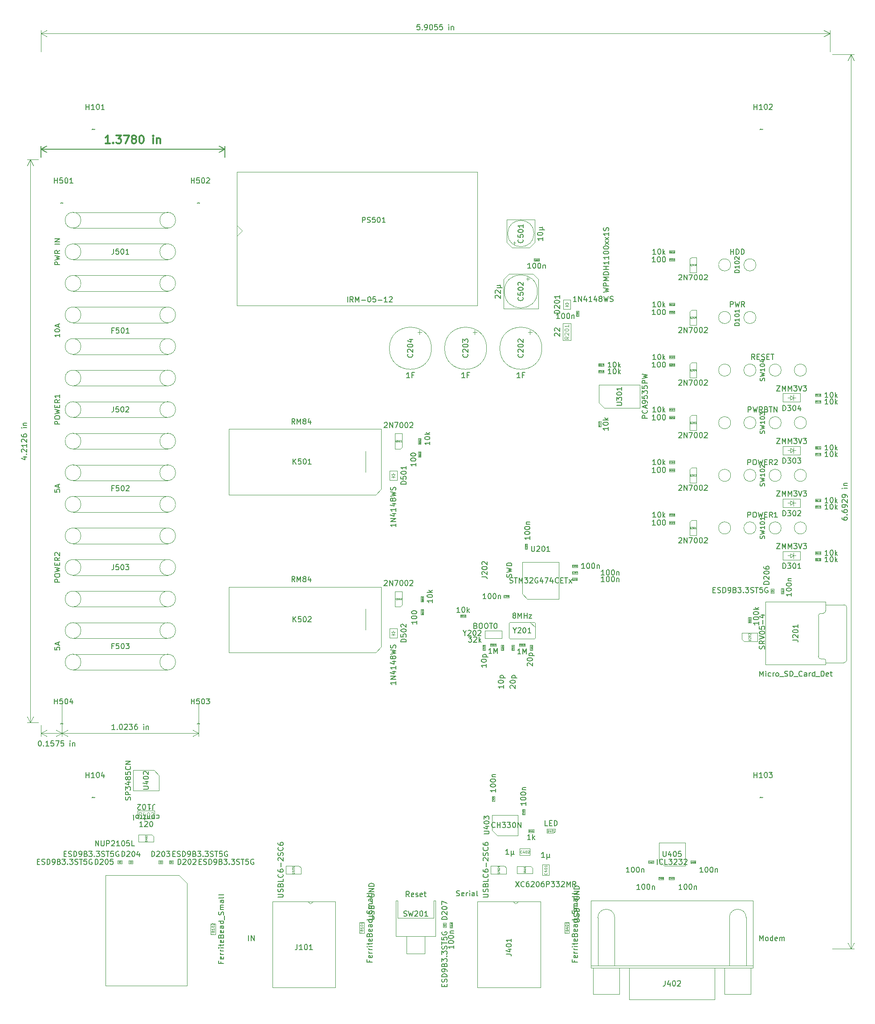
<source format=gbr>
%TF.GenerationSoftware,KiCad,Pcbnew,6.0.5+dfsg-1~bpo11+1*%
%TF.CreationDate,2023-01-20T09:08:56+00:00*%
%TF.ProjectId,nascontrol,6e617363-6f6e-4747-926f-6c2e6b696361,0.1*%
%TF.SameCoordinates,Original*%
%TF.FileFunction,AssemblyDrawing,Top*%
%FSLAX46Y46*%
G04 Gerber Fmt 4.6, Leading zero omitted, Abs format (unit mm)*
G04 Created by KiCad (PCBNEW 6.0.5+dfsg-1~bpo11+1) date 2023-01-20 09:08:56*
%MOMM*%
%LPD*%
G01*
G04 APERTURE LIST*
%ADD10C,0.150000*%
%ADD11C,0.100000*%
%ADD12C,0.300000*%
%ADD13C,0.200000*%
%ADD14C,0.040000*%
%ADD15C,0.050000*%
%ADD16C,0.130000*%
%ADD17C,0.080000*%
%ADD18C,0.060000*%
%ADD19C,0.120000*%
G04 APERTURE END LIST*
D10*
X19738095Y-150452380D02*
X19833333Y-150452380D01*
X19928571Y-150500000D01*
X19976190Y-150547619D01*
X20023809Y-150642857D01*
X20071428Y-150833333D01*
X20071428Y-151071428D01*
X20023809Y-151261904D01*
X19976190Y-151357142D01*
X19928571Y-151404761D01*
X19833333Y-151452380D01*
X19738095Y-151452380D01*
X19642857Y-151404761D01*
X19595238Y-151357142D01*
X19547619Y-151261904D01*
X19500000Y-151071428D01*
X19500000Y-150833333D01*
X19547619Y-150642857D01*
X19595238Y-150547619D01*
X19642857Y-150500000D01*
X19738095Y-150452380D01*
X20500000Y-151357142D02*
X20547619Y-151404761D01*
X20500000Y-151452380D01*
X20452380Y-151404761D01*
X20500000Y-151357142D01*
X20500000Y-151452380D01*
X21500000Y-151452380D02*
X20928571Y-151452380D01*
X21214285Y-151452380D02*
X21214285Y-150452380D01*
X21119047Y-150595238D01*
X21023809Y-150690476D01*
X20928571Y-150738095D01*
X22404761Y-150452380D02*
X21928571Y-150452380D01*
X21880952Y-150928571D01*
X21928571Y-150880952D01*
X22023809Y-150833333D01*
X22261904Y-150833333D01*
X22357142Y-150880952D01*
X22404761Y-150928571D01*
X22452380Y-151023809D01*
X22452380Y-151261904D01*
X22404761Y-151357142D01*
X22357142Y-151404761D01*
X22261904Y-151452380D01*
X22023809Y-151452380D01*
X21928571Y-151404761D01*
X21880952Y-151357142D01*
X22785714Y-150452380D02*
X23452380Y-150452380D01*
X23023809Y-151452380D01*
X24309523Y-150452380D02*
X23833333Y-150452380D01*
X23785714Y-150928571D01*
X23833333Y-150880952D01*
X23928571Y-150833333D01*
X24166666Y-150833333D01*
X24261904Y-150880952D01*
X24309523Y-150928571D01*
X24357142Y-151023809D01*
X24357142Y-151261904D01*
X24309523Y-151357142D01*
X24261904Y-151404761D01*
X24166666Y-151452380D01*
X23928571Y-151452380D01*
X23833333Y-151404761D01*
X23785714Y-151357142D01*
X25547619Y-151452380D02*
X25547619Y-150785714D01*
X25547619Y-150452380D02*
X25500000Y-150500000D01*
X25547619Y-150547619D01*
X25595238Y-150500000D01*
X25547619Y-150452380D01*
X25547619Y-150547619D01*
X26023809Y-150785714D02*
X26023809Y-151452380D01*
X26023809Y-150880952D02*
X26071428Y-150833333D01*
X26166666Y-150785714D01*
X26309523Y-150785714D01*
X26404761Y-150833333D01*
X26452380Y-150928571D01*
X26452380Y-151452380D01*
D11*
X20000000Y-147500001D02*
X20000000Y-149586420D01*
X24000000Y-147500001D02*
X24000000Y-149586420D01*
X20000000Y-149000000D02*
X24000000Y-149000000D01*
X20000000Y-149000000D02*
X24000000Y-149000000D01*
X20000000Y-149000000D02*
X21126504Y-149586421D01*
X20000000Y-149000000D02*
X21126504Y-148413579D01*
X24000000Y-149000000D02*
X22873496Y-148413579D01*
X24000000Y-149000000D02*
X22873496Y-149586421D01*
D10*
X34071428Y-148302379D02*
X33500000Y-148302379D01*
X33785714Y-148302379D02*
X33785714Y-147302379D01*
X33690476Y-147445237D01*
X33595238Y-147540475D01*
X33500000Y-147588094D01*
X34500000Y-148207141D02*
X34547619Y-148254760D01*
X34500000Y-148302379D01*
X34452380Y-148254760D01*
X34500000Y-148207141D01*
X34500000Y-148302379D01*
X35166666Y-147302379D02*
X35261904Y-147302379D01*
X35357142Y-147349999D01*
X35404761Y-147397618D01*
X35452380Y-147492856D01*
X35500000Y-147683332D01*
X35500000Y-147921427D01*
X35452380Y-148111903D01*
X35404761Y-148207141D01*
X35357142Y-148254760D01*
X35261904Y-148302379D01*
X35166666Y-148302379D01*
X35071428Y-148254760D01*
X35023809Y-148207141D01*
X34976190Y-148111903D01*
X34928571Y-147921427D01*
X34928571Y-147683332D01*
X34976190Y-147492856D01*
X35023809Y-147397618D01*
X35071428Y-147349999D01*
X35166666Y-147302379D01*
X35880952Y-147397618D02*
X35928571Y-147349999D01*
X36023809Y-147302379D01*
X36261904Y-147302379D01*
X36357142Y-147349999D01*
X36404761Y-147397618D01*
X36452380Y-147492856D01*
X36452380Y-147588094D01*
X36404761Y-147730951D01*
X35833333Y-148302379D01*
X36452380Y-148302379D01*
X36785714Y-147302379D02*
X37404761Y-147302379D01*
X37071428Y-147683332D01*
X37214285Y-147683332D01*
X37309523Y-147730951D01*
X37357142Y-147778570D01*
X37404761Y-147873808D01*
X37404761Y-148111903D01*
X37357142Y-148207141D01*
X37309523Y-148254760D01*
X37214285Y-148302379D01*
X36928571Y-148302379D01*
X36833333Y-148254760D01*
X36785714Y-148207141D01*
X38261904Y-147302379D02*
X38071428Y-147302379D01*
X37976190Y-147349999D01*
X37928571Y-147397618D01*
X37833333Y-147540475D01*
X37785714Y-147730951D01*
X37785714Y-148111903D01*
X37833333Y-148207141D01*
X37880952Y-148254760D01*
X37976190Y-148302379D01*
X38166666Y-148302379D01*
X38261904Y-148254760D01*
X38309523Y-148207141D01*
X38357142Y-148111903D01*
X38357142Y-147873808D01*
X38309523Y-147778570D01*
X38261904Y-147730951D01*
X38166666Y-147683332D01*
X37976190Y-147683332D01*
X37880952Y-147730951D01*
X37833333Y-147778570D01*
X37785714Y-147873808D01*
X39547619Y-148302379D02*
X39547619Y-147635713D01*
X39547619Y-147302379D02*
X39500000Y-147349999D01*
X39547619Y-147397618D01*
X39595238Y-147349999D01*
X39547619Y-147302379D01*
X39547619Y-147397618D01*
X40023809Y-147635713D02*
X40023809Y-148302379D01*
X40023809Y-147730951D02*
X40071428Y-147683332D01*
X40166666Y-147635713D01*
X40309523Y-147635713D01*
X40404761Y-147683332D01*
X40452380Y-147778570D01*
X40452380Y-148302379D01*
D11*
X24000000Y-143500000D02*
X24000000Y-149586419D01*
X50000000Y-143500000D02*
X50000000Y-149586419D01*
X24000000Y-148999999D02*
X50000000Y-148999999D01*
X24000000Y-148999999D02*
X50000000Y-148999999D01*
X24000000Y-148999999D02*
X25126504Y-149586420D01*
X24000000Y-148999999D02*
X25126504Y-148413578D01*
X50000000Y-148999999D02*
X48873496Y-148413578D01*
X50000000Y-148999999D02*
X48873496Y-149586420D01*
D10*
X16635714Y-96523809D02*
X17302380Y-96523809D01*
X16254761Y-96761904D02*
X16969047Y-97000000D01*
X16969047Y-96380952D01*
X17207142Y-96000000D02*
X17254761Y-95952380D01*
X17302380Y-96000000D01*
X17254761Y-96047619D01*
X17207142Y-96000000D01*
X17302380Y-96000000D01*
X16397619Y-95571428D02*
X16350000Y-95523809D01*
X16302380Y-95428571D01*
X16302380Y-95190476D01*
X16350000Y-95095238D01*
X16397619Y-95047619D01*
X16492857Y-95000000D01*
X16588095Y-95000000D01*
X16730952Y-95047619D01*
X17302380Y-95619047D01*
X17302380Y-95000000D01*
X17302380Y-94047619D02*
X17302380Y-94619047D01*
X17302380Y-94333333D02*
X16302380Y-94333333D01*
X16445238Y-94428571D01*
X16540476Y-94523809D01*
X16588095Y-94619047D01*
X16397619Y-93666666D02*
X16350000Y-93619047D01*
X16302380Y-93523809D01*
X16302380Y-93285714D01*
X16350000Y-93190476D01*
X16397619Y-93142857D01*
X16492857Y-93095238D01*
X16588095Y-93095238D01*
X16730952Y-93142857D01*
X17302380Y-93714285D01*
X17302380Y-93095238D01*
X16302380Y-92238095D02*
X16302380Y-92428571D01*
X16350000Y-92523809D01*
X16397619Y-92571428D01*
X16540476Y-92666666D01*
X16730952Y-92714285D01*
X17111904Y-92714285D01*
X17207142Y-92666666D01*
X17254761Y-92619047D01*
X17302380Y-92523809D01*
X17302380Y-92333333D01*
X17254761Y-92238095D01*
X17207142Y-92190476D01*
X17111904Y-92142857D01*
X16873809Y-92142857D01*
X16778571Y-92190476D01*
X16730952Y-92238095D01*
X16683333Y-92333333D01*
X16683333Y-92523809D01*
X16730952Y-92619047D01*
X16778571Y-92666666D01*
X16873809Y-92714285D01*
X17302380Y-90952380D02*
X16635714Y-90952380D01*
X16302380Y-90952380D02*
X16350000Y-91000000D01*
X16397619Y-90952380D01*
X16350000Y-90904761D01*
X16302380Y-90952380D01*
X16397619Y-90952380D01*
X16635714Y-90476190D02*
X17302380Y-90476190D01*
X16730952Y-90476190D02*
X16683333Y-90428571D01*
X16635714Y-90333333D01*
X16635714Y-90190476D01*
X16683333Y-90095238D01*
X16778571Y-90047619D01*
X17302380Y-90047619D01*
D11*
X19500000Y-40000000D02*
X17413580Y-40000000D01*
X19500000Y-147000000D02*
X17413580Y-147000000D01*
X18000000Y-40000000D02*
X18000000Y-147000000D01*
X18000000Y-40000000D02*
X18000000Y-147000000D01*
X18000000Y-40000000D02*
X17413579Y-41126504D01*
X18000000Y-40000000D02*
X18586421Y-41126504D01*
X18000000Y-147000000D02*
X18586421Y-145873496D01*
X18000000Y-147000000D02*
X17413579Y-145873496D01*
D10*
X92023809Y-14302380D02*
X91547619Y-14302380D01*
X91500000Y-14778571D01*
X91547619Y-14730952D01*
X91642857Y-14683333D01*
X91880952Y-14683333D01*
X91976190Y-14730952D01*
X92023809Y-14778571D01*
X92071428Y-14873809D01*
X92071428Y-15111904D01*
X92023809Y-15207142D01*
X91976190Y-15254761D01*
X91880952Y-15302380D01*
X91642857Y-15302380D01*
X91547619Y-15254761D01*
X91500000Y-15207142D01*
X92500000Y-15207142D02*
X92547619Y-15254761D01*
X92500000Y-15302380D01*
X92452380Y-15254761D01*
X92500000Y-15207142D01*
X92500000Y-15302380D01*
X93023809Y-15302380D02*
X93214285Y-15302380D01*
X93309523Y-15254761D01*
X93357142Y-15207142D01*
X93452380Y-15064285D01*
X93500000Y-14873809D01*
X93500000Y-14492857D01*
X93452380Y-14397619D01*
X93404761Y-14350000D01*
X93309523Y-14302380D01*
X93119047Y-14302380D01*
X93023809Y-14350000D01*
X92976190Y-14397619D01*
X92928571Y-14492857D01*
X92928571Y-14730952D01*
X92976190Y-14826190D01*
X93023809Y-14873809D01*
X93119047Y-14921428D01*
X93309523Y-14921428D01*
X93404761Y-14873809D01*
X93452380Y-14826190D01*
X93500000Y-14730952D01*
X94119047Y-14302380D02*
X94214285Y-14302380D01*
X94309523Y-14350000D01*
X94357142Y-14397619D01*
X94404761Y-14492857D01*
X94452380Y-14683333D01*
X94452380Y-14921428D01*
X94404761Y-15111904D01*
X94357142Y-15207142D01*
X94309523Y-15254761D01*
X94214285Y-15302380D01*
X94119047Y-15302380D01*
X94023809Y-15254761D01*
X93976190Y-15207142D01*
X93928571Y-15111904D01*
X93880952Y-14921428D01*
X93880952Y-14683333D01*
X93928571Y-14492857D01*
X93976190Y-14397619D01*
X94023809Y-14350000D01*
X94119047Y-14302380D01*
X95357142Y-14302380D02*
X94880952Y-14302380D01*
X94833333Y-14778571D01*
X94880952Y-14730952D01*
X94976190Y-14683333D01*
X95214285Y-14683333D01*
X95309523Y-14730952D01*
X95357142Y-14778571D01*
X95404761Y-14873809D01*
X95404761Y-15111904D01*
X95357142Y-15207142D01*
X95309523Y-15254761D01*
X95214285Y-15302380D01*
X94976190Y-15302380D01*
X94880952Y-15254761D01*
X94833333Y-15207142D01*
X96309523Y-14302380D02*
X95833333Y-14302380D01*
X95785714Y-14778571D01*
X95833333Y-14730952D01*
X95928571Y-14683333D01*
X96166666Y-14683333D01*
X96261904Y-14730952D01*
X96309523Y-14778571D01*
X96357142Y-14873809D01*
X96357142Y-15111904D01*
X96309523Y-15207142D01*
X96261904Y-15254761D01*
X96166666Y-15302380D01*
X95928571Y-15302380D01*
X95833333Y-15254761D01*
X95785714Y-15207142D01*
X97547619Y-15302380D02*
X97547619Y-14635714D01*
X97547619Y-14302380D02*
X97500000Y-14350000D01*
X97547619Y-14397619D01*
X97595238Y-14350000D01*
X97547619Y-14302380D01*
X97547619Y-14397619D01*
X98023809Y-14635714D02*
X98023809Y-15302380D01*
X98023809Y-14730952D02*
X98071428Y-14683333D01*
X98166666Y-14635714D01*
X98309523Y-14635714D01*
X98404761Y-14683333D01*
X98452380Y-14778571D01*
X98452380Y-15302380D01*
D11*
X20000000Y-19500000D02*
X20000000Y-15413580D01*
X170000000Y-19500000D02*
X170000000Y-15413580D01*
X20000000Y-16000000D02*
X170000000Y-16000000D01*
X20000000Y-16000000D02*
X170000000Y-16000000D01*
X20000000Y-16000000D02*
X21126504Y-16586421D01*
X20000000Y-16000000D02*
X21126504Y-15413579D01*
X170000000Y-16000000D02*
X168873496Y-15413579D01*
X170000000Y-16000000D02*
X168873496Y-16586421D01*
D10*
X172302380Y-108023809D02*
X172302380Y-108214285D01*
X172350000Y-108309523D01*
X172397619Y-108357142D01*
X172540476Y-108452380D01*
X172730952Y-108500000D01*
X173111904Y-108500000D01*
X173207142Y-108452380D01*
X173254761Y-108404761D01*
X173302380Y-108309523D01*
X173302380Y-108119047D01*
X173254761Y-108023809D01*
X173207142Y-107976190D01*
X173111904Y-107928571D01*
X172873809Y-107928571D01*
X172778571Y-107976190D01*
X172730952Y-108023809D01*
X172683333Y-108119047D01*
X172683333Y-108309523D01*
X172730952Y-108404761D01*
X172778571Y-108452380D01*
X172873809Y-108500000D01*
X173207142Y-107500000D02*
X173254761Y-107452380D01*
X173302380Y-107500000D01*
X173254761Y-107547619D01*
X173207142Y-107500000D01*
X173302380Y-107500000D01*
X172302380Y-106595238D02*
X172302380Y-106785714D01*
X172350000Y-106880952D01*
X172397619Y-106928571D01*
X172540476Y-107023809D01*
X172730952Y-107071428D01*
X173111904Y-107071428D01*
X173207142Y-107023809D01*
X173254761Y-106976190D01*
X173302380Y-106880952D01*
X173302380Y-106690476D01*
X173254761Y-106595238D01*
X173207142Y-106547619D01*
X173111904Y-106500000D01*
X172873809Y-106500000D01*
X172778571Y-106547619D01*
X172730952Y-106595238D01*
X172683333Y-106690476D01*
X172683333Y-106880952D01*
X172730952Y-106976190D01*
X172778571Y-107023809D01*
X172873809Y-107071428D01*
X173302380Y-106023809D02*
X173302380Y-105833333D01*
X173254761Y-105738095D01*
X173207142Y-105690476D01*
X173064285Y-105595238D01*
X172873809Y-105547619D01*
X172492857Y-105547619D01*
X172397619Y-105595238D01*
X172350000Y-105642857D01*
X172302380Y-105738095D01*
X172302380Y-105928571D01*
X172350000Y-106023809D01*
X172397619Y-106071428D01*
X172492857Y-106119047D01*
X172730952Y-106119047D01*
X172826190Y-106071428D01*
X172873809Y-106023809D01*
X172921428Y-105928571D01*
X172921428Y-105738095D01*
X172873809Y-105642857D01*
X172826190Y-105595238D01*
X172730952Y-105547619D01*
X172397619Y-105166666D02*
X172350000Y-105119047D01*
X172302380Y-105023809D01*
X172302380Y-104785714D01*
X172350000Y-104690476D01*
X172397619Y-104642857D01*
X172492857Y-104595238D01*
X172588095Y-104595238D01*
X172730952Y-104642857D01*
X173302380Y-105214285D01*
X173302380Y-104595238D01*
X173302380Y-104119047D02*
X173302380Y-103928571D01*
X173254761Y-103833333D01*
X173207142Y-103785714D01*
X173064285Y-103690476D01*
X172873809Y-103642857D01*
X172492857Y-103642857D01*
X172397619Y-103690476D01*
X172350000Y-103738095D01*
X172302380Y-103833333D01*
X172302380Y-104023809D01*
X172350000Y-104119047D01*
X172397619Y-104166666D01*
X172492857Y-104214285D01*
X172730952Y-104214285D01*
X172826190Y-104166666D01*
X172873809Y-104119047D01*
X172921428Y-104023809D01*
X172921428Y-103833333D01*
X172873809Y-103738095D01*
X172826190Y-103690476D01*
X172730952Y-103642857D01*
X173302380Y-102452380D02*
X172635714Y-102452380D01*
X172302380Y-102452380D02*
X172350000Y-102500000D01*
X172397619Y-102452380D01*
X172350000Y-102404761D01*
X172302380Y-102452380D01*
X172397619Y-102452380D01*
X172635714Y-101976190D02*
X173302380Y-101976190D01*
X172730952Y-101976190D02*
X172683333Y-101928571D01*
X172635714Y-101833333D01*
X172635714Y-101690476D01*
X172683333Y-101595238D01*
X172778571Y-101547619D01*
X173302380Y-101547619D01*
D11*
X170500000Y-20000000D02*
X174586420Y-20000000D01*
X170500000Y-190000000D02*
X174586420Y-190000000D01*
X174000000Y-20000000D02*
X174000000Y-190000000D01*
X174000000Y-20000000D02*
X174000000Y-190000000D01*
X174000000Y-20000000D02*
X173413579Y-21126504D01*
X174000000Y-20000000D02*
X174586421Y-21126504D01*
X174000000Y-190000000D02*
X174586421Y-188873496D01*
X174000000Y-190000000D02*
X173413579Y-188873496D01*
D12*
X33107142Y-36878571D02*
X32250000Y-36878571D01*
X32678571Y-36878571D02*
X32678571Y-35378571D01*
X32535714Y-35592857D01*
X32392857Y-35735714D01*
X32250000Y-35807142D01*
X33750000Y-36735714D02*
X33821428Y-36807142D01*
X33750000Y-36878571D01*
X33678571Y-36807142D01*
X33750000Y-36735714D01*
X33750000Y-36878571D01*
X34321428Y-35378571D02*
X35250000Y-35378571D01*
X34750000Y-35950000D01*
X34964285Y-35950000D01*
X35107142Y-36021428D01*
X35178571Y-36092857D01*
X35250000Y-36235714D01*
X35250000Y-36592857D01*
X35178571Y-36735714D01*
X35107142Y-36807142D01*
X34964285Y-36878571D01*
X34535714Y-36878571D01*
X34392857Y-36807142D01*
X34321428Y-36735714D01*
X35750000Y-35378571D02*
X36750000Y-35378571D01*
X36107142Y-36878571D01*
X37535714Y-36021428D02*
X37392857Y-35950000D01*
X37321428Y-35878571D01*
X37250000Y-35735714D01*
X37250000Y-35664285D01*
X37321428Y-35521428D01*
X37392857Y-35450000D01*
X37535714Y-35378571D01*
X37821428Y-35378571D01*
X37964285Y-35450000D01*
X38035714Y-35521428D01*
X38107142Y-35664285D01*
X38107142Y-35735714D01*
X38035714Y-35878571D01*
X37964285Y-35950000D01*
X37821428Y-36021428D01*
X37535714Y-36021428D01*
X37392857Y-36092857D01*
X37321428Y-36164285D01*
X37250000Y-36307142D01*
X37250000Y-36592857D01*
X37321428Y-36735714D01*
X37392857Y-36807142D01*
X37535714Y-36878571D01*
X37821428Y-36878571D01*
X37964285Y-36807142D01*
X38035714Y-36735714D01*
X38107142Y-36592857D01*
X38107142Y-36307142D01*
X38035714Y-36164285D01*
X37964285Y-36092857D01*
X37821428Y-36021428D01*
X39035714Y-35378571D02*
X39178571Y-35378571D01*
X39321428Y-35450000D01*
X39392857Y-35521428D01*
X39464285Y-35664285D01*
X39535714Y-35950000D01*
X39535714Y-36307142D01*
X39464285Y-36592857D01*
X39392857Y-36735714D01*
X39321428Y-36807142D01*
X39178571Y-36878571D01*
X39035714Y-36878571D01*
X38892857Y-36807142D01*
X38821428Y-36735714D01*
X38750000Y-36592857D01*
X38678571Y-36307142D01*
X38678571Y-35950000D01*
X38750000Y-35664285D01*
X38821428Y-35521428D01*
X38892857Y-35450000D01*
X39035714Y-35378571D01*
X41321428Y-36878571D02*
X41321428Y-35878571D01*
X41321428Y-35378571D02*
X41250000Y-35450000D01*
X41321428Y-35521428D01*
X41392857Y-35450000D01*
X41321428Y-35378571D01*
X41321428Y-35521428D01*
X42035714Y-35878571D02*
X42035714Y-36878571D01*
X42035714Y-36021428D02*
X42107142Y-35950000D01*
X42250000Y-35878571D01*
X42464285Y-35878571D01*
X42607142Y-35950000D01*
X42678571Y-36092857D01*
X42678571Y-36878571D01*
D13*
X20000000Y-39500000D02*
X20000000Y-37413580D01*
X55000000Y-39500000D02*
X55000000Y-37413580D01*
X20000000Y-38000000D02*
X55000000Y-38000000D01*
X20000000Y-38000000D02*
X55000000Y-38000000D01*
X20000000Y-38000000D02*
X21126504Y-38586421D01*
X20000000Y-38000000D02*
X21126504Y-37413579D01*
X55000000Y-38000000D02*
X53873496Y-37413579D01*
X55000000Y-38000000D02*
X53873496Y-38586421D01*
D10*
%TO.C,R303*%
X136833333Y-89452380D02*
X136261904Y-89452380D01*
X136547619Y-89452380D02*
X136547619Y-88452380D01*
X136452380Y-88595238D01*
X136357142Y-88690476D01*
X136261904Y-88738095D01*
X137452380Y-88452380D02*
X137547619Y-88452380D01*
X137642857Y-88500000D01*
X137690476Y-88547619D01*
X137738095Y-88642857D01*
X137785714Y-88833333D01*
X137785714Y-89071428D01*
X137738095Y-89261904D01*
X137690476Y-89357142D01*
X137642857Y-89404761D01*
X137547619Y-89452380D01*
X137452380Y-89452380D01*
X137357142Y-89404761D01*
X137309523Y-89357142D01*
X137261904Y-89261904D01*
X137214285Y-89071428D01*
X137214285Y-88833333D01*
X137261904Y-88642857D01*
X137309523Y-88547619D01*
X137357142Y-88500000D01*
X137452380Y-88452380D01*
X138404761Y-88452380D02*
X138500000Y-88452380D01*
X138595238Y-88500000D01*
X138642857Y-88547619D01*
X138690476Y-88642857D01*
X138738095Y-88833333D01*
X138738095Y-89071428D01*
X138690476Y-89261904D01*
X138642857Y-89357142D01*
X138595238Y-89404761D01*
X138500000Y-89452380D01*
X138404761Y-89452380D01*
X138309523Y-89404761D01*
X138261904Y-89357142D01*
X138214285Y-89261904D01*
X138166666Y-89071428D01*
X138166666Y-88833333D01*
X138214285Y-88642857D01*
X138261904Y-88547619D01*
X138309523Y-88500000D01*
X138404761Y-88452380D01*
D14*
X139709047Y-89117619D02*
X139622380Y-88993809D01*
X139560476Y-89117619D02*
X139560476Y-88857619D01*
X139659523Y-88857619D01*
X139684285Y-88870000D01*
X139696666Y-88882380D01*
X139709047Y-88907142D01*
X139709047Y-88944285D01*
X139696666Y-88969047D01*
X139684285Y-88981428D01*
X139659523Y-88993809D01*
X139560476Y-88993809D01*
X139795714Y-88857619D02*
X139956666Y-88857619D01*
X139870000Y-88956666D01*
X139907142Y-88956666D01*
X139931904Y-88969047D01*
X139944285Y-88981428D01*
X139956666Y-89006190D01*
X139956666Y-89068095D01*
X139944285Y-89092857D01*
X139931904Y-89105238D01*
X139907142Y-89117619D01*
X139832857Y-89117619D01*
X139808095Y-89105238D01*
X139795714Y-89092857D01*
X140117619Y-88857619D02*
X140142380Y-88857619D01*
X140167142Y-88870000D01*
X140179523Y-88882380D01*
X140191904Y-88907142D01*
X140204285Y-88956666D01*
X140204285Y-89018571D01*
X140191904Y-89068095D01*
X140179523Y-89092857D01*
X140167142Y-89105238D01*
X140142380Y-89117619D01*
X140117619Y-89117619D01*
X140092857Y-89105238D01*
X140080476Y-89092857D01*
X140068095Y-89068095D01*
X140055714Y-89018571D01*
X140055714Y-88956666D01*
X140068095Y-88907142D01*
X140080476Y-88882380D01*
X140092857Y-88870000D01*
X140117619Y-88857619D01*
X140290952Y-88857619D02*
X140451904Y-88857619D01*
X140365238Y-88956666D01*
X140402380Y-88956666D01*
X140427142Y-88969047D01*
X140439523Y-88981428D01*
X140451904Y-89006190D01*
X140451904Y-89068095D01*
X140439523Y-89092857D01*
X140427142Y-89105238D01*
X140402380Y-89117619D01*
X140328095Y-89117619D01*
X140303333Y-89105238D01*
X140290952Y-89092857D01*
D10*
%TO.C,Q301*%
X141285714Y-111947619D02*
X141333333Y-111900000D01*
X141428571Y-111852380D01*
X141666666Y-111852380D01*
X141761904Y-111900000D01*
X141809523Y-111947619D01*
X141857142Y-112042857D01*
X141857142Y-112138095D01*
X141809523Y-112280952D01*
X141238095Y-112852380D01*
X141857142Y-112852380D01*
X142285714Y-112852380D02*
X142285714Y-111852380D01*
X142857142Y-112852380D01*
X142857142Y-111852380D01*
X143238095Y-111852380D02*
X143904761Y-111852380D01*
X143476190Y-112852380D01*
X144476190Y-111852380D02*
X144571428Y-111852380D01*
X144666666Y-111900000D01*
X144714285Y-111947619D01*
X144761904Y-112042857D01*
X144809523Y-112233333D01*
X144809523Y-112471428D01*
X144761904Y-112661904D01*
X144714285Y-112757142D01*
X144666666Y-112804761D01*
X144571428Y-112852380D01*
X144476190Y-112852380D01*
X144380952Y-112804761D01*
X144333333Y-112757142D01*
X144285714Y-112661904D01*
X144238095Y-112471428D01*
X144238095Y-112233333D01*
X144285714Y-112042857D01*
X144333333Y-111947619D01*
X144380952Y-111900000D01*
X144476190Y-111852380D01*
X145428571Y-111852380D02*
X145523809Y-111852380D01*
X145619047Y-111900000D01*
X145666666Y-111947619D01*
X145714285Y-112042857D01*
X145761904Y-112233333D01*
X145761904Y-112471428D01*
X145714285Y-112661904D01*
X145666666Y-112757142D01*
X145619047Y-112804761D01*
X145523809Y-112852380D01*
X145428571Y-112852380D01*
X145333333Y-112804761D01*
X145285714Y-112757142D01*
X145238095Y-112661904D01*
X145190476Y-112471428D01*
X145190476Y-112233333D01*
X145238095Y-112042857D01*
X145285714Y-111947619D01*
X145333333Y-111900000D01*
X145428571Y-111852380D01*
X146142857Y-111947619D02*
X146190476Y-111900000D01*
X146285714Y-111852380D01*
X146523809Y-111852380D01*
X146619047Y-111900000D01*
X146666666Y-111947619D01*
X146714285Y-112042857D01*
X146714285Y-112138095D01*
X146666666Y-112280952D01*
X146095238Y-112852380D01*
X146714285Y-112852380D01*
D15*
X143664761Y-110175238D02*
X143634285Y-110160000D01*
X143603809Y-110129523D01*
X143558095Y-110083809D01*
X143527619Y-110068571D01*
X143497142Y-110068571D01*
X143512380Y-110144761D02*
X143481904Y-110129523D01*
X143451428Y-110099047D01*
X143436190Y-110038095D01*
X143436190Y-109931428D01*
X143451428Y-109870476D01*
X143481904Y-109840000D01*
X143512380Y-109824761D01*
X143573333Y-109824761D01*
X143603809Y-109840000D01*
X143634285Y-109870476D01*
X143649523Y-109931428D01*
X143649523Y-110038095D01*
X143634285Y-110099047D01*
X143603809Y-110129523D01*
X143573333Y-110144761D01*
X143512380Y-110144761D01*
X143756190Y-109824761D02*
X143954285Y-109824761D01*
X143847619Y-109946666D01*
X143893333Y-109946666D01*
X143923809Y-109961904D01*
X143939047Y-109977142D01*
X143954285Y-110007619D01*
X143954285Y-110083809D01*
X143939047Y-110114285D01*
X143923809Y-110129523D01*
X143893333Y-110144761D01*
X143801904Y-110144761D01*
X143771428Y-110129523D01*
X143756190Y-110114285D01*
X144152380Y-109824761D02*
X144182857Y-109824761D01*
X144213333Y-109840000D01*
X144228571Y-109855238D01*
X144243809Y-109885714D01*
X144259047Y-109946666D01*
X144259047Y-110022857D01*
X144243809Y-110083809D01*
X144228571Y-110114285D01*
X144213333Y-110129523D01*
X144182857Y-110144761D01*
X144152380Y-110144761D01*
X144121904Y-110129523D01*
X144106666Y-110114285D01*
X144091428Y-110083809D01*
X144076190Y-110022857D01*
X144076190Y-109946666D01*
X144091428Y-109885714D01*
X144106666Y-109855238D01*
X144121904Y-109840000D01*
X144152380Y-109824761D01*
X144563809Y-110144761D02*
X144380952Y-110144761D01*
X144472380Y-110144761D02*
X144472380Y-109824761D01*
X144441904Y-109870476D01*
X144411428Y-109900952D01*
X144380952Y-109916190D01*
D10*
%TO.C,J402*%
X156666666Y-188452380D02*
X156666666Y-187452380D01*
X157000000Y-188166666D01*
X157333333Y-187452380D01*
X157333333Y-188452380D01*
X157952380Y-188452380D02*
X157857142Y-188404761D01*
X157809523Y-188357142D01*
X157761904Y-188261904D01*
X157761904Y-187976190D01*
X157809523Y-187880952D01*
X157857142Y-187833333D01*
X157952380Y-187785714D01*
X158095238Y-187785714D01*
X158190476Y-187833333D01*
X158238095Y-187880952D01*
X158285714Y-187976190D01*
X158285714Y-188261904D01*
X158238095Y-188357142D01*
X158190476Y-188404761D01*
X158095238Y-188452380D01*
X157952380Y-188452380D01*
X159142857Y-188452380D02*
X159142857Y-187452380D01*
X159142857Y-188404761D02*
X159047619Y-188452380D01*
X158857142Y-188452380D01*
X158761904Y-188404761D01*
X158714285Y-188357142D01*
X158666666Y-188261904D01*
X158666666Y-187976190D01*
X158714285Y-187880952D01*
X158761904Y-187833333D01*
X158857142Y-187785714D01*
X159047619Y-187785714D01*
X159142857Y-187833333D01*
X160000000Y-188404761D02*
X159904761Y-188452380D01*
X159714285Y-188452380D01*
X159619047Y-188404761D01*
X159571428Y-188309523D01*
X159571428Y-187928571D01*
X159619047Y-187833333D01*
X159714285Y-187785714D01*
X159904761Y-187785714D01*
X160000000Y-187833333D01*
X160047619Y-187928571D01*
X160047619Y-188023809D01*
X159571428Y-188119047D01*
X160476190Y-188452380D02*
X160476190Y-187785714D01*
X160476190Y-187880952D02*
X160523809Y-187833333D01*
X160619047Y-187785714D01*
X160761904Y-187785714D01*
X160857142Y-187833333D01*
X160904761Y-187928571D01*
X160904761Y-188452380D01*
X160904761Y-187928571D02*
X160952380Y-187833333D01*
X161047619Y-187785714D01*
X161190476Y-187785714D01*
X161285714Y-187833333D01*
X161333333Y-187928571D01*
X161333333Y-188452380D01*
X138704285Y-196062049D02*
X138704285Y-196776335D01*
X138656666Y-196919192D01*
X138561428Y-197014430D01*
X138418571Y-197062049D01*
X138323333Y-197062049D01*
X139609047Y-196395383D02*
X139609047Y-197062049D01*
X139370952Y-196014430D02*
X139132857Y-196728716D01*
X139751904Y-196728716D01*
X140323333Y-196062049D02*
X140418571Y-196062049D01*
X140513809Y-196109669D01*
X140561428Y-196157288D01*
X140609047Y-196252526D01*
X140656666Y-196443002D01*
X140656666Y-196681097D01*
X140609047Y-196871573D01*
X140561428Y-196966811D01*
X140513809Y-197014430D01*
X140418571Y-197062049D01*
X140323333Y-197062049D01*
X140228095Y-197014430D01*
X140180476Y-196966811D01*
X140132857Y-196871573D01*
X140085238Y-196681097D01*
X140085238Y-196443002D01*
X140132857Y-196252526D01*
X140180476Y-196157288D01*
X140228095Y-196109669D01*
X140323333Y-196062049D01*
X141037619Y-196157288D02*
X141085238Y-196109669D01*
X141180476Y-196062049D01*
X141418571Y-196062049D01*
X141513809Y-196109669D01*
X141561428Y-196157288D01*
X141609047Y-196252526D01*
X141609047Y-196347764D01*
X141561428Y-196490621D01*
X140990000Y-197062049D01*
X141609047Y-197062049D01*
%TO.C,J502*%
X23602380Y-90285714D02*
X22602380Y-90285714D01*
X22602380Y-89904761D01*
X22650000Y-89809523D01*
X22697619Y-89761904D01*
X22792857Y-89714285D01*
X22935714Y-89714285D01*
X23030952Y-89761904D01*
X23078571Y-89809523D01*
X23126190Y-89904761D01*
X23126190Y-90285714D01*
X22602380Y-89095238D02*
X22602380Y-88904761D01*
X22650000Y-88809523D01*
X22745238Y-88714285D01*
X22935714Y-88666666D01*
X23269047Y-88666666D01*
X23459523Y-88714285D01*
X23554761Y-88809523D01*
X23602380Y-88904761D01*
X23602380Y-89095238D01*
X23554761Y-89190476D01*
X23459523Y-89285714D01*
X23269047Y-89333333D01*
X22935714Y-89333333D01*
X22745238Y-89285714D01*
X22650000Y-89190476D01*
X22602380Y-89095238D01*
X22602380Y-88333333D02*
X23602380Y-88095238D01*
X22888095Y-87904761D01*
X23602380Y-87714285D01*
X22602380Y-87476190D01*
X23078571Y-87095238D02*
X23078571Y-86761904D01*
X23602380Y-86619047D02*
X23602380Y-87095238D01*
X22602380Y-87095238D01*
X22602380Y-86619047D01*
X23602380Y-85619047D02*
X23126190Y-85952380D01*
X23602380Y-86190476D02*
X22602380Y-86190476D01*
X22602380Y-85809523D01*
X22650000Y-85714285D01*
X22697619Y-85666666D01*
X22792857Y-85619047D01*
X22935714Y-85619047D01*
X23030952Y-85666666D01*
X23078571Y-85714285D01*
X23126190Y-85809523D01*
X23126190Y-86190476D01*
X23602380Y-84666666D02*
X23602380Y-85238095D01*
X23602380Y-84952380D02*
X22602380Y-84952380D01*
X22745238Y-85047619D01*
X22840476Y-85142857D01*
X22888095Y-85238095D01*
X33814285Y-86952380D02*
X33814285Y-87666666D01*
X33766666Y-87809523D01*
X33671428Y-87904761D01*
X33528571Y-87952380D01*
X33433333Y-87952380D01*
X34766666Y-86952380D02*
X34290476Y-86952380D01*
X34242857Y-87428571D01*
X34290476Y-87380952D01*
X34385714Y-87333333D01*
X34623809Y-87333333D01*
X34719047Y-87380952D01*
X34766666Y-87428571D01*
X34814285Y-87523809D01*
X34814285Y-87761904D01*
X34766666Y-87857142D01*
X34719047Y-87904761D01*
X34623809Y-87952380D01*
X34385714Y-87952380D01*
X34290476Y-87904761D01*
X34242857Y-87857142D01*
X35433333Y-86952380D02*
X35528571Y-86952380D01*
X35623809Y-87000000D01*
X35671428Y-87047619D01*
X35719047Y-87142857D01*
X35766666Y-87333333D01*
X35766666Y-87571428D01*
X35719047Y-87761904D01*
X35671428Y-87857142D01*
X35623809Y-87904761D01*
X35528571Y-87952380D01*
X35433333Y-87952380D01*
X35338095Y-87904761D01*
X35290476Y-87857142D01*
X35242857Y-87761904D01*
X35195238Y-87571428D01*
X35195238Y-87333333D01*
X35242857Y-87142857D01*
X35290476Y-87047619D01*
X35338095Y-87000000D01*
X35433333Y-86952380D01*
X36147619Y-87047619D02*
X36195238Y-87000000D01*
X36290476Y-86952380D01*
X36528571Y-86952380D01*
X36623809Y-87000000D01*
X36671428Y-87047619D01*
X36719047Y-87142857D01*
X36719047Y-87238095D01*
X36671428Y-87380952D01*
X36100000Y-87952380D01*
X36719047Y-87952380D01*
%TO.C,R503*%
X91452380Y-127666666D02*
X91452380Y-128238095D01*
X91452380Y-127952380D02*
X90452380Y-127952380D01*
X90595238Y-128047619D01*
X90690476Y-128142857D01*
X90738095Y-128238095D01*
X90452380Y-127047619D02*
X90452380Y-126952380D01*
X90500000Y-126857142D01*
X90547619Y-126809523D01*
X90642857Y-126761904D01*
X90833333Y-126714285D01*
X91071428Y-126714285D01*
X91261904Y-126761904D01*
X91357142Y-126809523D01*
X91404761Y-126857142D01*
X91452380Y-126952380D01*
X91452380Y-127047619D01*
X91404761Y-127142857D01*
X91357142Y-127190476D01*
X91261904Y-127238095D01*
X91071428Y-127285714D01*
X90833333Y-127285714D01*
X90642857Y-127238095D01*
X90547619Y-127190476D01*
X90500000Y-127142857D01*
X90452380Y-127047619D01*
X90452380Y-126095238D02*
X90452380Y-126000000D01*
X90500000Y-125904761D01*
X90547619Y-125857142D01*
X90642857Y-125809523D01*
X90833333Y-125761904D01*
X91071428Y-125761904D01*
X91261904Y-125809523D01*
X91357142Y-125857142D01*
X91404761Y-125904761D01*
X91452380Y-126000000D01*
X91452380Y-126095238D01*
X91404761Y-126190476D01*
X91357142Y-126238095D01*
X91261904Y-126285714D01*
X91071428Y-126333333D01*
X90833333Y-126333333D01*
X90642857Y-126285714D01*
X90547619Y-126238095D01*
X90500000Y-126190476D01*
X90452380Y-126095238D01*
D14*
X92617619Y-126290952D02*
X92493809Y-126377619D01*
X92617619Y-126439523D02*
X92357619Y-126439523D01*
X92357619Y-126340476D01*
X92370000Y-126315714D01*
X92382380Y-126303333D01*
X92407142Y-126290952D01*
X92444285Y-126290952D01*
X92469047Y-126303333D01*
X92481428Y-126315714D01*
X92493809Y-126340476D01*
X92493809Y-126439523D01*
X92357619Y-126055714D02*
X92357619Y-126179523D01*
X92481428Y-126191904D01*
X92469047Y-126179523D01*
X92456666Y-126154761D01*
X92456666Y-126092857D01*
X92469047Y-126068095D01*
X92481428Y-126055714D01*
X92506190Y-126043333D01*
X92568095Y-126043333D01*
X92592857Y-126055714D01*
X92605238Y-126068095D01*
X92617619Y-126092857D01*
X92617619Y-126154761D01*
X92605238Y-126179523D01*
X92592857Y-126191904D01*
X92357619Y-125882380D02*
X92357619Y-125857619D01*
X92370000Y-125832857D01*
X92382380Y-125820476D01*
X92407142Y-125808095D01*
X92456666Y-125795714D01*
X92518571Y-125795714D01*
X92568095Y-125808095D01*
X92592857Y-125820476D01*
X92605238Y-125832857D01*
X92617619Y-125857619D01*
X92617619Y-125882380D01*
X92605238Y-125907142D01*
X92592857Y-125919523D01*
X92568095Y-125931904D01*
X92518571Y-125944285D01*
X92456666Y-125944285D01*
X92407142Y-125931904D01*
X92382380Y-125919523D01*
X92370000Y-125907142D01*
X92357619Y-125882380D01*
X92357619Y-125709047D02*
X92357619Y-125548095D01*
X92456666Y-125634761D01*
X92456666Y-125597619D01*
X92469047Y-125572857D01*
X92481428Y-125560476D01*
X92506190Y-125548095D01*
X92568095Y-125548095D01*
X92592857Y-125560476D01*
X92605238Y-125572857D01*
X92617619Y-125597619D01*
X92617619Y-125671904D01*
X92605238Y-125696666D01*
X92592857Y-125709047D01*
D10*
%TO.C,D301*%
X159892857Y-112952380D02*
X160559523Y-112952380D01*
X159892857Y-113952380D01*
X160559523Y-113952380D01*
X160940476Y-113952380D02*
X160940476Y-112952380D01*
X161273809Y-113666666D01*
X161607142Y-112952380D01*
X161607142Y-113952380D01*
X162083333Y-113952380D02*
X162083333Y-112952380D01*
X162416666Y-113666666D01*
X162750000Y-112952380D01*
X162750000Y-113952380D01*
X163130952Y-112952380D02*
X163750000Y-112952380D01*
X163416666Y-113333333D01*
X163559523Y-113333333D01*
X163654761Y-113380952D01*
X163702380Y-113428571D01*
X163750000Y-113523809D01*
X163750000Y-113761904D01*
X163702380Y-113857142D01*
X163654761Y-113904761D01*
X163559523Y-113952380D01*
X163273809Y-113952380D01*
X163178571Y-113904761D01*
X163130952Y-113857142D01*
X164035714Y-112952380D02*
X164369047Y-113952380D01*
X164702380Y-112952380D01*
X164940476Y-112952380D02*
X165559523Y-112952380D01*
X165226190Y-113333333D01*
X165369047Y-113333333D01*
X165464285Y-113380952D01*
X165511904Y-113428571D01*
X165559523Y-113523809D01*
X165559523Y-113761904D01*
X165511904Y-113857142D01*
X165464285Y-113904761D01*
X165369047Y-113952380D01*
X165083333Y-113952380D01*
X164988095Y-113904761D01*
X164940476Y-113857142D01*
X161059523Y-117702380D02*
X161059523Y-116702380D01*
X161297619Y-116702380D01*
X161440476Y-116750000D01*
X161535714Y-116845238D01*
X161583333Y-116940476D01*
X161630952Y-117130952D01*
X161630952Y-117273809D01*
X161583333Y-117464285D01*
X161535714Y-117559523D01*
X161440476Y-117654761D01*
X161297619Y-117702380D01*
X161059523Y-117702380D01*
X161964285Y-116702380D02*
X162583333Y-116702380D01*
X162250000Y-117083333D01*
X162392857Y-117083333D01*
X162488095Y-117130952D01*
X162535714Y-117178571D01*
X162583333Y-117273809D01*
X162583333Y-117511904D01*
X162535714Y-117607142D01*
X162488095Y-117654761D01*
X162392857Y-117702380D01*
X162107142Y-117702380D01*
X162011904Y-117654761D01*
X161964285Y-117607142D01*
X163202380Y-116702380D02*
X163297619Y-116702380D01*
X163392857Y-116750000D01*
X163440476Y-116797619D01*
X163488095Y-116892857D01*
X163535714Y-117083333D01*
X163535714Y-117321428D01*
X163488095Y-117511904D01*
X163440476Y-117607142D01*
X163392857Y-117654761D01*
X163297619Y-117702380D01*
X163202380Y-117702380D01*
X163107142Y-117654761D01*
X163059523Y-117607142D01*
X163011904Y-117511904D01*
X162964285Y-117321428D01*
X162964285Y-117083333D01*
X163011904Y-116892857D01*
X163059523Y-116797619D01*
X163107142Y-116750000D01*
X163202380Y-116702380D01*
X164488095Y-117702380D02*
X163916666Y-117702380D01*
X164202380Y-117702380D02*
X164202380Y-116702380D01*
X164107142Y-116845238D01*
X164011904Y-116940476D01*
X163916666Y-116988095D01*
%TO.C,R301*%
X136833333Y-109452380D02*
X136261904Y-109452380D01*
X136547619Y-109452380D02*
X136547619Y-108452380D01*
X136452380Y-108595238D01*
X136357142Y-108690476D01*
X136261904Y-108738095D01*
X137452380Y-108452380D02*
X137547619Y-108452380D01*
X137642857Y-108500000D01*
X137690476Y-108547619D01*
X137738095Y-108642857D01*
X137785714Y-108833333D01*
X137785714Y-109071428D01*
X137738095Y-109261904D01*
X137690476Y-109357142D01*
X137642857Y-109404761D01*
X137547619Y-109452380D01*
X137452380Y-109452380D01*
X137357142Y-109404761D01*
X137309523Y-109357142D01*
X137261904Y-109261904D01*
X137214285Y-109071428D01*
X137214285Y-108833333D01*
X137261904Y-108642857D01*
X137309523Y-108547619D01*
X137357142Y-108500000D01*
X137452380Y-108452380D01*
X138404761Y-108452380D02*
X138500000Y-108452380D01*
X138595238Y-108500000D01*
X138642857Y-108547619D01*
X138690476Y-108642857D01*
X138738095Y-108833333D01*
X138738095Y-109071428D01*
X138690476Y-109261904D01*
X138642857Y-109357142D01*
X138595238Y-109404761D01*
X138500000Y-109452380D01*
X138404761Y-109452380D01*
X138309523Y-109404761D01*
X138261904Y-109357142D01*
X138214285Y-109261904D01*
X138166666Y-109071428D01*
X138166666Y-108833333D01*
X138214285Y-108642857D01*
X138261904Y-108547619D01*
X138309523Y-108500000D01*
X138404761Y-108452380D01*
D14*
X139709047Y-109117619D02*
X139622380Y-108993809D01*
X139560476Y-109117619D02*
X139560476Y-108857619D01*
X139659523Y-108857619D01*
X139684285Y-108870000D01*
X139696666Y-108882380D01*
X139709047Y-108907142D01*
X139709047Y-108944285D01*
X139696666Y-108969047D01*
X139684285Y-108981428D01*
X139659523Y-108993809D01*
X139560476Y-108993809D01*
X139795714Y-108857619D02*
X139956666Y-108857619D01*
X139870000Y-108956666D01*
X139907142Y-108956666D01*
X139931904Y-108969047D01*
X139944285Y-108981428D01*
X139956666Y-109006190D01*
X139956666Y-109068095D01*
X139944285Y-109092857D01*
X139931904Y-109105238D01*
X139907142Y-109117619D01*
X139832857Y-109117619D01*
X139808095Y-109105238D01*
X139795714Y-109092857D01*
X140117619Y-108857619D02*
X140142380Y-108857619D01*
X140167142Y-108870000D01*
X140179523Y-108882380D01*
X140191904Y-108907142D01*
X140204285Y-108956666D01*
X140204285Y-109018571D01*
X140191904Y-109068095D01*
X140179523Y-109092857D01*
X140167142Y-109105238D01*
X140142380Y-109117619D01*
X140117619Y-109117619D01*
X140092857Y-109105238D01*
X140080476Y-109092857D01*
X140068095Y-109068095D01*
X140055714Y-109018571D01*
X140055714Y-108956666D01*
X140068095Y-108907142D01*
X140080476Y-108882380D01*
X140092857Y-108870000D01*
X140117619Y-108857619D01*
X140451904Y-109117619D02*
X140303333Y-109117619D01*
X140377619Y-109117619D02*
X140377619Y-108857619D01*
X140352857Y-108894761D01*
X140328095Y-108919523D01*
X140303333Y-108931904D01*
D10*
%TO.C,Q305*%
X141285714Y-71947619D02*
X141333333Y-71900000D01*
X141428571Y-71852380D01*
X141666666Y-71852380D01*
X141761904Y-71900000D01*
X141809523Y-71947619D01*
X141857142Y-72042857D01*
X141857142Y-72138095D01*
X141809523Y-72280952D01*
X141238095Y-72852380D01*
X141857142Y-72852380D01*
X142285714Y-72852380D02*
X142285714Y-71852380D01*
X142857142Y-72852380D01*
X142857142Y-71852380D01*
X143238095Y-71852380D02*
X143904761Y-71852380D01*
X143476190Y-72852380D01*
X144476190Y-71852380D02*
X144571428Y-71852380D01*
X144666666Y-71900000D01*
X144714285Y-71947619D01*
X144761904Y-72042857D01*
X144809523Y-72233333D01*
X144809523Y-72471428D01*
X144761904Y-72661904D01*
X144714285Y-72757142D01*
X144666666Y-72804761D01*
X144571428Y-72852380D01*
X144476190Y-72852380D01*
X144380952Y-72804761D01*
X144333333Y-72757142D01*
X144285714Y-72661904D01*
X144238095Y-72471428D01*
X144238095Y-72233333D01*
X144285714Y-72042857D01*
X144333333Y-71947619D01*
X144380952Y-71900000D01*
X144476190Y-71852380D01*
X145428571Y-71852380D02*
X145523809Y-71852380D01*
X145619047Y-71900000D01*
X145666666Y-71947619D01*
X145714285Y-72042857D01*
X145761904Y-72233333D01*
X145761904Y-72471428D01*
X145714285Y-72661904D01*
X145666666Y-72757142D01*
X145619047Y-72804761D01*
X145523809Y-72852380D01*
X145428571Y-72852380D01*
X145333333Y-72804761D01*
X145285714Y-72757142D01*
X145238095Y-72661904D01*
X145190476Y-72471428D01*
X145190476Y-72233333D01*
X145238095Y-72042857D01*
X145285714Y-71947619D01*
X145333333Y-71900000D01*
X145428571Y-71852380D01*
X146142857Y-71947619D02*
X146190476Y-71900000D01*
X146285714Y-71852380D01*
X146523809Y-71852380D01*
X146619047Y-71900000D01*
X146666666Y-71947619D01*
X146714285Y-72042857D01*
X146714285Y-72138095D01*
X146666666Y-72280952D01*
X146095238Y-72852380D01*
X146714285Y-72852380D01*
D15*
X143664761Y-70175238D02*
X143634285Y-70160000D01*
X143603809Y-70129523D01*
X143558095Y-70083809D01*
X143527619Y-70068571D01*
X143497142Y-70068571D01*
X143512380Y-70144761D02*
X143481904Y-70129523D01*
X143451428Y-70099047D01*
X143436190Y-70038095D01*
X143436190Y-69931428D01*
X143451428Y-69870476D01*
X143481904Y-69840000D01*
X143512380Y-69824761D01*
X143573333Y-69824761D01*
X143603809Y-69840000D01*
X143634285Y-69870476D01*
X143649523Y-69931428D01*
X143649523Y-70038095D01*
X143634285Y-70099047D01*
X143603809Y-70129523D01*
X143573333Y-70144761D01*
X143512380Y-70144761D01*
X143756190Y-69824761D02*
X143954285Y-69824761D01*
X143847619Y-69946666D01*
X143893333Y-69946666D01*
X143923809Y-69961904D01*
X143939047Y-69977142D01*
X143954285Y-70007619D01*
X143954285Y-70083809D01*
X143939047Y-70114285D01*
X143923809Y-70129523D01*
X143893333Y-70144761D01*
X143801904Y-70144761D01*
X143771428Y-70129523D01*
X143756190Y-70114285D01*
X144152380Y-69824761D02*
X144182857Y-69824761D01*
X144213333Y-69840000D01*
X144228571Y-69855238D01*
X144243809Y-69885714D01*
X144259047Y-69946666D01*
X144259047Y-70022857D01*
X144243809Y-70083809D01*
X144228571Y-70114285D01*
X144213333Y-70129523D01*
X144182857Y-70144761D01*
X144152380Y-70144761D01*
X144121904Y-70129523D01*
X144106666Y-70114285D01*
X144091428Y-70083809D01*
X144076190Y-70022857D01*
X144076190Y-69946666D01*
X144091428Y-69885714D01*
X144106666Y-69855238D01*
X144121904Y-69840000D01*
X144152380Y-69824761D01*
X144548571Y-69824761D02*
X144396190Y-69824761D01*
X144380952Y-69977142D01*
X144396190Y-69961904D01*
X144426666Y-69946666D01*
X144502857Y-69946666D01*
X144533333Y-69961904D01*
X144548571Y-69977142D01*
X144563809Y-70007619D01*
X144563809Y-70083809D01*
X144548571Y-70114285D01*
X144533333Y-70129523D01*
X144502857Y-70144761D01*
X144426666Y-70144761D01*
X144396190Y-70129523D01*
X144380952Y-70114285D01*
D10*
%TO.C,SW102*%
X154414285Y-97982380D02*
X154414285Y-96982380D01*
X154795238Y-96982380D01*
X154890476Y-97030000D01*
X154938095Y-97077619D01*
X154985714Y-97172857D01*
X154985714Y-97315714D01*
X154938095Y-97410952D01*
X154890476Y-97458571D01*
X154795238Y-97506190D01*
X154414285Y-97506190D01*
X155604761Y-96982380D02*
X155795238Y-96982380D01*
X155890476Y-97030000D01*
X155985714Y-97125238D01*
X156033333Y-97315714D01*
X156033333Y-97649047D01*
X155985714Y-97839523D01*
X155890476Y-97934761D01*
X155795238Y-97982380D01*
X155604761Y-97982380D01*
X155509523Y-97934761D01*
X155414285Y-97839523D01*
X155366666Y-97649047D01*
X155366666Y-97315714D01*
X155414285Y-97125238D01*
X155509523Y-97030000D01*
X155604761Y-96982380D01*
X156366666Y-96982380D02*
X156604761Y-97982380D01*
X156795238Y-97268095D01*
X156985714Y-97982380D01*
X157223809Y-96982380D01*
X157604761Y-97458571D02*
X157938095Y-97458571D01*
X158080952Y-97982380D02*
X157604761Y-97982380D01*
X157604761Y-96982380D01*
X158080952Y-96982380D01*
X159080952Y-97982380D02*
X158747619Y-97506190D01*
X158509523Y-97982380D02*
X158509523Y-96982380D01*
X158890476Y-96982380D01*
X158985714Y-97030000D01*
X159033333Y-97077619D01*
X159080952Y-97172857D01*
X159080952Y-97315714D01*
X159033333Y-97410952D01*
X158985714Y-97458571D01*
X158890476Y-97506190D01*
X158509523Y-97506190D01*
X159461904Y-97077619D02*
X159509523Y-97030000D01*
X159604761Y-96982380D01*
X159842857Y-96982380D01*
X159938095Y-97030000D01*
X159985714Y-97077619D01*
X160033333Y-97172857D01*
X160033333Y-97268095D01*
X159985714Y-97410952D01*
X159414285Y-97982380D01*
X160033333Y-97982380D01*
D16*
X157560238Y-102034285D02*
X157602619Y-101907142D01*
X157602619Y-101695238D01*
X157560238Y-101610476D01*
X157517857Y-101568095D01*
X157433095Y-101525714D01*
X157348333Y-101525714D01*
X157263571Y-101568095D01*
X157221190Y-101610476D01*
X157178809Y-101695238D01*
X157136428Y-101864761D01*
X157094047Y-101949523D01*
X157051666Y-101991904D01*
X156966904Y-102034285D01*
X156882142Y-102034285D01*
X156797380Y-101991904D01*
X156755000Y-101949523D01*
X156712619Y-101864761D01*
X156712619Y-101652857D01*
X156755000Y-101525714D01*
X156712619Y-101229047D02*
X157602619Y-101017142D01*
X156966904Y-100847619D01*
X157602619Y-100678095D01*
X156712619Y-100466190D01*
X157602619Y-99660952D02*
X157602619Y-100169523D01*
X157602619Y-99915238D02*
X156712619Y-99915238D01*
X156839761Y-100000000D01*
X156924523Y-100084761D01*
X156966904Y-100169523D01*
X156712619Y-99110000D02*
X156712619Y-99025238D01*
X156755000Y-98940476D01*
X156797380Y-98898095D01*
X156882142Y-98855714D01*
X157051666Y-98813333D01*
X157263571Y-98813333D01*
X157433095Y-98855714D01*
X157517857Y-98898095D01*
X157560238Y-98940476D01*
X157602619Y-99025238D01*
X157602619Y-99110000D01*
X157560238Y-99194761D01*
X157517857Y-99237142D01*
X157433095Y-99279523D01*
X157263571Y-99321904D01*
X157051666Y-99321904D01*
X156882142Y-99279523D01*
X156797380Y-99237142D01*
X156755000Y-99194761D01*
X156712619Y-99110000D01*
X156797380Y-98474285D02*
X156755000Y-98431904D01*
X156712619Y-98347142D01*
X156712619Y-98135238D01*
X156755000Y-98050476D01*
X156797380Y-98008095D01*
X156882142Y-97965714D01*
X156966904Y-97965714D01*
X157094047Y-98008095D01*
X157602619Y-98516666D01*
X157602619Y-97965714D01*
D10*
%TO.C,D302*%
X159892857Y-102952380D02*
X160559523Y-102952380D01*
X159892857Y-103952380D01*
X160559523Y-103952380D01*
X160940476Y-103952380D02*
X160940476Y-102952380D01*
X161273809Y-103666666D01*
X161607142Y-102952380D01*
X161607142Y-103952380D01*
X162083333Y-103952380D02*
X162083333Y-102952380D01*
X162416666Y-103666666D01*
X162750000Y-102952380D01*
X162750000Y-103952380D01*
X163130952Y-102952380D02*
X163750000Y-102952380D01*
X163416666Y-103333333D01*
X163559523Y-103333333D01*
X163654761Y-103380952D01*
X163702380Y-103428571D01*
X163750000Y-103523809D01*
X163750000Y-103761904D01*
X163702380Y-103857142D01*
X163654761Y-103904761D01*
X163559523Y-103952380D01*
X163273809Y-103952380D01*
X163178571Y-103904761D01*
X163130952Y-103857142D01*
X164035714Y-102952380D02*
X164369047Y-103952380D01*
X164702380Y-102952380D01*
X164940476Y-102952380D02*
X165559523Y-102952380D01*
X165226190Y-103333333D01*
X165369047Y-103333333D01*
X165464285Y-103380952D01*
X165511904Y-103428571D01*
X165559523Y-103523809D01*
X165559523Y-103761904D01*
X165511904Y-103857142D01*
X165464285Y-103904761D01*
X165369047Y-103952380D01*
X165083333Y-103952380D01*
X164988095Y-103904761D01*
X164940476Y-103857142D01*
X161059523Y-107702380D02*
X161059523Y-106702380D01*
X161297619Y-106702380D01*
X161440476Y-106750000D01*
X161535714Y-106845238D01*
X161583333Y-106940476D01*
X161630952Y-107130952D01*
X161630952Y-107273809D01*
X161583333Y-107464285D01*
X161535714Y-107559523D01*
X161440476Y-107654761D01*
X161297619Y-107702380D01*
X161059523Y-107702380D01*
X161964285Y-106702380D02*
X162583333Y-106702380D01*
X162250000Y-107083333D01*
X162392857Y-107083333D01*
X162488095Y-107130952D01*
X162535714Y-107178571D01*
X162583333Y-107273809D01*
X162583333Y-107511904D01*
X162535714Y-107607142D01*
X162488095Y-107654761D01*
X162392857Y-107702380D01*
X162107142Y-107702380D01*
X162011904Y-107654761D01*
X161964285Y-107607142D01*
X163202380Y-106702380D02*
X163297619Y-106702380D01*
X163392857Y-106750000D01*
X163440476Y-106797619D01*
X163488095Y-106892857D01*
X163535714Y-107083333D01*
X163535714Y-107321428D01*
X163488095Y-107511904D01*
X163440476Y-107607142D01*
X163392857Y-107654761D01*
X163297619Y-107702380D01*
X163202380Y-107702380D01*
X163107142Y-107654761D01*
X163059523Y-107607142D01*
X163011904Y-107511904D01*
X162964285Y-107321428D01*
X162964285Y-107083333D01*
X163011904Y-106892857D01*
X163059523Y-106797619D01*
X163107142Y-106750000D01*
X163202380Y-106702380D01*
X163916666Y-106797619D02*
X163964285Y-106750000D01*
X164059523Y-106702380D01*
X164297619Y-106702380D01*
X164392857Y-106750000D01*
X164440476Y-106797619D01*
X164488095Y-106892857D01*
X164488095Y-106988095D01*
X164440476Y-107130952D01*
X163869047Y-107702380D01*
X164488095Y-107702380D01*
%TO.C,D201*%
X121809523Y-66952380D02*
X121238095Y-66952380D01*
X121523809Y-66952380D02*
X121523809Y-65952380D01*
X121428571Y-66095238D01*
X121333333Y-66190476D01*
X121238095Y-66238095D01*
X122238095Y-66952380D02*
X122238095Y-65952380D01*
X122809523Y-66952380D01*
X122809523Y-65952380D01*
X123714285Y-66285714D02*
X123714285Y-66952380D01*
X123476190Y-65904761D02*
X123238095Y-66619047D01*
X123857142Y-66619047D01*
X124761904Y-66952380D02*
X124190476Y-66952380D01*
X124476190Y-66952380D02*
X124476190Y-65952380D01*
X124380952Y-66095238D01*
X124285714Y-66190476D01*
X124190476Y-66238095D01*
X125619047Y-66285714D02*
X125619047Y-66952380D01*
X125380952Y-65904761D02*
X125142857Y-66619047D01*
X125761904Y-66619047D01*
X126285714Y-66380952D02*
X126190476Y-66333333D01*
X126142857Y-66285714D01*
X126095238Y-66190476D01*
X126095238Y-66142857D01*
X126142857Y-66047619D01*
X126190476Y-66000000D01*
X126285714Y-65952380D01*
X126476190Y-65952380D01*
X126571428Y-66000000D01*
X126619047Y-66047619D01*
X126666666Y-66142857D01*
X126666666Y-66190476D01*
X126619047Y-66285714D01*
X126571428Y-66333333D01*
X126476190Y-66380952D01*
X126285714Y-66380952D01*
X126190476Y-66428571D01*
X126142857Y-66476190D01*
X126095238Y-66571428D01*
X126095238Y-66761904D01*
X126142857Y-66857142D01*
X126190476Y-66904761D01*
X126285714Y-66952380D01*
X126476190Y-66952380D01*
X126571428Y-66904761D01*
X126619047Y-66857142D01*
X126666666Y-66761904D01*
X126666666Y-66571428D01*
X126619047Y-66476190D01*
X126571428Y-66428571D01*
X126476190Y-66380952D01*
X127000000Y-65952380D02*
X127238095Y-66952380D01*
X127428571Y-66238095D01*
X127619047Y-66952380D01*
X127857142Y-65952380D01*
X128190476Y-66904761D02*
X128333333Y-66952380D01*
X128571428Y-66952380D01*
X128666666Y-66904761D01*
X128714285Y-66857142D01*
X128761904Y-66761904D01*
X128761904Y-66666666D01*
X128714285Y-66571428D01*
X128666666Y-66523809D01*
X128571428Y-66476190D01*
X128380952Y-66428571D01*
X128285714Y-66380952D01*
X128238095Y-66333333D01*
X128190476Y-66238095D01*
X128190476Y-66142857D01*
X128238095Y-66047619D01*
X128285714Y-66000000D01*
X128380952Y-65952380D01*
X128619047Y-65952380D01*
X128761904Y-66000000D01*
X118602380Y-69190476D02*
X117602380Y-69190476D01*
X117602380Y-68952380D01*
X117650000Y-68809523D01*
X117745238Y-68714285D01*
X117840476Y-68666666D01*
X118030952Y-68619047D01*
X118173809Y-68619047D01*
X118364285Y-68666666D01*
X118459523Y-68714285D01*
X118554761Y-68809523D01*
X118602380Y-68952380D01*
X118602380Y-69190476D01*
X117697619Y-68238095D02*
X117650000Y-68190476D01*
X117602380Y-68095238D01*
X117602380Y-67857142D01*
X117650000Y-67761904D01*
X117697619Y-67714285D01*
X117792857Y-67666666D01*
X117888095Y-67666666D01*
X118030952Y-67714285D01*
X118602380Y-68285714D01*
X118602380Y-67666666D01*
X117602380Y-67047619D02*
X117602380Y-66952380D01*
X117650000Y-66857142D01*
X117697619Y-66809523D01*
X117792857Y-66761904D01*
X117983333Y-66714285D01*
X118221428Y-66714285D01*
X118411904Y-66761904D01*
X118507142Y-66809523D01*
X118554761Y-66857142D01*
X118602380Y-66952380D01*
X118602380Y-67047619D01*
X118554761Y-67142857D01*
X118507142Y-67190476D01*
X118411904Y-67238095D01*
X118221428Y-67285714D01*
X117983333Y-67285714D01*
X117792857Y-67238095D01*
X117697619Y-67190476D01*
X117650000Y-67142857D01*
X117602380Y-67047619D01*
X118602380Y-65761904D02*
X118602380Y-66333333D01*
X118602380Y-66047619D02*
X117602380Y-66047619D01*
X117745238Y-66142857D01*
X117840476Y-66238095D01*
X117888095Y-66333333D01*
%TO.C,U501*%
X126952380Y-65230476D02*
X127952380Y-64992380D01*
X127238095Y-64801904D01*
X127952380Y-64611428D01*
X126952380Y-64373333D01*
X127952380Y-63992380D02*
X126952380Y-63992380D01*
X126952380Y-63611428D01*
X127000000Y-63516190D01*
X127047619Y-63468571D01*
X127142857Y-63420952D01*
X127285714Y-63420952D01*
X127380952Y-63468571D01*
X127428571Y-63516190D01*
X127476190Y-63611428D01*
X127476190Y-63992380D01*
X127952380Y-62992380D02*
X126952380Y-62992380D01*
X127666666Y-62659047D01*
X126952380Y-62325714D01*
X127952380Y-62325714D01*
X127952380Y-61849523D02*
X126952380Y-61849523D01*
X126952380Y-61611428D01*
X127000000Y-61468571D01*
X127095238Y-61373333D01*
X127190476Y-61325714D01*
X127380952Y-61278095D01*
X127523809Y-61278095D01*
X127714285Y-61325714D01*
X127809523Y-61373333D01*
X127904761Y-61468571D01*
X127952380Y-61611428D01*
X127952380Y-61849523D01*
X127952380Y-60849523D02*
X126952380Y-60849523D01*
X127428571Y-60849523D02*
X127428571Y-60278095D01*
X127952380Y-60278095D02*
X126952380Y-60278095D01*
X127952380Y-59278095D02*
X127952380Y-59849523D01*
X127952380Y-59563809D02*
X126952380Y-59563809D01*
X127095238Y-59659047D01*
X127190476Y-59754285D01*
X127238095Y-59849523D01*
X127952380Y-58325714D02*
X127952380Y-58897142D01*
X127952380Y-58611428D02*
X126952380Y-58611428D01*
X127095238Y-58706666D01*
X127190476Y-58801904D01*
X127238095Y-58897142D01*
X126952380Y-57706666D02*
X126952380Y-57611428D01*
X127000000Y-57516190D01*
X127047619Y-57468571D01*
X127142857Y-57420952D01*
X127333333Y-57373333D01*
X127571428Y-57373333D01*
X127761904Y-57420952D01*
X127857142Y-57468571D01*
X127904761Y-57516190D01*
X127952380Y-57611428D01*
X127952380Y-57706666D01*
X127904761Y-57801904D01*
X127857142Y-57849523D01*
X127761904Y-57897142D01*
X127571428Y-57944761D01*
X127333333Y-57944761D01*
X127142857Y-57897142D01*
X127047619Y-57849523D01*
X127000000Y-57801904D01*
X126952380Y-57706666D01*
X126952380Y-56754285D02*
X126952380Y-56659047D01*
X127000000Y-56563809D01*
X127047619Y-56516190D01*
X127142857Y-56468571D01*
X127333333Y-56420952D01*
X127571428Y-56420952D01*
X127761904Y-56468571D01*
X127857142Y-56516190D01*
X127904761Y-56563809D01*
X127952380Y-56659047D01*
X127952380Y-56754285D01*
X127904761Y-56849523D01*
X127857142Y-56897142D01*
X127761904Y-56944761D01*
X127571428Y-56992380D01*
X127333333Y-56992380D01*
X127142857Y-56944761D01*
X127047619Y-56897142D01*
X127000000Y-56849523D01*
X126952380Y-56754285D01*
X127952380Y-56087619D02*
X127285714Y-55563809D01*
X127285714Y-56087619D02*
X127952380Y-55563809D01*
X127952380Y-55278095D02*
X127285714Y-54754285D01*
X127285714Y-55278095D02*
X127952380Y-54754285D01*
X127952380Y-53849523D02*
X127952380Y-54420952D01*
X127952380Y-54135238D02*
X126952380Y-54135238D01*
X127095238Y-54230476D01*
X127190476Y-54325714D01*
X127238095Y-54420952D01*
X127904761Y-53468571D02*
X127952380Y-53325714D01*
X127952380Y-53087619D01*
X127904761Y-52992380D01*
X127857142Y-52944761D01*
X127761904Y-52897142D01*
X127666666Y-52897142D01*
X127571428Y-52944761D01*
X127523809Y-52992380D01*
X127476190Y-53087619D01*
X127428571Y-53278095D01*
X127380952Y-53373333D01*
X127333333Y-53420952D01*
X127238095Y-53468571D01*
X127142857Y-53468571D01*
X127047619Y-53420952D01*
X127000000Y-53373333D01*
X126952380Y-53278095D01*
X126952380Y-53040000D01*
X127000000Y-52897142D01*
%TO.C,SW101*%
X154414285Y-107982380D02*
X154414285Y-106982380D01*
X154795238Y-106982380D01*
X154890476Y-107030000D01*
X154938095Y-107077619D01*
X154985714Y-107172857D01*
X154985714Y-107315714D01*
X154938095Y-107410952D01*
X154890476Y-107458571D01*
X154795238Y-107506190D01*
X154414285Y-107506190D01*
X155604761Y-106982380D02*
X155795238Y-106982380D01*
X155890476Y-107030000D01*
X155985714Y-107125238D01*
X156033333Y-107315714D01*
X156033333Y-107649047D01*
X155985714Y-107839523D01*
X155890476Y-107934761D01*
X155795238Y-107982380D01*
X155604761Y-107982380D01*
X155509523Y-107934761D01*
X155414285Y-107839523D01*
X155366666Y-107649047D01*
X155366666Y-107315714D01*
X155414285Y-107125238D01*
X155509523Y-107030000D01*
X155604761Y-106982380D01*
X156366666Y-106982380D02*
X156604761Y-107982380D01*
X156795238Y-107268095D01*
X156985714Y-107982380D01*
X157223809Y-106982380D01*
X157604761Y-107458571D02*
X157938095Y-107458571D01*
X158080952Y-107982380D02*
X157604761Y-107982380D01*
X157604761Y-106982380D01*
X158080952Y-106982380D01*
X159080952Y-107982380D02*
X158747619Y-107506190D01*
X158509523Y-107982380D02*
X158509523Y-106982380D01*
X158890476Y-106982380D01*
X158985714Y-107030000D01*
X159033333Y-107077619D01*
X159080952Y-107172857D01*
X159080952Y-107315714D01*
X159033333Y-107410952D01*
X158985714Y-107458571D01*
X158890476Y-107506190D01*
X158509523Y-107506190D01*
X160033333Y-107982380D02*
X159461904Y-107982380D01*
X159747619Y-107982380D02*
X159747619Y-106982380D01*
X159652380Y-107125238D01*
X159557142Y-107220476D01*
X159461904Y-107268095D01*
D16*
X157560238Y-112034285D02*
X157602619Y-111907142D01*
X157602619Y-111695238D01*
X157560238Y-111610476D01*
X157517857Y-111568095D01*
X157433095Y-111525714D01*
X157348333Y-111525714D01*
X157263571Y-111568095D01*
X157221190Y-111610476D01*
X157178809Y-111695238D01*
X157136428Y-111864761D01*
X157094047Y-111949523D01*
X157051666Y-111991904D01*
X156966904Y-112034285D01*
X156882142Y-112034285D01*
X156797380Y-111991904D01*
X156755000Y-111949523D01*
X156712619Y-111864761D01*
X156712619Y-111652857D01*
X156755000Y-111525714D01*
X156712619Y-111229047D02*
X157602619Y-111017142D01*
X156966904Y-110847619D01*
X157602619Y-110678095D01*
X156712619Y-110466190D01*
X157602619Y-109660952D02*
X157602619Y-110169523D01*
X157602619Y-109915238D02*
X156712619Y-109915238D01*
X156839761Y-110000000D01*
X156924523Y-110084761D01*
X156966904Y-110169523D01*
X156712619Y-109110000D02*
X156712619Y-109025238D01*
X156755000Y-108940476D01*
X156797380Y-108898095D01*
X156882142Y-108855714D01*
X157051666Y-108813333D01*
X157263571Y-108813333D01*
X157433095Y-108855714D01*
X157517857Y-108898095D01*
X157560238Y-108940476D01*
X157602619Y-109025238D01*
X157602619Y-109110000D01*
X157560238Y-109194761D01*
X157517857Y-109237142D01*
X157433095Y-109279523D01*
X157263571Y-109321904D01*
X157051666Y-109321904D01*
X156882142Y-109279523D01*
X156797380Y-109237142D01*
X156755000Y-109194761D01*
X156712619Y-109110000D01*
X157602619Y-107965714D02*
X157602619Y-108474285D01*
X157602619Y-108220000D02*
X156712619Y-108220000D01*
X156839761Y-108304761D01*
X156924523Y-108389523D01*
X156966904Y-108474285D01*
D10*
%TO.C,D206*%
X147809523Y-121778571D02*
X148142857Y-121778571D01*
X148285714Y-122302380D02*
X147809523Y-122302380D01*
X147809523Y-121302380D01*
X148285714Y-121302380D01*
X148666666Y-122254761D02*
X148809523Y-122302380D01*
X149047619Y-122302380D01*
X149142857Y-122254761D01*
X149190476Y-122207142D01*
X149238095Y-122111904D01*
X149238095Y-122016666D01*
X149190476Y-121921428D01*
X149142857Y-121873809D01*
X149047619Y-121826190D01*
X148857142Y-121778571D01*
X148761904Y-121730952D01*
X148714285Y-121683333D01*
X148666666Y-121588095D01*
X148666666Y-121492857D01*
X148714285Y-121397619D01*
X148761904Y-121350000D01*
X148857142Y-121302380D01*
X149095238Y-121302380D01*
X149238095Y-121350000D01*
X149666666Y-122302380D02*
X149666666Y-121302380D01*
X149904761Y-121302380D01*
X150047619Y-121350000D01*
X150142857Y-121445238D01*
X150190476Y-121540476D01*
X150238095Y-121730952D01*
X150238095Y-121873809D01*
X150190476Y-122064285D01*
X150142857Y-122159523D01*
X150047619Y-122254761D01*
X149904761Y-122302380D01*
X149666666Y-122302380D01*
X150714285Y-122302380D02*
X150904761Y-122302380D01*
X151000000Y-122254761D01*
X151047619Y-122207142D01*
X151142857Y-122064285D01*
X151190476Y-121873809D01*
X151190476Y-121492857D01*
X151142857Y-121397619D01*
X151095238Y-121350000D01*
X151000000Y-121302380D01*
X150809523Y-121302380D01*
X150714285Y-121350000D01*
X150666666Y-121397619D01*
X150619047Y-121492857D01*
X150619047Y-121730952D01*
X150666666Y-121826190D01*
X150714285Y-121873809D01*
X150809523Y-121921428D01*
X151000000Y-121921428D01*
X151095238Y-121873809D01*
X151142857Y-121826190D01*
X151190476Y-121730952D01*
X151952380Y-121778571D02*
X152095238Y-121826190D01*
X152142857Y-121873809D01*
X152190476Y-121969047D01*
X152190476Y-122111904D01*
X152142857Y-122207142D01*
X152095238Y-122254761D01*
X152000000Y-122302380D01*
X151619047Y-122302380D01*
X151619047Y-121302380D01*
X151952380Y-121302380D01*
X152047619Y-121350000D01*
X152095238Y-121397619D01*
X152142857Y-121492857D01*
X152142857Y-121588095D01*
X152095238Y-121683333D01*
X152047619Y-121730952D01*
X151952380Y-121778571D01*
X151619047Y-121778571D01*
X152523809Y-121302380D02*
X153142857Y-121302380D01*
X152809523Y-121683333D01*
X152952380Y-121683333D01*
X153047619Y-121730952D01*
X153095238Y-121778571D01*
X153142857Y-121873809D01*
X153142857Y-122111904D01*
X153095238Y-122207142D01*
X153047619Y-122254761D01*
X152952380Y-122302380D01*
X152666666Y-122302380D01*
X152571428Y-122254761D01*
X152523809Y-122207142D01*
X153571428Y-122207142D02*
X153619047Y-122254761D01*
X153571428Y-122302380D01*
X153523809Y-122254761D01*
X153571428Y-122207142D01*
X153571428Y-122302380D01*
X153952380Y-121302380D02*
X154571428Y-121302380D01*
X154238095Y-121683333D01*
X154380952Y-121683333D01*
X154476190Y-121730952D01*
X154523809Y-121778571D01*
X154571428Y-121873809D01*
X154571428Y-122111904D01*
X154523809Y-122207142D01*
X154476190Y-122254761D01*
X154380952Y-122302380D01*
X154095238Y-122302380D01*
X154000000Y-122254761D01*
X153952380Y-122207142D01*
X154952380Y-122254761D02*
X155095238Y-122302380D01*
X155333333Y-122302380D01*
X155428571Y-122254761D01*
X155476190Y-122207142D01*
X155523809Y-122111904D01*
X155523809Y-122016666D01*
X155476190Y-121921428D01*
X155428571Y-121873809D01*
X155333333Y-121826190D01*
X155142857Y-121778571D01*
X155047619Y-121730952D01*
X155000000Y-121683333D01*
X154952380Y-121588095D01*
X154952380Y-121492857D01*
X155000000Y-121397619D01*
X155047619Y-121350000D01*
X155142857Y-121302380D01*
X155380952Y-121302380D01*
X155523809Y-121350000D01*
X155809523Y-121302380D02*
X156380952Y-121302380D01*
X156095238Y-122302380D02*
X156095238Y-121302380D01*
X157190476Y-121302380D02*
X156714285Y-121302380D01*
X156666666Y-121778571D01*
X156714285Y-121730952D01*
X156809523Y-121683333D01*
X157047619Y-121683333D01*
X157142857Y-121730952D01*
X157190476Y-121778571D01*
X157238095Y-121873809D01*
X157238095Y-122111904D01*
X157190476Y-122207142D01*
X157142857Y-122254761D01*
X157047619Y-122302380D01*
X156809523Y-122302380D01*
X156714285Y-122254761D01*
X156666666Y-122207142D01*
X158190476Y-121350000D02*
X158095238Y-121302380D01*
X157952380Y-121302380D01*
X157809523Y-121350000D01*
X157714285Y-121445238D01*
X157666666Y-121540476D01*
X157619047Y-121730952D01*
X157619047Y-121873809D01*
X157666666Y-122064285D01*
X157714285Y-122159523D01*
X157809523Y-122254761D01*
X157952380Y-122302380D01*
X158047619Y-122302380D01*
X158190476Y-122254761D01*
X158238095Y-122207142D01*
X158238095Y-121873809D01*
X158047619Y-121873809D01*
X158452380Y-120690476D02*
X157452380Y-120690476D01*
X157452380Y-120452380D01*
X157500000Y-120309523D01*
X157595238Y-120214285D01*
X157690476Y-120166666D01*
X157880952Y-120119047D01*
X158023809Y-120119047D01*
X158214285Y-120166666D01*
X158309523Y-120214285D01*
X158404761Y-120309523D01*
X158452380Y-120452380D01*
X158452380Y-120690476D01*
X157547619Y-119738095D02*
X157500000Y-119690476D01*
X157452380Y-119595238D01*
X157452380Y-119357142D01*
X157500000Y-119261904D01*
X157547619Y-119214285D01*
X157642857Y-119166666D01*
X157738095Y-119166666D01*
X157880952Y-119214285D01*
X158452380Y-119785714D01*
X158452380Y-119166666D01*
X157452380Y-118547619D02*
X157452380Y-118452380D01*
X157500000Y-118357142D01*
X157547619Y-118309523D01*
X157642857Y-118261904D01*
X157833333Y-118214285D01*
X158071428Y-118214285D01*
X158261904Y-118261904D01*
X158357142Y-118309523D01*
X158404761Y-118357142D01*
X158452380Y-118452380D01*
X158452380Y-118547619D01*
X158404761Y-118642857D01*
X158357142Y-118690476D01*
X158261904Y-118738095D01*
X158071428Y-118785714D01*
X157833333Y-118785714D01*
X157642857Y-118738095D01*
X157547619Y-118690476D01*
X157500000Y-118642857D01*
X157452380Y-118547619D01*
X157452380Y-117357142D02*
X157452380Y-117547619D01*
X157500000Y-117642857D01*
X157547619Y-117690476D01*
X157690476Y-117785714D01*
X157880952Y-117833333D01*
X158261904Y-117833333D01*
X158357142Y-117785714D01*
X158404761Y-117738095D01*
X158452380Y-117642857D01*
X158452380Y-117452380D01*
X158404761Y-117357142D01*
X158357142Y-117309523D01*
X158261904Y-117261904D01*
X158023809Y-117261904D01*
X157928571Y-117309523D01*
X157880952Y-117357142D01*
X157833333Y-117452380D01*
X157833333Y-117642857D01*
X157880952Y-117738095D01*
X157928571Y-117785714D01*
X158023809Y-117833333D01*
%TO.C,JP502*%
X121352380Y-184904761D02*
X122161904Y-184904761D01*
X122257142Y-184857142D01*
X122304761Y-184809523D01*
X122352380Y-184714285D01*
X122352380Y-184523809D01*
X122304761Y-184428571D01*
X122257142Y-184380952D01*
X122161904Y-184333333D01*
X121352380Y-184333333D01*
X122304761Y-183904761D02*
X122352380Y-183761904D01*
X122352380Y-183523809D01*
X122304761Y-183428571D01*
X122257142Y-183380952D01*
X122161904Y-183333333D01*
X122066666Y-183333333D01*
X121971428Y-183380952D01*
X121923809Y-183428571D01*
X121876190Y-183523809D01*
X121828571Y-183714285D01*
X121780952Y-183809523D01*
X121733333Y-183857142D01*
X121638095Y-183904761D01*
X121542857Y-183904761D01*
X121447619Y-183857142D01*
X121400000Y-183809523D01*
X121352380Y-183714285D01*
X121352380Y-183476190D01*
X121400000Y-183333333D01*
X121828571Y-182571428D02*
X121876190Y-182428571D01*
X121923809Y-182380952D01*
X122019047Y-182333333D01*
X122161904Y-182333333D01*
X122257142Y-182380952D01*
X122304761Y-182428571D01*
X122352380Y-182523809D01*
X122352380Y-182904761D01*
X121352380Y-182904761D01*
X121352380Y-182571428D01*
X121400000Y-182476190D01*
X121447619Y-182428571D01*
X121542857Y-182380952D01*
X121638095Y-182380952D01*
X121733333Y-182428571D01*
X121780952Y-182476190D01*
X121828571Y-182571428D01*
X121828571Y-182904761D01*
X121971428Y-181904761D02*
X121971428Y-181142857D01*
X121400000Y-180142857D02*
X121352380Y-180238095D01*
X121352380Y-180380952D01*
X121400000Y-180523809D01*
X121495238Y-180619047D01*
X121590476Y-180666666D01*
X121780952Y-180714285D01*
X121923809Y-180714285D01*
X122114285Y-180666666D01*
X122209523Y-180619047D01*
X122304761Y-180523809D01*
X122352380Y-180380952D01*
X122352380Y-180285714D01*
X122304761Y-180142857D01*
X122257142Y-180095238D01*
X121923809Y-180095238D01*
X121923809Y-180285714D01*
X122352380Y-179666666D02*
X121352380Y-179666666D01*
X122352380Y-179095238D01*
X121352380Y-179095238D01*
X122352380Y-178619047D02*
X121352380Y-178619047D01*
X121352380Y-178380952D01*
X121400000Y-178238095D01*
X121495238Y-178142857D01*
X121590476Y-178095238D01*
X121780952Y-178047619D01*
X121923809Y-178047619D01*
X122114285Y-178095238D01*
X122209523Y-178142857D01*
X122304761Y-178238095D01*
X122352380Y-178380952D01*
X122352380Y-178619047D01*
%TO.C,J501*%
X23602380Y-59976190D02*
X22602380Y-59976190D01*
X22602380Y-59595238D01*
X22650000Y-59500000D01*
X22697619Y-59452380D01*
X22792857Y-59404761D01*
X22935714Y-59404761D01*
X23030952Y-59452380D01*
X23078571Y-59500000D01*
X23126190Y-59595238D01*
X23126190Y-59976190D01*
X22602380Y-59071428D02*
X23602380Y-58833333D01*
X22888095Y-58642857D01*
X23602380Y-58452380D01*
X22602380Y-58214285D01*
X23602380Y-57261904D02*
X23126190Y-57595238D01*
X23602380Y-57833333D02*
X22602380Y-57833333D01*
X22602380Y-57452380D01*
X22650000Y-57357142D01*
X22697619Y-57309523D01*
X22792857Y-57261904D01*
X22935714Y-57261904D01*
X23030952Y-57309523D01*
X23078571Y-57357142D01*
X23126190Y-57452380D01*
X23126190Y-57833333D01*
X23602380Y-56071428D02*
X22602380Y-56071428D01*
X23602380Y-55595238D02*
X22602380Y-55595238D01*
X23602380Y-55023809D01*
X22602380Y-55023809D01*
X33814285Y-56952380D02*
X33814285Y-57666666D01*
X33766666Y-57809523D01*
X33671428Y-57904761D01*
X33528571Y-57952380D01*
X33433333Y-57952380D01*
X34766666Y-56952380D02*
X34290476Y-56952380D01*
X34242857Y-57428571D01*
X34290476Y-57380952D01*
X34385714Y-57333333D01*
X34623809Y-57333333D01*
X34719047Y-57380952D01*
X34766666Y-57428571D01*
X34814285Y-57523809D01*
X34814285Y-57761904D01*
X34766666Y-57857142D01*
X34719047Y-57904761D01*
X34623809Y-57952380D01*
X34385714Y-57952380D01*
X34290476Y-57904761D01*
X34242857Y-57857142D01*
X35433333Y-56952380D02*
X35528571Y-56952380D01*
X35623809Y-57000000D01*
X35671428Y-57047619D01*
X35719047Y-57142857D01*
X35766666Y-57333333D01*
X35766666Y-57571428D01*
X35719047Y-57761904D01*
X35671428Y-57857142D01*
X35623809Y-57904761D01*
X35528571Y-57952380D01*
X35433333Y-57952380D01*
X35338095Y-57904761D01*
X35290476Y-57857142D01*
X35242857Y-57761904D01*
X35195238Y-57571428D01*
X35195238Y-57333333D01*
X35242857Y-57142857D01*
X35290476Y-57047619D01*
X35338095Y-57000000D01*
X35433333Y-56952380D01*
X36719047Y-57952380D02*
X36147619Y-57952380D01*
X36433333Y-57952380D02*
X36433333Y-56952380D01*
X36338095Y-57095238D01*
X36242857Y-57190476D01*
X36147619Y-57238095D01*
%TO.C,C212*%
X112547619Y-136214285D02*
X112500000Y-136166666D01*
X112452380Y-136071428D01*
X112452380Y-135833333D01*
X112500000Y-135738095D01*
X112547619Y-135690476D01*
X112642857Y-135642857D01*
X112738095Y-135642857D01*
X112880952Y-135690476D01*
X113452380Y-136261904D01*
X113452380Y-135642857D01*
X112452380Y-135023809D02*
X112452380Y-134928571D01*
X112500000Y-134833333D01*
X112547619Y-134785714D01*
X112642857Y-134738095D01*
X112833333Y-134690476D01*
X113071428Y-134690476D01*
X113261904Y-134738095D01*
X113357142Y-134785714D01*
X113404761Y-134833333D01*
X113452380Y-134928571D01*
X113452380Y-135023809D01*
X113404761Y-135119047D01*
X113357142Y-135166666D01*
X113261904Y-135214285D01*
X113071428Y-135261904D01*
X112833333Y-135261904D01*
X112642857Y-135214285D01*
X112547619Y-135166666D01*
X112500000Y-135119047D01*
X112452380Y-135023809D01*
X112785714Y-134261904D02*
X113785714Y-134261904D01*
X112833333Y-134261904D02*
X112785714Y-134166666D01*
X112785714Y-133976190D01*
X112833333Y-133880952D01*
X112880952Y-133833333D01*
X112976190Y-133785714D01*
X113261904Y-133785714D01*
X113357142Y-133833333D01*
X113404761Y-133880952D01*
X113452380Y-133976190D01*
X113452380Y-134166666D01*
X113404761Y-134261904D01*
D14*
X113339285Y-133029761D02*
X113351190Y-133041666D01*
X113363095Y-133077380D01*
X113363095Y-133101190D01*
X113351190Y-133136904D01*
X113327380Y-133160714D01*
X113303571Y-133172619D01*
X113255952Y-133184523D01*
X113220238Y-133184523D01*
X113172619Y-133172619D01*
X113148809Y-133160714D01*
X113125000Y-133136904D01*
X113113095Y-133101190D01*
X113113095Y-133077380D01*
X113125000Y-133041666D01*
X113136904Y-133029761D01*
X113136904Y-132934523D02*
X113125000Y-132922619D01*
X113113095Y-132898809D01*
X113113095Y-132839285D01*
X113125000Y-132815476D01*
X113136904Y-132803571D01*
X113160714Y-132791666D01*
X113184523Y-132791666D01*
X113220238Y-132803571D01*
X113363095Y-132946428D01*
X113363095Y-132791666D01*
X113363095Y-132553571D02*
X113363095Y-132696428D01*
X113363095Y-132625000D02*
X113113095Y-132625000D01*
X113148809Y-132648809D01*
X113172619Y-132672619D01*
X113184523Y-132696428D01*
X113136904Y-132458333D02*
X113125000Y-132446428D01*
X113113095Y-132422619D01*
X113113095Y-132363095D01*
X113125000Y-132339285D01*
X113136904Y-132327380D01*
X113160714Y-132315476D01*
X113184523Y-132315476D01*
X113220238Y-132327380D01*
X113363095Y-132470238D01*
X113363095Y-132315476D01*
D10*
%TO.C,R312*%
X169654761Y-85202380D02*
X169083333Y-85202380D01*
X169369047Y-85202380D02*
X169369047Y-84202380D01*
X169273809Y-84345238D01*
X169178571Y-84440476D01*
X169083333Y-84488095D01*
X170273809Y-84202380D02*
X170369047Y-84202380D01*
X170464285Y-84250000D01*
X170511904Y-84297619D01*
X170559523Y-84392857D01*
X170607142Y-84583333D01*
X170607142Y-84821428D01*
X170559523Y-85011904D01*
X170511904Y-85107142D01*
X170464285Y-85154761D01*
X170369047Y-85202380D01*
X170273809Y-85202380D01*
X170178571Y-85154761D01*
X170130952Y-85107142D01*
X170083333Y-85011904D01*
X170035714Y-84821428D01*
X170035714Y-84583333D01*
X170083333Y-84392857D01*
X170130952Y-84297619D01*
X170178571Y-84250000D01*
X170273809Y-84202380D01*
X171035714Y-85202380D02*
X171035714Y-84202380D01*
X171130952Y-84821428D02*
X171416666Y-85202380D01*
X171416666Y-84535714D02*
X171035714Y-84916666D01*
D14*
X167459047Y-84867619D02*
X167372380Y-84743809D01*
X167310476Y-84867619D02*
X167310476Y-84607619D01*
X167409523Y-84607619D01*
X167434285Y-84620000D01*
X167446666Y-84632380D01*
X167459047Y-84657142D01*
X167459047Y-84694285D01*
X167446666Y-84719047D01*
X167434285Y-84731428D01*
X167409523Y-84743809D01*
X167310476Y-84743809D01*
X167545714Y-84607619D02*
X167706666Y-84607619D01*
X167620000Y-84706666D01*
X167657142Y-84706666D01*
X167681904Y-84719047D01*
X167694285Y-84731428D01*
X167706666Y-84756190D01*
X167706666Y-84818095D01*
X167694285Y-84842857D01*
X167681904Y-84855238D01*
X167657142Y-84867619D01*
X167582857Y-84867619D01*
X167558095Y-84855238D01*
X167545714Y-84842857D01*
X167954285Y-84867619D02*
X167805714Y-84867619D01*
X167880000Y-84867619D02*
X167880000Y-84607619D01*
X167855238Y-84644761D01*
X167830476Y-84669523D01*
X167805714Y-84681904D01*
X168053333Y-84632380D02*
X168065714Y-84620000D01*
X168090476Y-84607619D01*
X168152380Y-84607619D01*
X168177142Y-84620000D01*
X168189523Y-84632380D01*
X168201904Y-84657142D01*
X168201904Y-84681904D01*
X168189523Y-84719047D01*
X168040952Y-84867619D01*
X168201904Y-84867619D01*
D10*
%TO.C,C501*%
X115402380Y-54754285D02*
X115402380Y-55325714D01*
X115402380Y-55040000D02*
X114402380Y-55040000D01*
X114545238Y-55135238D01*
X114640476Y-55230476D01*
X114688095Y-55325714D01*
X114402380Y-54135238D02*
X114402380Y-54040000D01*
X114450000Y-53944761D01*
X114497619Y-53897142D01*
X114592857Y-53849523D01*
X114783333Y-53801904D01*
X115021428Y-53801904D01*
X115211904Y-53849523D01*
X115307142Y-53897142D01*
X115354761Y-53944761D01*
X115402380Y-54040000D01*
X115402380Y-54135238D01*
X115354761Y-54230476D01*
X115307142Y-54278095D01*
X115211904Y-54325714D01*
X115021428Y-54373333D01*
X114783333Y-54373333D01*
X114592857Y-54325714D01*
X114497619Y-54278095D01*
X114450000Y-54230476D01*
X114402380Y-54135238D01*
X114735714Y-53373333D02*
X115735714Y-53373333D01*
X115259523Y-52897142D02*
X115354761Y-52849523D01*
X115402380Y-52754285D01*
X115259523Y-53373333D02*
X115354761Y-53325714D01*
X115402380Y-53230476D01*
X115402380Y-53040000D01*
X115354761Y-52944761D01*
X115259523Y-52897142D01*
X114735714Y-52897142D01*
X111607142Y-55159047D02*
X111654761Y-55206666D01*
X111702380Y-55349523D01*
X111702380Y-55444761D01*
X111654761Y-55587619D01*
X111559523Y-55682857D01*
X111464285Y-55730476D01*
X111273809Y-55778095D01*
X111130952Y-55778095D01*
X110940476Y-55730476D01*
X110845238Y-55682857D01*
X110750000Y-55587619D01*
X110702380Y-55444761D01*
X110702380Y-55349523D01*
X110750000Y-55206666D01*
X110797619Y-55159047D01*
X110702380Y-54254285D02*
X110702380Y-54730476D01*
X111178571Y-54778095D01*
X111130952Y-54730476D01*
X111083333Y-54635238D01*
X111083333Y-54397142D01*
X111130952Y-54301904D01*
X111178571Y-54254285D01*
X111273809Y-54206666D01*
X111511904Y-54206666D01*
X111607142Y-54254285D01*
X111654761Y-54301904D01*
X111702380Y-54397142D01*
X111702380Y-54635238D01*
X111654761Y-54730476D01*
X111607142Y-54778095D01*
X110702380Y-53587619D02*
X110702380Y-53492380D01*
X110750000Y-53397142D01*
X110797619Y-53349523D01*
X110892857Y-53301904D01*
X111083333Y-53254285D01*
X111321428Y-53254285D01*
X111511904Y-53301904D01*
X111607142Y-53349523D01*
X111654761Y-53397142D01*
X111702380Y-53492380D01*
X111702380Y-53587619D01*
X111654761Y-53682857D01*
X111607142Y-53730476D01*
X111511904Y-53778095D01*
X111321428Y-53825714D01*
X111083333Y-53825714D01*
X110892857Y-53778095D01*
X110797619Y-53730476D01*
X110750000Y-53682857D01*
X110702380Y-53587619D01*
X111702380Y-52301904D02*
X111702380Y-52873333D01*
X111702380Y-52587619D02*
X110702380Y-52587619D01*
X110845238Y-52682857D01*
X110940476Y-52778095D01*
X110988095Y-52873333D01*
%TO.C,D207*%
X96678571Y-197190476D02*
X96678571Y-196857142D01*
X97202380Y-196714285D02*
X97202380Y-197190476D01*
X96202380Y-197190476D01*
X96202380Y-196714285D01*
X97154761Y-196333333D02*
X97202380Y-196190476D01*
X97202380Y-195952380D01*
X97154761Y-195857142D01*
X97107142Y-195809523D01*
X97011904Y-195761904D01*
X96916666Y-195761904D01*
X96821428Y-195809523D01*
X96773809Y-195857142D01*
X96726190Y-195952380D01*
X96678571Y-196142857D01*
X96630952Y-196238095D01*
X96583333Y-196285714D01*
X96488095Y-196333333D01*
X96392857Y-196333333D01*
X96297619Y-196285714D01*
X96250000Y-196238095D01*
X96202380Y-196142857D01*
X96202380Y-195904761D01*
X96250000Y-195761904D01*
X97202380Y-195333333D02*
X96202380Y-195333333D01*
X96202380Y-195095238D01*
X96250000Y-194952380D01*
X96345238Y-194857142D01*
X96440476Y-194809523D01*
X96630952Y-194761904D01*
X96773809Y-194761904D01*
X96964285Y-194809523D01*
X97059523Y-194857142D01*
X97154761Y-194952380D01*
X97202380Y-195095238D01*
X97202380Y-195333333D01*
X97202380Y-194285714D02*
X97202380Y-194095238D01*
X97154761Y-194000000D01*
X97107142Y-193952380D01*
X96964285Y-193857142D01*
X96773809Y-193809523D01*
X96392857Y-193809523D01*
X96297619Y-193857142D01*
X96250000Y-193904761D01*
X96202380Y-194000000D01*
X96202380Y-194190476D01*
X96250000Y-194285714D01*
X96297619Y-194333333D01*
X96392857Y-194380952D01*
X96630952Y-194380952D01*
X96726190Y-194333333D01*
X96773809Y-194285714D01*
X96821428Y-194190476D01*
X96821428Y-194000000D01*
X96773809Y-193904761D01*
X96726190Y-193857142D01*
X96630952Y-193809523D01*
X96678571Y-193047619D02*
X96726190Y-192904761D01*
X96773809Y-192857142D01*
X96869047Y-192809523D01*
X97011904Y-192809523D01*
X97107142Y-192857142D01*
X97154761Y-192904761D01*
X97202380Y-193000000D01*
X97202380Y-193380952D01*
X96202380Y-193380952D01*
X96202380Y-193047619D01*
X96250000Y-192952380D01*
X96297619Y-192904761D01*
X96392857Y-192857142D01*
X96488095Y-192857142D01*
X96583333Y-192904761D01*
X96630952Y-192952380D01*
X96678571Y-193047619D01*
X96678571Y-193380952D01*
X96202380Y-192476190D02*
X96202380Y-191857142D01*
X96583333Y-192190476D01*
X96583333Y-192047619D01*
X96630952Y-191952380D01*
X96678571Y-191904761D01*
X96773809Y-191857142D01*
X97011904Y-191857142D01*
X97107142Y-191904761D01*
X97154761Y-191952380D01*
X97202380Y-192047619D01*
X97202380Y-192333333D01*
X97154761Y-192428571D01*
X97107142Y-192476190D01*
X97107142Y-191428571D02*
X97154761Y-191380952D01*
X97202380Y-191428571D01*
X97154761Y-191476190D01*
X97107142Y-191428571D01*
X97202380Y-191428571D01*
X96202380Y-191047619D02*
X96202380Y-190428571D01*
X96583333Y-190761904D01*
X96583333Y-190619047D01*
X96630952Y-190523809D01*
X96678571Y-190476190D01*
X96773809Y-190428571D01*
X97011904Y-190428571D01*
X97107142Y-190476190D01*
X97154761Y-190523809D01*
X97202380Y-190619047D01*
X97202380Y-190904761D01*
X97154761Y-191000000D01*
X97107142Y-191047619D01*
X97154761Y-190047619D02*
X97202380Y-189904761D01*
X97202380Y-189666666D01*
X97154761Y-189571428D01*
X97107142Y-189523809D01*
X97011904Y-189476190D01*
X96916666Y-189476190D01*
X96821428Y-189523809D01*
X96773809Y-189571428D01*
X96726190Y-189666666D01*
X96678571Y-189857142D01*
X96630952Y-189952380D01*
X96583333Y-190000000D01*
X96488095Y-190047619D01*
X96392857Y-190047619D01*
X96297619Y-190000000D01*
X96250000Y-189952380D01*
X96202380Y-189857142D01*
X96202380Y-189619047D01*
X96250000Y-189476190D01*
X96202380Y-189190476D02*
X96202380Y-188619047D01*
X97202380Y-188904761D02*
X96202380Y-188904761D01*
X96202380Y-187809523D02*
X96202380Y-188285714D01*
X96678571Y-188333333D01*
X96630952Y-188285714D01*
X96583333Y-188190476D01*
X96583333Y-187952380D01*
X96630952Y-187857142D01*
X96678571Y-187809523D01*
X96773809Y-187761904D01*
X97011904Y-187761904D01*
X97107142Y-187809523D01*
X97154761Y-187857142D01*
X97202380Y-187952380D01*
X97202380Y-188190476D01*
X97154761Y-188285714D01*
X97107142Y-188333333D01*
X96250000Y-186809523D02*
X96202380Y-186904761D01*
X96202380Y-187047619D01*
X96250000Y-187190476D01*
X96345238Y-187285714D01*
X96440476Y-187333333D01*
X96630952Y-187380952D01*
X96773809Y-187380952D01*
X96964285Y-187333333D01*
X97059523Y-187285714D01*
X97154761Y-187190476D01*
X97202380Y-187047619D01*
X97202380Y-186952380D01*
X97154761Y-186809523D01*
X97107142Y-186761904D01*
X96773809Y-186761904D01*
X96773809Y-186952380D01*
X97202380Y-184440476D02*
X96202380Y-184440476D01*
X96202380Y-184202380D01*
X96250000Y-184059523D01*
X96345238Y-183964285D01*
X96440476Y-183916666D01*
X96630952Y-183869047D01*
X96773809Y-183869047D01*
X96964285Y-183916666D01*
X97059523Y-183964285D01*
X97154761Y-184059523D01*
X97202380Y-184202380D01*
X97202380Y-184440476D01*
X96297619Y-183488095D02*
X96250000Y-183440476D01*
X96202380Y-183345238D01*
X96202380Y-183107142D01*
X96250000Y-183011904D01*
X96297619Y-182964285D01*
X96392857Y-182916666D01*
X96488095Y-182916666D01*
X96630952Y-182964285D01*
X97202380Y-183535714D01*
X97202380Y-182916666D01*
X96202380Y-182297619D02*
X96202380Y-182202380D01*
X96250000Y-182107142D01*
X96297619Y-182059523D01*
X96392857Y-182011904D01*
X96583333Y-181964285D01*
X96821428Y-181964285D01*
X97011904Y-182011904D01*
X97107142Y-182059523D01*
X97154761Y-182107142D01*
X97202380Y-182202380D01*
X97202380Y-182297619D01*
X97154761Y-182392857D01*
X97107142Y-182440476D01*
X97011904Y-182488095D01*
X96821428Y-182535714D01*
X96583333Y-182535714D01*
X96392857Y-182488095D01*
X96297619Y-182440476D01*
X96250000Y-182392857D01*
X96202380Y-182297619D01*
X96202380Y-181630952D02*
X96202380Y-180964285D01*
X97202380Y-181392857D01*
%TO.C,Q304*%
X141285714Y-81947619D02*
X141333333Y-81900000D01*
X141428571Y-81852380D01*
X141666666Y-81852380D01*
X141761904Y-81900000D01*
X141809523Y-81947619D01*
X141857142Y-82042857D01*
X141857142Y-82138095D01*
X141809523Y-82280952D01*
X141238095Y-82852380D01*
X141857142Y-82852380D01*
X142285714Y-82852380D02*
X142285714Y-81852380D01*
X142857142Y-82852380D01*
X142857142Y-81852380D01*
X143238095Y-81852380D02*
X143904761Y-81852380D01*
X143476190Y-82852380D01*
X144476190Y-81852380D02*
X144571428Y-81852380D01*
X144666666Y-81900000D01*
X144714285Y-81947619D01*
X144761904Y-82042857D01*
X144809523Y-82233333D01*
X144809523Y-82471428D01*
X144761904Y-82661904D01*
X144714285Y-82757142D01*
X144666666Y-82804761D01*
X144571428Y-82852380D01*
X144476190Y-82852380D01*
X144380952Y-82804761D01*
X144333333Y-82757142D01*
X144285714Y-82661904D01*
X144238095Y-82471428D01*
X144238095Y-82233333D01*
X144285714Y-82042857D01*
X144333333Y-81947619D01*
X144380952Y-81900000D01*
X144476190Y-81852380D01*
X145428571Y-81852380D02*
X145523809Y-81852380D01*
X145619047Y-81900000D01*
X145666666Y-81947619D01*
X145714285Y-82042857D01*
X145761904Y-82233333D01*
X145761904Y-82471428D01*
X145714285Y-82661904D01*
X145666666Y-82757142D01*
X145619047Y-82804761D01*
X145523809Y-82852380D01*
X145428571Y-82852380D01*
X145333333Y-82804761D01*
X145285714Y-82757142D01*
X145238095Y-82661904D01*
X145190476Y-82471428D01*
X145190476Y-82233333D01*
X145238095Y-82042857D01*
X145285714Y-81947619D01*
X145333333Y-81900000D01*
X145428571Y-81852380D01*
X146142857Y-81947619D02*
X146190476Y-81900000D01*
X146285714Y-81852380D01*
X146523809Y-81852380D01*
X146619047Y-81900000D01*
X146666666Y-81947619D01*
X146714285Y-82042857D01*
X146714285Y-82138095D01*
X146666666Y-82280952D01*
X146095238Y-82852380D01*
X146714285Y-82852380D01*
D15*
X143664761Y-80175238D02*
X143634285Y-80160000D01*
X143603809Y-80129523D01*
X143558095Y-80083809D01*
X143527619Y-80068571D01*
X143497142Y-80068571D01*
X143512380Y-80144761D02*
X143481904Y-80129523D01*
X143451428Y-80099047D01*
X143436190Y-80038095D01*
X143436190Y-79931428D01*
X143451428Y-79870476D01*
X143481904Y-79840000D01*
X143512380Y-79824761D01*
X143573333Y-79824761D01*
X143603809Y-79840000D01*
X143634285Y-79870476D01*
X143649523Y-79931428D01*
X143649523Y-80038095D01*
X143634285Y-80099047D01*
X143603809Y-80129523D01*
X143573333Y-80144761D01*
X143512380Y-80144761D01*
X143756190Y-79824761D02*
X143954285Y-79824761D01*
X143847619Y-79946666D01*
X143893333Y-79946666D01*
X143923809Y-79961904D01*
X143939047Y-79977142D01*
X143954285Y-80007619D01*
X143954285Y-80083809D01*
X143939047Y-80114285D01*
X143923809Y-80129523D01*
X143893333Y-80144761D01*
X143801904Y-80144761D01*
X143771428Y-80129523D01*
X143756190Y-80114285D01*
X144152380Y-79824761D02*
X144182857Y-79824761D01*
X144213333Y-79840000D01*
X144228571Y-79855238D01*
X144243809Y-79885714D01*
X144259047Y-79946666D01*
X144259047Y-80022857D01*
X144243809Y-80083809D01*
X144228571Y-80114285D01*
X144213333Y-80129523D01*
X144182857Y-80144761D01*
X144152380Y-80144761D01*
X144121904Y-80129523D01*
X144106666Y-80114285D01*
X144091428Y-80083809D01*
X144076190Y-80022857D01*
X144076190Y-79946666D01*
X144091428Y-79885714D01*
X144106666Y-79855238D01*
X144121904Y-79840000D01*
X144152380Y-79824761D01*
X144533333Y-79931428D02*
X144533333Y-80144761D01*
X144457142Y-79809523D02*
X144380952Y-80038095D01*
X144579047Y-80038095D01*
D10*
%TO.C,C408*%
X145880952Y-175452380D02*
X145309523Y-175452380D01*
X145595238Y-175452380D02*
X145595238Y-174452380D01*
X145500000Y-174595238D01*
X145404761Y-174690476D01*
X145309523Y-174738095D01*
X146500000Y-174452380D02*
X146595238Y-174452380D01*
X146690476Y-174500000D01*
X146738095Y-174547619D01*
X146785714Y-174642857D01*
X146833333Y-174833333D01*
X146833333Y-175071428D01*
X146785714Y-175261904D01*
X146738095Y-175357142D01*
X146690476Y-175404761D01*
X146595238Y-175452380D01*
X146500000Y-175452380D01*
X146404761Y-175404761D01*
X146357142Y-175357142D01*
X146309523Y-175261904D01*
X146261904Y-175071428D01*
X146261904Y-174833333D01*
X146309523Y-174642857D01*
X146357142Y-174547619D01*
X146404761Y-174500000D01*
X146500000Y-174452380D01*
X147452380Y-174452380D02*
X147547619Y-174452380D01*
X147642857Y-174500000D01*
X147690476Y-174547619D01*
X147738095Y-174642857D01*
X147785714Y-174833333D01*
X147785714Y-175071428D01*
X147738095Y-175261904D01*
X147690476Y-175357142D01*
X147642857Y-175404761D01*
X147547619Y-175452380D01*
X147452380Y-175452380D01*
X147357142Y-175404761D01*
X147309523Y-175357142D01*
X147261904Y-175261904D01*
X147214285Y-175071428D01*
X147214285Y-174833333D01*
X147261904Y-174642857D01*
X147309523Y-174547619D01*
X147357142Y-174500000D01*
X147452380Y-174452380D01*
X148214285Y-174785714D02*
X148214285Y-175452380D01*
X148214285Y-174880952D02*
X148261904Y-174833333D01*
X148357142Y-174785714D01*
X148500000Y-174785714D01*
X148595238Y-174833333D01*
X148642857Y-174928571D01*
X148642857Y-175452380D01*
D14*
X143720238Y-173589285D02*
X143708333Y-173601190D01*
X143672619Y-173613095D01*
X143648809Y-173613095D01*
X143613095Y-173601190D01*
X143589285Y-173577380D01*
X143577380Y-173553571D01*
X143565476Y-173505952D01*
X143565476Y-173470238D01*
X143577380Y-173422619D01*
X143589285Y-173398809D01*
X143613095Y-173375000D01*
X143648809Y-173363095D01*
X143672619Y-173363095D01*
X143708333Y-173375000D01*
X143720238Y-173386904D01*
X143934523Y-173446428D02*
X143934523Y-173613095D01*
X143875000Y-173351190D02*
X143815476Y-173529761D01*
X143970238Y-173529761D01*
X144113095Y-173363095D02*
X144136904Y-173363095D01*
X144160714Y-173375000D01*
X144172619Y-173386904D01*
X144184523Y-173410714D01*
X144196428Y-173458333D01*
X144196428Y-173517857D01*
X144184523Y-173565476D01*
X144172619Y-173589285D01*
X144160714Y-173601190D01*
X144136904Y-173613095D01*
X144113095Y-173613095D01*
X144089285Y-173601190D01*
X144077380Y-173589285D01*
X144065476Y-173565476D01*
X144053571Y-173517857D01*
X144053571Y-173458333D01*
X144065476Y-173410714D01*
X144077380Y-173386904D01*
X144089285Y-173375000D01*
X144113095Y-173363095D01*
X144339285Y-173470238D02*
X144315476Y-173458333D01*
X144303571Y-173446428D01*
X144291666Y-173422619D01*
X144291666Y-173410714D01*
X144303571Y-173386904D01*
X144315476Y-173375000D01*
X144339285Y-173363095D01*
X144386904Y-173363095D01*
X144410714Y-173375000D01*
X144422619Y-173386904D01*
X144434523Y-173410714D01*
X144434523Y-173422619D01*
X144422619Y-173446428D01*
X144410714Y-173458333D01*
X144386904Y-173470238D01*
X144339285Y-173470238D01*
X144315476Y-173482142D01*
X144303571Y-173494047D01*
X144291666Y-173517857D01*
X144291666Y-173565476D01*
X144303571Y-173589285D01*
X144315476Y-173601190D01*
X144339285Y-173613095D01*
X144386904Y-173613095D01*
X144410714Y-173601190D01*
X144422619Y-173589285D01*
X144434523Y-173565476D01*
X144434523Y-173517857D01*
X144422619Y-173494047D01*
X144410714Y-173482142D01*
X144386904Y-173470238D01*
D10*
%TO.C,Q302*%
X141285714Y-101947619D02*
X141333333Y-101900000D01*
X141428571Y-101852380D01*
X141666666Y-101852380D01*
X141761904Y-101900000D01*
X141809523Y-101947619D01*
X141857142Y-102042857D01*
X141857142Y-102138095D01*
X141809523Y-102280952D01*
X141238095Y-102852380D01*
X141857142Y-102852380D01*
X142285714Y-102852380D02*
X142285714Y-101852380D01*
X142857142Y-102852380D01*
X142857142Y-101852380D01*
X143238095Y-101852380D02*
X143904761Y-101852380D01*
X143476190Y-102852380D01*
X144476190Y-101852380D02*
X144571428Y-101852380D01*
X144666666Y-101900000D01*
X144714285Y-101947619D01*
X144761904Y-102042857D01*
X144809523Y-102233333D01*
X144809523Y-102471428D01*
X144761904Y-102661904D01*
X144714285Y-102757142D01*
X144666666Y-102804761D01*
X144571428Y-102852380D01*
X144476190Y-102852380D01*
X144380952Y-102804761D01*
X144333333Y-102757142D01*
X144285714Y-102661904D01*
X144238095Y-102471428D01*
X144238095Y-102233333D01*
X144285714Y-102042857D01*
X144333333Y-101947619D01*
X144380952Y-101900000D01*
X144476190Y-101852380D01*
X145428571Y-101852380D02*
X145523809Y-101852380D01*
X145619047Y-101900000D01*
X145666666Y-101947619D01*
X145714285Y-102042857D01*
X145761904Y-102233333D01*
X145761904Y-102471428D01*
X145714285Y-102661904D01*
X145666666Y-102757142D01*
X145619047Y-102804761D01*
X145523809Y-102852380D01*
X145428571Y-102852380D01*
X145333333Y-102804761D01*
X145285714Y-102757142D01*
X145238095Y-102661904D01*
X145190476Y-102471428D01*
X145190476Y-102233333D01*
X145238095Y-102042857D01*
X145285714Y-101947619D01*
X145333333Y-101900000D01*
X145428571Y-101852380D01*
X146142857Y-101947619D02*
X146190476Y-101900000D01*
X146285714Y-101852380D01*
X146523809Y-101852380D01*
X146619047Y-101900000D01*
X146666666Y-101947619D01*
X146714285Y-102042857D01*
X146714285Y-102138095D01*
X146666666Y-102280952D01*
X146095238Y-102852380D01*
X146714285Y-102852380D01*
D15*
X143664761Y-100175238D02*
X143634285Y-100160000D01*
X143603809Y-100129523D01*
X143558095Y-100083809D01*
X143527619Y-100068571D01*
X143497142Y-100068571D01*
X143512380Y-100144761D02*
X143481904Y-100129523D01*
X143451428Y-100099047D01*
X143436190Y-100038095D01*
X143436190Y-99931428D01*
X143451428Y-99870476D01*
X143481904Y-99840000D01*
X143512380Y-99824761D01*
X143573333Y-99824761D01*
X143603809Y-99840000D01*
X143634285Y-99870476D01*
X143649523Y-99931428D01*
X143649523Y-100038095D01*
X143634285Y-100099047D01*
X143603809Y-100129523D01*
X143573333Y-100144761D01*
X143512380Y-100144761D01*
X143756190Y-99824761D02*
X143954285Y-99824761D01*
X143847619Y-99946666D01*
X143893333Y-99946666D01*
X143923809Y-99961904D01*
X143939047Y-99977142D01*
X143954285Y-100007619D01*
X143954285Y-100083809D01*
X143939047Y-100114285D01*
X143923809Y-100129523D01*
X143893333Y-100144761D01*
X143801904Y-100144761D01*
X143771428Y-100129523D01*
X143756190Y-100114285D01*
X144152380Y-99824761D02*
X144182857Y-99824761D01*
X144213333Y-99840000D01*
X144228571Y-99855238D01*
X144243809Y-99885714D01*
X144259047Y-99946666D01*
X144259047Y-100022857D01*
X144243809Y-100083809D01*
X144228571Y-100114285D01*
X144213333Y-100129523D01*
X144182857Y-100144761D01*
X144152380Y-100144761D01*
X144121904Y-100129523D01*
X144106666Y-100114285D01*
X144091428Y-100083809D01*
X144076190Y-100022857D01*
X144076190Y-99946666D01*
X144091428Y-99885714D01*
X144106666Y-99855238D01*
X144121904Y-99840000D01*
X144152380Y-99824761D01*
X144380952Y-99855238D02*
X144396190Y-99840000D01*
X144426666Y-99824761D01*
X144502857Y-99824761D01*
X144533333Y-99840000D01*
X144548571Y-99855238D01*
X144563809Y-99885714D01*
X144563809Y-99916190D01*
X144548571Y-99961904D01*
X144365714Y-100144761D01*
X144563809Y-100144761D01*
D10*
%TO.C,R314*%
X169644761Y-106452380D02*
X169073333Y-106452380D01*
X169359047Y-106452380D02*
X169359047Y-105452380D01*
X169263809Y-105595238D01*
X169168571Y-105690476D01*
X169073333Y-105738095D01*
X170263809Y-105452380D02*
X170359047Y-105452380D01*
X170454285Y-105500000D01*
X170501904Y-105547619D01*
X170549523Y-105642857D01*
X170597142Y-105833333D01*
X170597142Y-106071428D01*
X170549523Y-106261904D01*
X170501904Y-106357142D01*
X170454285Y-106404761D01*
X170359047Y-106452380D01*
X170263809Y-106452380D01*
X170168571Y-106404761D01*
X170120952Y-106357142D01*
X170073333Y-106261904D01*
X170025714Y-106071428D01*
X170025714Y-105833333D01*
X170073333Y-105642857D01*
X170120952Y-105547619D01*
X170168571Y-105500000D01*
X170263809Y-105452380D01*
X171025714Y-106452380D02*
X171025714Y-105452380D01*
X171120952Y-106071428D02*
X171406666Y-106452380D01*
X171406666Y-105785714D02*
X171025714Y-106166666D01*
D14*
X167449047Y-106117619D02*
X167362380Y-105993809D01*
X167300476Y-106117619D02*
X167300476Y-105857619D01*
X167399523Y-105857619D01*
X167424285Y-105870000D01*
X167436666Y-105882380D01*
X167449047Y-105907142D01*
X167449047Y-105944285D01*
X167436666Y-105969047D01*
X167424285Y-105981428D01*
X167399523Y-105993809D01*
X167300476Y-105993809D01*
X167535714Y-105857619D02*
X167696666Y-105857619D01*
X167610000Y-105956666D01*
X167647142Y-105956666D01*
X167671904Y-105969047D01*
X167684285Y-105981428D01*
X167696666Y-106006190D01*
X167696666Y-106068095D01*
X167684285Y-106092857D01*
X167671904Y-106105238D01*
X167647142Y-106117619D01*
X167572857Y-106117619D01*
X167548095Y-106105238D01*
X167535714Y-106092857D01*
X167944285Y-106117619D02*
X167795714Y-106117619D01*
X167870000Y-106117619D02*
X167870000Y-105857619D01*
X167845238Y-105894761D01*
X167820476Y-105919523D01*
X167795714Y-105931904D01*
X168167142Y-105944285D02*
X168167142Y-106117619D01*
X168105238Y-105845238D02*
X168043333Y-106030952D01*
X168204285Y-106030952D01*
D10*
%TO.C,C209*%
X127130952Y-120202380D02*
X126559523Y-120202380D01*
X126845238Y-120202380D02*
X126845238Y-119202380D01*
X126750000Y-119345238D01*
X126654761Y-119440476D01*
X126559523Y-119488095D01*
X127750000Y-119202380D02*
X127845238Y-119202380D01*
X127940476Y-119250000D01*
X127988095Y-119297619D01*
X128035714Y-119392857D01*
X128083333Y-119583333D01*
X128083333Y-119821428D01*
X128035714Y-120011904D01*
X127988095Y-120107142D01*
X127940476Y-120154761D01*
X127845238Y-120202380D01*
X127750000Y-120202380D01*
X127654761Y-120154761D01*
X127607142Y-120107142D01*
X127559523Y-120011904D01*
X127511904Y-119821428D01*
X127511904Y-119583333D01*
X127559523Y-119392857D01*
X127607142Y-119297619D01*
X127654761Y-119250000D01*
X127750000Y-119202380D01*
X128702380Y-119202380D02*
X128797619Y-119202380D01*
X128892857Y-119250000D01*
X128940476Y-119297619D01*
X128988095Y-119392857D01*
X129035714Y-119583333D01*
X129035714Y-119821428D01*
X128988095Y-120011904D01*
X128940476Y-120107142D01*
X128892857Y-120154761D01*
X128797619Y-120202380D01*
X128702380Y-120202380D01*
X128607142Y-120154761D01*
X128559523Y-120107142D01*
X128511904Y-120011904D01*
X128464285Y-119821428D01*
X128464285Y-119583333D01*
X128511904Y-119392857D01*
X128559523Y-119297619D01*
X128607142Y-119250000D01*
X128702380Y-119202380D01*
X129464285Y-119535714D02*
X129464285Y-120202380D01*
X129464285Y-119630952D02*
X129511904Y-119583333D01*
X129607142Y-119535714D01*
X129750000Y-119535714D01*
X129845238Y-119583333D01*
X129892857Y-119678571D01*
X129892857Y-120202380D01*
D14*
X121200238Y-119839285D02*
X121188333Y-119851190D01*
X121152619Y-119863095D01*
X121128809Y-119863095D01*
X121093095Y-119851190D01*
X121069285Y-119827380D01*
X121057380Y-119803571D01*
X121045476Y-119755952D01*
X121045476Y-119720238D01*
X121057380Y-119672619D01*
X121069285Y-119648809D01*
X121093095Y-119625000D01*
X121128809Y-119613095D01*
X121152619Y-119613095D01*
X121188333Y-119625000D01*
X121200238Y-119636904D01*
X121295476Y-119636904D02*
X121307380Y-119625000D01*
X121331190Y-119613095D01*
X121390714Y-119613095D01*
X121414523Y-119625000D01*
X121426428Y-119636904D01*
X121438333Y-119660714D01*
X121438333Y-119684523D01*
X121426428Y-119720238D01*
X121283571Y-119863095D01*
X121438333Y-119863095D01*
X121593095Y-119613095D02*
X121616904Y-119613095D01*
X121640714Y-119625000D01*
X121652619Y-119636904D01*
X121664523Y-119660714D01*
X121676428Y-119708333D01*
X121676428Y-119767857D01*
X121664523Y-119815476D01*
X121652619Y-119839285D01*
X121640714Y-119851190D01*
X121616904Y-119863095D01*
X121593095Y-119863095D01*
X121569285Y-119851190D01*
X121557380Y-119839285D01*
X121545476Y-119815476D01*
X121533571Y-119767857D01*
X121533571Y-119708333D01*
X121545476Y-119660714D01*
X121557380Y-119636904D01*
X121569285Y-119625000D01*
X121593095Y-119613095D01*
X121795476Y-119863095D02*
X121843095Y-119863095D01*
X121866904Y-119851190D01*
X121878809Y-119839285D01*
X121902619Y-119803571D01*
X121914523Y-119755952D01*
X121914523Y-119660714D01*
X121902619Y-119636904D01*
X121890714Y-119625000D01*
X121866904Y-119613095D01*
X121819285Y-119613095D01*
X121795476Y-119625000D01*
X121783571Y-119636904D01*
X121771666Y-119660714D01*
X121771666Y-119720238D01*
X121783571Y-119744047D01*
X121795476Y-119755952D01*
X121819285Y-119767857D01*
X121866904Y-119767857D01*
X121890714Y-119755952D01*
X121902619Y-119744047D01*
X121914523Y-119720238D01*
D10*
%TO.C,C202*%
X111107142Y-81452380D02*
X110535714Y-81452380D01*
X110821428Y-81452380D02*
X110821428Y-80452380D01*
X110726190Y-80595238D01*
X110630952Y-80690476D01*
X110535714Y-80738095D01*
X111869047Y-80928571D02*
X111535714Y-80928571D01*
X111535714Y-81452380D02*
X111535714Y-80452380D01*
X112011904Y-80452380D01*
X111607142Y-76966396D02*
X111654761Y-77014015D01*
X111702380Y-77156872D01*
X111702380Y-77252110D01*
X111654761Y-77394968D01*
X111559523Y-77490206D01*
X111464285Y-77537825D01*
X111273809Y-77585444D01*
X111130952Y-77585444D01*
X110940476Y-77537825D01*
X110845238Y-77490206D01*
X110750000Y-77394968D01*
X110702380Y-77252110D01*
X110702380Y-77156872D01*
X110750000Y-77014015D01*
X110797619Y-76966396D01*
X110797619Y-76585444D02*
X110750000Y-76537825D01*
X110702380Y-76442587D01*
X110702380Y-76204491D01*
X110750000Y-76109253D01*
X110797619Y-76061634D01*
X110892857Y-76014015D01*
X110988095Y-76014015D01*
X111130952Y-76061634D01*
X111702380Y-76633063D01*
X111702380Y-76014015D01*
X110702380Y-75394968D02*
X110702380Y-75299729D01*
X110750000Y-75204491D01*
X110797619Y-75156872D01*
X110892857Y-75109253D01*
X111083333Y-75061634D01*
X111321428Y-75061634D01*
X111511904Y-75109253D01*
X111607142Y-75156872D01*
X111654761Y-75204491D01*
X111702380Y-75299729D01*
X111702380Y-75394968D01*
X111654761Y-75490206D01*
X111607142Y-75537825D01*
X111511904Y-75585444D01*
X111321428Y-75633063D01*
X111083333Y-75633063D01*
X110892857Y-75585444D01*
X110797619Y-75537825D01*
X110750000Y-75490206D01*
X110702380Y-75394968D01*
X110797619Y-74680682D02*
X110750000Y-74633063D01*
X110702380Y-74537825D01*
X110702380Y-74299729D01*
X110750000Y-74204491D01*
X110797619Y-74156872D01*
X110892857Y-74109253D01*
X110988095Y-74109253D01*
X111130952Y-74156872D01*
X111702380Y-74728301D01*
X111702380Y-74109253D01*
%TO.C,H502*%
X49738095Y-48271428D02*
X49785714Y-48223809D01*
X49880952Y-48176190D01*
X50071428Y-48271428D01*
X50166666Y-48223809D01*
X50214285Y-48176190D01*
X48585714Y-44452380D02*
X48585714Y-43452380D01*
X48585714Y-43928571D02*
X49157142Y-43928571D01*
X49157142Y-44452380D02*
X49157142Y-43452380D01*
X50109523Y-43452380D02*
X49633333Y-43452380D01*
X49585714Y-43928571D01*
X49633333Y-43880952D01*
X49728571Y-43833333D01*
X49966666Y-43833333D01*
X50061904Y-43880952D01*
X50109523Y-43928571D01*
X50157142Y-44023809D01*
X50157142Y-44261904D01*
X50109523Y-44357142D01*
X50061904Y-44404761D01*
X49966666Y-44452380D01*
X49728571Y-44452380D01*
X49633333Y-44404761D01*
X49585714Y-44357142D01*
X50776190Y-43452380D02*
X50871428Y-43452380D01*
X50966666Y-43500000D01*
X51014285Y-43547619D01*
X51061904Y-43642857D01*
X51109523Y-43833333D01*
X51109523Y-44071428D01*
X51061904Y-44261904D01*
X51014285Y-44357142D01*
X50966666Y-44404761D01*
X50871428Y-44452380D01*
X50776190Y-44452380D01*
X50680952Y-44404761D01*
X50633333Y-44357142D01*
X50585714Y-44261904D01*
X50538095Y-44071428D01*
X50538095Y-43833333D01*
X50585714Y-43642857D01*
X50633333Y-43547619D01*
X50680952Y-43500000D01*
X50776190Y-43452380D01*
X51490476Y-43547619D02*
X51538095Y-43500000D01*
X51633333Y-43452380D01*
X51871428Y-43452380D01*
X51966666Y-43500000D01*
X52014285Y-43547619D01*
X52061904Y-43642857D01*
X52061904Y-43738095D01*
X52014285Y-43880952D01*
X51442857Y-44452380D01*
X52061904Y-44452380D01*
%TO.C,H101*%
X29738095Y-34271428D02*
X29785714Y-34223809D01*
X29880952Y-34176190D01*
X30071428Y-34271428D01*
X30166666Y-34223809D01*
X30214285Y-34176190D01*
X28585714Y-30452380D02*
X28585714Y-29452380D01*
X28585714Y-29928571D02*
X29157142Y-29928571D01*
X29157142Y-30452380D02*
X29157142Y-29452380D01*
X30157142Y-30452380D02*
X29585714Y-30452380D01*
X29871428Y-30452380D02*
X29871428Y-29452380D01*
X29776190Y-29595238D01*
X29680952Y-29690476D01*
X29585714Y-29738095D01*
X30776190Y-29452380D02*
X30871428Y-29452380D01*
X30966666Y-29500000D01*
X31014285Y-29547619D01*
X31061904Y-29642857D01*
X31109523Y-29833333D01*
X31109523Y-30071428D01*
X31061904Y-30261904D01*
X31014285Y-30357142D01*
X30966666Y-30404761D01*
X30871428Y-30452380D01*
X30776190Y-30452380D01*
X30680952Y-30404761D01*
X30633333Y-30357142D01*
X30585714Y-30261904D01*
X30538095Y-30071428D01*
X30538095Y-29833333D01*
X30585714Y-29642857D01*
X30633333Y-29547619D01*
X30680952Y-29500000D01*
X30776190Y-29452380D01*
X32061904Y-30452380D02*
X31490476Y-30452380D01*
X31776190Y-30452380D02*
X31776190Y-29452380D01*
X31680952Y-29595238D01*
X31585714Y-29690476D01*
X31490476Y-29738095D01*
%TO.C,C503*%
X113130952Y-60652380D02*
X112559523Y-60652380D01*
X112845238Y-60652380D02*
X112845238Y-59652380D01*
X112750000Y-59795238D01*
X112654761Y-59890476D01*
X112559523Y-59938095D01*
X113750000Y-59652380D02*
X113845238Y-59652380D01*
X113940476Y-59700000D01*
X113988095Y-59747619D01*
X114035714Y-59842857D01*
X114083333Y-60033333D01*
X114083333Y-60271428D01*
X114035714Y-60461904D01*
X113988095Y-60557142D01*
X113940476Y-60604761D01*
X113845238Y-60652380D01*
X113750000Y-60652380D01*
X113654761Y-60604761D01*
X113607142Y-60557142D01*
X113559523Y-60461904D01*
X113511904Y-60271428D01*
X113511904Y-60033333D01*
X113559523Y-59842857D01*
X113607142Y-59747619D01*
X113654761Y-59700000D01*
X113750000Y-59652380D01*
X114702380Y-59652380D02*
X114797619Y-59652380D01*
X114892857Y-59700000D01*
X114940476Y-59747619D01*
X114988095Y-59842857D01*
X115035714Y-60033333D01*
X115035714Y-60271428D01*
X114988095Y-60461904D01*
X114940476Y-60557142D01*
X114892857Y-60604761D01*
X114797619Y-60652380D01*
X114702380Y-60652380D01*
X114607142Y-60604761D01*
X114559523Y-60557142D01*
X114511904Y-60461904D01*
X114464285Y-60271428D01*
X114464285Y-60033333D01*
X114511904Y-59842857D01*
X114559523Y-59747619D01*
X114607142Y-59700000D01*
X114702380Y-59652380D01*
X115464285Y-59985714D02*
X115464285Y-60652380D01*
X115464285Y-60080952D02*
X115511904Y-60033333D01*
X115607142Y-59985714D01*
X115750000Y-59985714D01*
X115845238Y-60033333D01*
X115892857Y-60128571D01*
X115892857Y-60652380D01*
D14*
X113970238Y-59129285D02*
X113958333Y-59141190D01*
X113922619Y-59153095D01*
X113898809Y-59153095D01*
X113863095Y-59141190D01*
X113839285Y-59117380D01*
X113827380Y-59093571D01*
X113815476Y-59045952D01*
X113815476Y-59010238D01*
X113827380Y-58962619D01*
X113839285Y-58938809D01*
X113863095Y-58915000D01*
X113898809Y-58903095D01*
X113922619Y-58903095D01*
X113958333Y-58915000D01*
X113970238Y-58926904D01*
X114196428Y-58903095D02*
X114077380Y-58903095D01*
X114065476Y-59022142D01*
X114077380Y-59010238D01*
X114101190Y-58998333D01*
X114160714Y-58998333D01*
X114184523Y-59010238D01*
X114196428Y-59022142D01*
X114208333Y-59045952D01*
X114208333Y-59105476D01*
X114196428Y-59129285D01*
X114184523Y-59141190D01*
X114160714Y-59153095D01*
X114101190Y-59153095D01*
X114077380Y-59141190D01*
X114065476Y-59129285D01*
X114363095Y-58903095D02*
X114386904Y-58903095D01*
X114410714Y-58915000D01*
X114422619Y-58926904D01*
X114434523Y-58950714D01*
X114446428Y-58998333D01*
X114446428Y-59057857D01*
X114434523Y-59105476D01*
X114422619Y-59129285D01*
X114410714Y-59141190D01*
X114386904Y-59153095D01*
X114363095Y-59153095D01*
X114339285Y-59141190D01*
X114327380Y-59129285D01*
X114315476Y-59105476D01*
X114303571Y-59057857D01*
X114303571Y-58998333D01*
X114315476Y-58950714D01*
X114327380Y-58926904D01*
X114339285Y-58915000D01*
X114363095Y-58903095D01*
X114529761Y-58903095D02*
X114684523Y-58903095D01*
X114601190Y-58998333D01*
X114636904Y-58998333D01*
X114660714Y-59010238D01*
X114672619Y-59022142D01*
X114684523Y-59045952D01*
X114684523Y-59105476D01*
X114672619Y-59129285D01*
X114660714Y-59141190D01*
X114636904Y-59153095D01*
X114565476Y-59153095D01*
X114541666Y-59141190D01*
X114529761Y-59129285D01*
D10*
%TO.C,R320*%
X136833333Y-69452380D02*
X136261904Y-69452380D01*
X136547619Y-69452380D02*
X136547619Y-68452380D01*
X136452380Y-68595238D01*
X136357142Y-68690476D01*
X136261904Y-68738095D01*
X137452380Y-68452380D02*
X137547619Y-68452380D01*
X137642857Y-68500000D01*
X137690476Y-68547619D01*
X137738095Y-68642857D01*
X137785714Y-68833333D01*
X137785714Y-69071428D01*
X137738095Y-69261904D01*
X137690476Y-69357142D01*
X137642857Y-69404761D01*
X137547619Y-69452380D01*
X137452380Y-69452380D01*
X137357142Y-69404761D01*
X137309523Y-69357142D01*
X137261904Y-69261904D01*
X137214285Y-69071428D01*
X137214285Y-68833333D01*
X137261904Y-68642857D01*
X137309523Y-68547619D01*
X137357142Y-68500000D01*
X137452380Y-68452380D01*
X138404761Y-68452380D02*
X138500000Y-68452380D01*
X138595238Y-68500000D01*
X138642857Y-68547619D01*
X138690476Y-68642857D01*
X138738095Y-68833333D01*
X138738095Y-69071428D01*
X138690476Y-69261904D01*
X138642857Y-69357142D01*
X138595238Y-69404761D01*
X138500000Y-69452380D01*
X138404761Y-69452380D01*
X138309523Y-69404761D01*
X138261904Y-69357142D01*
X138214285Y-69261904D01*
X138166666Y-69071428D01*
X138166666Y-68833333D01*
X138214285Y-68642857D01*
X138261904Y-68547619D01*
X138309523Y-68500000D01*
X138404761Y-68452380D01*
D14*
X139709047Y-69117619D02*
X139622380Y-68993809D01*
X139560476Y-69117619D02*
X139560476Y-68857619D01*
X139659523Y-68857619D01*
X139684285Y-68870000D01*
X139696666Y-68882380D01*
X139709047Y-68907142D01*
X139709047Y-68944285D01*
X139696666Y-68969047D01*
X139684285Y-68981428D01*
X139659523Y-68993809D01*
X139560476Y-68993809D01*
X139795714Y-68857619D02*
X139956666Y-68857619D01*
X139870000Y-68956666D01*
X139907142Y-68956666D01*
X139931904Y-68969047D01*
X139944285Y-68981428D01*
X139956666Y-69006190D01*
X139956666Y-69068095D01*
X139944285Y-69092857D01*
X139931904Y-69105238D01*
X139907142Y-69117619D01*
X139832857Y-69117619D01*
X139808095Y-69105238D01*
X139795714Y-69092857D01*
X140055714Y-68882380D02*
X140068095Y-68870000D01*
X140092857Y-68857619D01*
X140154761Y-68857619D01*
X140179523Y-68870000D01*
X140191904Y-68882380D01*
X140204285Y-68907142D01*
X140204285Y-68931904D01*
X140191904Y-68969047D01*
X140043333Y-69117619D01*
X140204285Y-69117619D01*
X140365238Y-68857619D02*
X140390000Y-68857619D01*
X140414761Y-68870000D01*
X140427142Y-68882380D01*
X140439523Y-68907142D01*
X140451904Y-68956666D01*
X140451904Y-69018571D01*
X140439523Y-69068095D01*
X140427142Y-69092857D01*
X140414761Y-69105238D01*
X140390000Y-69117619D01*
X140365238Y-69117619D01*
X140340476Y-69105238D01*
X140328095Y-69092857D01*
X140315714Y-69068095D01*
X140303333Y-69018571D01*
X140303333Y-68956666D01*
X140315714Y-68907142D01*
X140328095Y-68882380D01*
X140340476Y-68870000D01*
X140365238Y-68857619D01*
D10*
%TO.C,R315*%
X169654761Y-96452380D02*
X169083333Y-96452380D01*
X169369047Y-96452380D02*
X169369047Y-95452380D01*
X169273809Y-95595238D01*
X169178571Y-95690476D01*
X169083333Y-95738095D01*
X170273809Y-95452380D02*
X170369047Y-95452380D01*
X170464285Y-95500000D01*
X170511904Y-95547619D01*
X170559523Y-95642857D01*
X170607142Y-95833333D01*
X170607142Y-96071428D01*
X170559523Y-96261904D01*
X170511904Y-96357142D01*
X170464285Y-96404761D01*
X170369047Y-96452380D01*
X170273809Y-96452380D01*
X170178571Y-96404761D01*
X170130952Y-96357142D01*
X170083333Y-96261904D01*
X170035714Y-96071428D01*
X170035714Y-95833333D01*
X170083333Y-95642857D01*
X170130952Y-95547619D01*
X170178571Y-95500000D01*
X170273809Y-95452380D01*
X171035714Y-96452380D02*
X171035714Y-95452380D01*
X171130952Y-96071428D02*
X171416666Y-96452380D01*
X171416666Y-95785714D02*
X171035714Y-96166666D01*
D14*
X167459047Y-96117619D02*
X167372380Y-95993809D01*
X167310476Y-96117619D02*
X167310476Y-95857619D01*
X167409523Y-95857619D01*
X167434285Y-95870000D01*
X167446666Y-95882380D01*
X167459047Y-95907142D01*
X167459047Y-95944285D01*
X167446666Y-95969047D01*
X167434285Y-95981428D01*
X167409523Y-95993809D01*
X167310476Y-95993809D01*
X167545714Y-95857619D02*
X167706666Y-95857619D01*
X167620000Y-95956666D01*
X167657142Y-95956666D01*
X167681904Y-95969047D01*
X167694285Y-95981428D01*
X167706666Y-96006190D01*
X167706666Y-96068095D01*
X167694285Y-96092857D01*
X167681904Y-96105238D01*
X167657142Y-96117619D01*
X167582857Y-96117619D01*
X167558095Y-96105238D01*
X167545714Y-96092857D01*
X167954285Y-96117619D02*
X167805714Y-96117619D01*
X167880000Y-96117619D02*
X167880000Y-95857619D01*
X167855238Y-95894761D01*
X167830476Y-95919523D01*
X167805714Y-95931904D01*
X168189523Y-95857619D02*
X168065714Y-95857619D01*
X168053333Y-95981428D01*
X168065714Y-95969047D01*
X168090476Y-95956666D01*
X168152380Y-95956666D01*
X168177142Y-95969047D01*
X168189523Y-95981428D01*
X168201904Y-96006190D01*
X168201904Y-96068095D01*
X168189523Y-96092857D01*
X168177142Y-96105238D01*
X168152380Y-96117619D01*
X168090476Y-96117619D01*
X168065714Y-96105238D01*
X168053333Y-96092857D01*
D10*
%TO.C,C213*%
X104702380Y-135892857D02*
X104702380Y-136464285D01*
X104702380Y-136178571D02*
X103702380Y-136178571D01*
X103845238Y-136273809D01*
X103940476Y-136369047D01*
X103988095Y-136464285D01*
X103702380Y-135273809D02*
X103702380Y-135178571D01*
X103750000Y-135083333D01*
X103797619Y-135035714D01*
X103892857Y-134988095D01*
X104083333Y-134940476D01*
X104321428Y-134940476D01*
X104511904Y-134988095D01*
X104607142Y-135035714D01*
X104654761Y-135083333D01*
X104702380Y-135178571D01*
X104702380Y-135273809D01*
X104654761Y-135369047D01*
X104607142Y-135416666D01*
X104511904Y-135464285D01*
X104321428Y-135511904D01*
X104083333Y-135511904D01*
X103892857Y-135464285D01*
X103797619Y-135416666D01*
X103750000Y-135369047D01*
X103702380Y-135273809D01*
X104035714Y-134511904D02*
X105035714Y-134511904D01*
X104083333Y-134511904D02*
X104035714Y-134416666D01*
X104035714Y-134226190D01*
X104083333Y-134130952D01*
X104130952Y-134083333D01*
X104226190Y-134035714D01*
X104511904Y-134035714D01*
X104607142Y-134083333D01*
X104654761Y-134130952D01*
X104702380Y-134226190D01*
X104702380Y-134416666D01*
X104654761Y-134511904D01*
D14*
X104339285Y-133029761D02*
X104351190Y-133041666D01*
X104363095Y-133077380D01*
X104363095Y-133101190D01*
X104351190Y-133136904D01*
X104327380Y-133160714D01*
X104303571Y-133172619D01*
X104255952Y-133184523D01*
X104220238Y-133184523D01*
X104172619Y-133172619D01*
X104148809Y-133160714D01*
X104125000Y-133136904D01*
X104113095Y-133101190D01*
X104113095Y-133077380D01*
X104125000Y-133041666D01*
X104136904Y-133029761D01*
X104136904Y-132934523D02*
X104125000Y-132922619D01*
X104113095Y-132898809D01*
X104113095Y-132839285D01*
X104125000Y-132815476D01*
X104136904Y-132803571D01*
X104160714Y-132791666D01*
X104184523Y-132791666D01*
X104220238Y-132803571D01*
X104363095Y-132946428D01*
X104363095Y-132791666D01*
X104363095Y-132553571D02*
X104363095Y-132696428D01*
X104363095Y-132625000D02*
X104113095Y-132625000D01*
X104148809Y-132648809D01*
X104172619Y-132672619D01*
X104184523Y-132696428D01*
X104113095Y-132470238D02*
X104113095Y-132315476D01*
X104208333Y-132398809D01*
X104208333Y-132363095D01*
X104220238Y-132339285D01*
X104232142Y-132327380D01*
X104255952Y-132315476D01*
X104315476Y-132315476D01*
X104339285Y-132327380D01*
X104351190Y-132339285D01*
X104363095Y-132363095D01*
X104363095Y-132434523D01*
X104351190Y-132458333D01*
X104339285Y-132470238D01*
D10*
%TO.C,K501*%
X68301214Y-90229880D02*
X67967880Y-89753690D01*
X67729785Y-90229880D02*
X67729785Y-89229880D01*
X68110738Y-89229880D01*
X68205976Y-89277500D01*
X68253595Y-89325119D01*
X68301214Y-89420357D01*
X68301214Y-89563214D01*
X68253595Y-89658452D01*
X68205976Y-89706071D01*
X68110738Y-89753690D01*
X67729785Y-89753690D01*
X68729785Y-90229880D02*
X68729785Y-89229880D01*
X69063119Y-89944166D01*
X69396452Y-89229880D01*
X69396452Y-90229880D01*
X70015500Y-89658452D02*
X69920261Y-89610833D01*
X69872642Y-89563214D01*
X69825023Y-89467976D01*
X69825023Y-89420357D01*
X69872642Y-89325119D01*
X69920261Y-89277500D01*
X70015500Y-89229880D01*
X70205976Y-89229880D01*
X70301214Y-89277500D01*
X70348833Y-89325119D01*
X70396452Y-89420357D01*
X70396452Y-89467976D01*
X70348833Y-89563214D01*
X70301214Y-89610833D01*
X70205976Y-89658452D01*
X70015500Y-89658452D01*
X69920261Y-89706071D01*
X69872642Y-89753690D01*
X69825023Y-89848928D01*
X69825023Y-90039404D01*
X69872642Y-90134642D01*
X69920261Y-90182261D01*
X70015500Y-90229880D01*
X70205976Y-90229880D01*
X70301214Y-90182261D01*
X70348833Y-90134642D01*
X70396452Y-90039404D01*
X70396452Y-89848928D01*
X70348833Y-89753690D01*
X70301214Y-89706071D01*
X70205976Y-89658452D01*
X71253595Y-89563214D02*
X71253595Y-90229880D01*
X71015500Y-89182261D02*
X70777404Y-89896547D01*
X71396452Y-89896547D01*
X67952023Y-97849880D02*
X67952023Y-96849880D01*
X68523452Y-97849880D02*
X68094880Y-97278452D01*
X68523452Y-96849880D02*
X67952023Y-97421309D01*
X69428214Y-96849880D02*
X68952023Y-96849880D01*
X68904404Y-97326071D01*
X68952023Y-97278452D01*
X69047261Y-97230833D01*
X69285357Y-97230833D01*
X69380595Y-97278452D01*
X69428214Y-97326071D01*
X69475833Y-97421309D01*
X69475833Y-97659404D01*
X69428214Y-97754642D01*
X69380595Y-97802261D01*
X69285357Y-97849880D01*
X69047261Y-97849880D01*
X68952023Y-97802261D01*
X68904404Y-97754642D01*
X70094880Y-96849880D02*
X70190119Y-96849880D01*
X70285357Y-96897500D01*
X70332976Y-96945119D01*
X70380595Y-97040357D01*
X70428214Y-97230833D01*
X70428214Y-97468928D01*
X70380595Y-97659404D01*
X70332976Y-97754642D01*
X70285357Y-97802261D01*
X70190119Y-97849880D01*
X70094880Y-97849880D01*
X69999642Y-97802261D01*
X69952023Y-97754642D01*
X69904404Y-97659404D01*
X69856785Y-97468928D01*
X69856785Y-97230833D01*
X69904404Y-97040357D01*
X69952023Y-96945119D01*
X69999642Y-96897500D01*
X70094880Y-96849880D01*
X71380595Y-97849880D02*
X70809166Y-97849880D01*
X71094880Y-97849880D02*
X71094880Y-96849880D01*
X70999642Y-96992738D01*
X70904404Y-97087976D01*
X70809166Y-97135595D01*
%TO.C,Q306*%
X141285714Y-61947619D02*
X141333333Y-61900000D01*
X141428571Y-61852380D01*
X141666666Y-61852380D01*
X141761904Y-61900000D01*
X141809523Y-61947619D01*
X141857142Y-62042857D01*
X141857142Y-62138095D01*
X141809523Y-62280952D01*
X141238095Y-62852380D01*
X141857142Y-62852380D01*
X142285714Y-62852380D02*
X142285714Y-61852380D01*
X142857142Y-62852380D01*
X142857142Y-61852380D01*
X143238095Y-61852380D02*
X143904761Y-61852380D01*
X143476190Y-62852380D01*
X144476190Y-61852380D02*
X144571428Y-61852380D01*
X144666666Y-61900000D01*
X144714285Y-61947619D01*
X144761904Y-62042857D01*
X144809523Y-62233333D01*
X144809523Y-62471428D01*
X144761904Y-62661904D01*
X144714285Y-62757142D01*
X144666666Y-62804761D01*
X144571428Y-62852380D01*
X144476190Y-62852380D01*
X144380952Y-62804761D01*
X144333333Y-62757142D01*
X144285714Y-62661904D01*
X144238095Y-62471428D01*
X144238095Y-62233333D01*
X144285714Y-62042857D01*
X144333333Y-61947619D01*
X144380952Y-61900000D01*
X144476190Y-61852380D01*
X145428571Y-61852380D02*
X145523809Y-61852380D01*
X145619047Y-61900000D01*
X145666666Y-61947619D01*
X145714285Y-62042857D01*
X145761904Y-62233333D01*
X145761904Y-62471428D01*
X145714285Y-62661904D01*
X145666666Y-62757142D01*
X145619047Y-62804761D01*
X145523809Y-62852380D01*
X145428571Y-62852380D01*
X145333333Y-62804761D01*
X145285714Y-62757142D01*
X145238095Y-62661904D01*
X145190476Y-62471428D01*
X145190476Y-62233333D01*
X145238095Y-62042857D01*
X145285714Y-61947619D01*
X145333333Y-61900000D01*
X145428571Y-61852380D01*
X146142857Y-61947619D02*
X146190476Y-61900000D01*
X146285714Y-61852380D01*
X146523809Y-61852380D01*
X146619047Y-61900000D01*
X146666666Y-61947619D01*
X146714285Y-62042857D01*
X146714285Y-62138095D01*
X146666666Y-62280952D01*
X146095238Y-62852380D01*
X146714285Y-62852380D01*
D15*
X143664761Y-60175238D02*
X143634285Y-60160000D01*
X143603809Y-60129523D01*
X143558095Y-60083809D01*
X143527619Y-60068571D01*
X143497142Y-60068571D01*
X143512380Y-60144761D02*
X143481904Y-60129523D01*
X143451428Y-60099047D01*
X143436190Y-60038095D01*
X143436190Y-59931428D01*
X143451428Y-59870476D01*
X143481904Y-59840000D01*
X143512380Y-59824761D01*
X143573333Y-59824761D01*
X143603809Y-59840000D01*
X143634285Y-59870476D01*
X143649523Y-59931428D01*
X143649523Y-60038095D01*
X143634285Y-60099047D01*
X143603809Y-60129523D01*
X143573333Y-60144761D01*
X143512380Y-60144761D01*
X143756190Y-59824761D02*
X143954285Y-59824761D01*
X143847619Y-59946666D01*
X143893333Y-59946666D01*
X143923809Y-59961904D01*
X143939047Y-59977142D01*
X143954285Y-60007619D01*
X143954285Y-60083809D01*
X143939047Y-60114285D01*
X143923809Y-60129523D01*
X143893333Y-60144761D01*
X143801904Y-60144761D01*
X143771428Y-60129523D01*
X143756190Y-60114285D01*
X144152380Y-59824761D02*
X144182857Y-59824761D01*
X144213333Y-59840000D01*
X144228571Y-59855238D01*
X144243809Y-59885714D01*
X144259047Y-59946666D01*
X144259047Y-60022857D01*
X144243809Y-60083809D01*
X144228571Y-60114285D01*
X144213333Y-60129523D01*
X144182857Y-60144761D01*
X144152380Y-60144761D01*
X144121904Y-60129523D01*
X144106666Y-60114285D01*
X144091428Y-60083809D01*
X144076190Y-60022857D01*
X144076190Y-59946666D01*
X144091428Y-59885714D01*
X144106666Y-59855238D01*
X144121904Y-59840000D01*
X144152380Y-59824761D01*
X144533333Y-59824761D02*
X144472380Y-59824761D01*
X144441904Y-59840000D01*
X144426666Y-59855238D01*
X144396190Y-59900952D01*
X144380952Y-59961904D01*
X144380952Y-60083809D01*
X144396190Y-60114285D01*
X144411428Y-60129523D01*
X144441904Y-60144761D01*
X144502857Y-60144761D01*
X144533333Y-60129523D01*
X144548571Y-60114285D01*
X144563809Y-60083809D01*
X144563809Y-60007619D01*
X144548571Y-59977142D01*
X144533333Y-59961904D01*
X144502857Y-59946666D01*
X144441904Y-59946666D01*
X144411428Y-59961904D01*
X144396190Y-59977142D01*
X144380952Y-60007619D01*
D10*
%TO.C,SW104*%
X155747619Y-77982380D02*
X155414285Y-77506190D01*
X155176190Y-77982380D02*
X155176190Y-76982380D01*
X155557142Y-76982380D01*
X155652380Y-77030000D01*
X155700000Y-77077619D01*
X155747619Y-77172857D01*
X155747619Y-77315714D01*
X155700000Y-77410952D01*
X155652380Y-77458571D01*
X155557142Y-77506190D01*
X155176190Y-77506190D01*
X156176190Y-77458571D02*
X156509523Y-77458571D01*
X156652380Y-77982380D02*
X156176190Y-77982380D01*
X156176190Y-76982380D01*
X156652380Y-76982380D01*
X157033333Y-77934761D02*
X157176190Y-77982380D01*
X157414285Y-77982380D01*
X157509523Y-77934761D01*
X157557142Y-77887142D01*
X157604761Y-77791904D01*
X157604761Y-77696666D01*
X157557142Y-77601428D01*
X157509523Y-77553809D01*
X157414285Y-77506190D01*
X157223809Y-77458571D01*
X157128571Y-77410952D01*
X157080952Y-77363333D01*
X157033333Y-77268095D01*
X157033333Y-77172857D01*
X157080952Y-77077619D01*
X157128571Y-77030000D01*
X157223809Y-76982380D01*
X157461904Y-76982380D01*
X157604761Y-77030000D01*
X158033333Y-77458571D02*
X158366666Y-77458571D01*
X158509523Y-77982380D02*
X158033333Y-77982380D01*
X158033333Y-76982380D01*
X158509523Y-76982380D01*
X158795238Y-76982380D02*
X159366666Y-76982380D01*
X159080952Y-77982380D02*
X159080952Y-76982380D01*
D16*
X157560238Y-82034285D02*
X157602619Y-81907142D01*
X157602619Y-81695238D01*
X157560238Y-81610476D01*
X157517857Y-81568095D01*
X157433095Y-81525714D01*
X157348333Y-81525714D01*
X157263571Y-81568095D01*
X157221190Y-81610476D01*
X157178809Y-81695238D01*
X157136428Y-81864761D01*
X157094047Y-81949523D01*
X157051666Y-81991904D01*
X156966904Y-82034285D01*
X156882142Y-82034285D01*
X156797380Y-81991904D01*
X156755000Y-81949523D01*
X156712619Y-81864761D01*
X156712619Y-81652857D01*
X156755000Y-81525714D01*
X156712619Y-81229047D02*
X157602619Y-81017142D01*
X156966904Y-80847619D01*
X157602619Y-80678095D01*
X156712619Y-80466190D01*
X157602619Y-79660952D02*
X157602619Y-80169523D01*
X157602619Y-79915238D02*
X156712619Y-79915238D01*
X156839761Y-80000000D01*
X156924523Y-80084761D01*
X156966904Y-80169523D01*
X156712619Y-79110000D02*
X156712619Y-79025238D01*
X156755000Y-78940476D01*
X156797380Y-78898095D01*
X156882142Y-78855714D01*
X157051666Y-78813333D01*
X157263571Y-78813333D01*
X157433095Y-78855714D01*
X157517857Y-78898095D01*
X157560238Y-78940476D01*
X157602619Y-79025238D01*
X157602619Y-79110000D01*
X157560238Y-79194761D01*
X157517857Y-79237142D01*
X157433095Y-79279523D01*
X157263571Y-79321904D01*
X157051666Y-79321904D01*
X156882142Y-79279523D01*
X156797380Y-79237142D01*
X156755000Y-79194761D01*
X156712619Y-79110000D01*
X157009285Y-78050476D02*
X157602619Y-78050476D01*
X156670238Y-78262380D02*
X157305952Y-78474285D01*
X157305952Y-77923333D01*
D10*
%TO.C,J202*%
X109489761Y-119357142D02*
X109537380Y-119214285D01*
X109537380Y-118976190D01*
X109489761Y-118880952D01*
X109442142Y-118833333D01*
X109346904Y-118785714D01*
X109251666Y-118785714D01*
X109156428Y-118833333D01*
X109108809Y-118880952D01*
X109061190Y-118976190D01*
X109013571Y-119166666D01*
X108965952Y-119261904D01*
X108918333Y-119309523D01*
X108823095Y-119357142D01*
X108727857Y-119357142D01*
X108632619Y-119309523D01*
X108585000Y-119261904D01*
X108537380Y-119166666D01*
X108537380Y-118928571D01*
X108585000Y-118785714D01*
X108537380Y-118452380D02*
X109537380Y-118214285D01*
X108823095Y-118023809D01*
X109537380Y-117833333D01*
X108537380Y-117595238D01*
X109537380Y-117214285D02*
X108537380Y-117214285D01*
X108537380Y-116976190D01*
X108585000Y-116833333D01*
X108680238Y-116738095D01*
X108775476Y-116690476D01*
X108965952Y-116642857D01*
X109108809Y-116642857D01*
X109299285Y-116690476D01*
X109394523Y-116738095D01*
X109489761Y-116833333D01*
X109537380Y-116976190D01*
X109537380Y-117214285D01*
X103837380Y-119285714D02*
X104551666Y-119285714D01*
X104694523Y-119333333D01*
X104789761Y-119428571D01*
X104837380Y-119571428D01*
X104837380Y-119666666D01*
X103932619Y-118857142D02*
X103885000Y-118809523D01*
X103837380Y-118714285D01*
X103837380Y-118476190D01*
X103885000Y-118380952D01*
X103932619Y-118333333D01*
X104027857Y-118285714D01*
X104123095Y-118285714D01*
X104265952Y-118333333D01*
X104837380Y-118904761D01*
X104837380Y-118285714D01*
X103837380Y-117666666D02*
X103837380Y-117571428D01*
X103885000Y-117476190D01*
X103932619Y-117428571D01*
X104027857Y-117380952D01*
X104218333Y-117333333D01*
X104456428Y-117333333D01*
X104646904Y-117380952D01*
X104742142Y-117428571D01*
X104789761Y-117476190D01*
X104837380Y-117571428D01*
X104837380Y-117666666D01*
X104789761Y-117761904D01*
X104742142Y-117809523D01*
X104646904Y-117857142D01*
X104456428Y-117904761D01*
X104218333Y-117904761D01*
X104027857Y-117857142D01*
X103932619Y-117809523D01*
X103885000Y-117761904D01*
X103837380Y-117666666D01*
X103932619Y-116952380D02*
X103885000Y-116904761D01*
X103837380Y-116809523D01*
X103837380Y-116571428D01*
X103885000Y-116476190D01*
X103932619Y-116428571D01*
X104027857Y-116380952D01*
X104123095Y-116380952D01*
X104265952Y-116428571D01*
X104837380Y-117000000D01*
X104837380Y-116380952D01*
%TO.C,SW201*%
X90036904Y-180100000D02*
X89703571Y-179623810D01*
X89465476Y-180100000D02*
X89465476Y-179100000D01*
X89846428Y-179100000D01*
X89941666Y-179147620D01*
X89989285Y-179195239D01*
X90036904Y-179290477D01*
X90036904Y-179433334D01*
X89989285Y-179528572D01*
X89941666Y-179576191D01*
X89846428Y-179623810D01*
X89465476Y-179623810D01*
X90846428Y-180052381D02*
X90751190Y-180100000D01*
X90560714Y-180100000D01*
X90465476Y-180052381D01*
X90417857Y-179957143D01*
X90417857Y-179576191D01*
X90465476Y-179480953D01*
X90560714Y-179433334D01*
X90751190Y-179433334D01*
X90846428Y-179480953D01*
X90894047Y-179576191D01*
X90894047Y-179671429D01*
X90417857Y-179766667D01*
X91275000Y-180052381D02*
X91370238Y-180100000D01*
X91560714Y-180100000D01*
X91655952Y-180052381D01*
X91703571Y-179957143D01*
X91703571Y-179909524D01*
X91655952Y-179814286D01*
X91560714Y-179766667D01*
X91417857Y-179766667D01*
X91322619Y-179719048D01*
X91275000Y-179623810D01*
X91275000Y-179576191D01*
X91322619Y-179480953D01*
X91417857Y-179433334D01*
X91560714Y-179433334D01*
X91655952Y-179480953D01*
X92513095Y-180052381D02*
X92417857Y-180100000D01*
X92227380Y-180100000D01*
X92132142Y-180052381D01*
X92084523Y-179957143D01*
X92084523Y-179576191D01*
X92132142Y-179480953D01*
X92227380Y-179433334D01*
X92417857Y-179433334D01*
X92513095Y-179480953D01*
X92560714Y-179576191D01*
X92560714Y-179671429D01*
X92084523Y-179766667D01*
X92846428Y-179433334D02*
X93227380Y-179433334D01*
X92989285Y-179100000D02*
X92989285Y-179957143D01*
X93036904Y-180052381D01*
X93132142Y-180100000D01*
X93227380Y-180100000D01*
X88989285Y-183762261D02*
X89132142Y-183809880D01*
X89370238Y-183809880D01*
X89465476Y-183762261D01*
X89513095Y-183714642D01*
X89560714Y-183619404D01*
X89560714Y-183524166D01*
X89513095Y-183428928D01*
X89465476Y-183381309D01*
X89370238Y-183333690D01*
X89179761Y-183286071D01*
X89084523Y-183238452D01*
X89036904Y-183190833D01*
X88989285Y-183095595D01*
X88989285Y-183000357D01*
X89036904Y-182905119D01*
X89084523Y-182857500D01*
X89179761Y-182809880D01*
X89417857Y-182809880D01*
X89560714Y-182857500D01*
X89894047Y-182809880D02*
X90132142Y-183809880D01*
X90322619Y-183095595D01*
X90513095Y-183809880D01*
X90751190Y-182809880D01*
X91084523Y-182905119D02*
X91132142Y-182857500D01*
X91227380Y-182809880D01*
X91465476Y-182809880D01*
X91560714Y-182857500D01*
X91608333Y-182905119D01*
X91655952Y-183000357D01*
X91655952Y-183095595D01*
X91608333Y-183238452D01*
X91036904Y-183809880D01*
X91655952Y-183809880D01*
X92275000Y-182809880D02*
X92370238Y-182809880D01*
X92465476Y-182857500D01*
X92513095Y-182905119D01*
X92560714Y-183000357D01*
X92608333Y-183190833D01*
X92608333Y-183428928D01*
X92560714Y-183619404D01*
X92513095Y-183714642D01*
X92465476Y-183762261D01*
X92370238Y-183809880D01*
X92275000Y-183809880D01*
X92179761Y-183762261D01*
X92132142Y-183714642D01*
X92084523Y-183619404D01*
X92036904Y-183428928D01*
X92036904Y-183190833D01*
X92084523Y-183000357D01*
X92132142Y-182905119D01*
X92179761Y-182857500D01*
X92275000Y-182809880D01*
X93560714Y-183809880D02*
X92989285Y-183809880D01*
X93275000Y-183809880D02*
X93275000Y-182809880D01*
X93179761Y-182952738D01*
X93084523Y-183047976D01*
X92989285Y-183095595D01*
%TO.C,C401*%
X115761904Y-172652380D02*
X115190476Y-172652380D01*
X115476190Y-172652380D02*
X115476190Y-171652380D01*
X115380952Y-171795238D01*
X115285714Y-171890476D01*
X115190476Y-171938095D01*
X116190476Y-171985714D02*
X116190476Y-172985714D01*
X116666666Y-172509523D02*
X116714285Y-172604761D01*
X116809523Y-172652380D01*
X116190476Y-172509523D02*
X116238095Y-172604761D01*
X116333333Y-172652380D01*
X116523809Y-172652380D01*
X116619047Y-172604761D01*
X116666666Y-172509523D01*
X116666666Y-171985714D01*
D17*
X116178571Y-175559523D02*
X116202380Y-175583333D01*
X116226190Y-175654761D01*
X116226190Y-175702380D01*
X116202380Y-175773809D01*
X116154761Y-175821428D01*
X116107142Y-175845238D01*
X116011904Y-175869047D01*
X115940476Y-175869047D01*
X115845238Y-175845238D01*
X115797619Y-175821428D01*
X115750000Y-175773809D01*
X115726190Y-175702380D01*
X115726190Y-175654761D01*
X115750000Y-175583333D01*
X115773809Y-175559523D01*
X115892857Y-175130952D02*
X116226190Y-175130952D01*
X115702380Y-175250000D02*
X116059523Y-175369047D01*
X116059523Y-175059523D01*
X115726190Y-174773809D02*
X115726190Y-174726190D01*
X115750000Y-174678571D01*
X115773809Y-174654761D01*
X115821428Y-174630952D01*
X115916666Y-174607142D01*
X116035714Y-174607142D01*
X116130952Y-174630952D01*
X116178571Y-174654761D01*
X116202380Y-174678571D01*
X116226190Y-174726190D01*
X116226190Y-174773809D01*
X116202380Y-174821428D01*
X116178571Y-174845238D01*
X116130952Y-174869047D01*
X116035714Y-174892857D01*
X115916666Y-174892857D01*
X115821428Y-174869047D01*
X115773809Y-174845238D01*
X115750000Y-174821428D01*
X115726190Y-174773809D01*
X116226190Y-174130952D02*
X116226190Y-174416666D01*
X116226190Y-174273809D02*
X115726190Y-174273809D01*
X115797619Y-174321428D01*
X115845238Y-174369047D01*
X115869047Y-174416666D01*
D10*
%TO.C,R202*%
X99654761Y-126032380D02*
X99083333Y-126032380D01*
X99369047Y-126032380D02*
X99369047Y-125032380D01*
X99273809Y-125175238D01*
X99178571Y-125270476D01*
X99083333Y-125318095D01*
X100273809Y-125032380D02*
X100369047Y-125032380D01*
X100464285Y-125080000D01*
X100511904Y-125127619D01*
X100559523Y-125222857D01*
X100607142Y-125413333D01*
X100607142Y-125651428D01*
X100559523Y-125841904D01*
X100511904Y-125937142D01*
X100464285Y-125984761D01*
X100369047Y-126032380D01*
X100273809Y-126032380D01*
X100178571Y-125984761D01*
X100130952Y-125937142D01*
X100083333Y-125841904D01*
X100035714Y-125651428D01*
X100035714Y-125413333D01*
X100083333Y-125222857D01*
X100130952Y-125127619D01*
X100178571Y-125080000D01*
X100273809Y-125032380D01*
X101035714Y-126032380D02*
X101035714Y-125032380D01*
X101130952Y-125651428D02*
X101416666Y-126032380D01*
X101416666Y-125365714D02*
X101035714Y-125746666D01*
D14*
X99959047Y-126867619D02*
X99872380Y-126743809D01*
X99810476Y-126867619D02*
X99810476Y-126607619D01*
X99909523Y-126607619D01*
X99934285Y-126620000D01*
X99946666Y-126632380D01*
X99959047Y-126657142D01*
X99959047Y-126694285D01*
X99946666Y-126719047D01*
X99934285Y-126731428D01*
X99909523Y-126743809D01*
X99810476Y-126743809D01*
X100058095Y-126632380D02*
X100070476Y-126620000D01*
X100095238Y-126607619D01*
X100157142Y-126607619D01*
X100181904Y-126620000D01*
X100194285Y-126632380D01*
X100206666Y-126657142D01*
X100206666Y-126681904D01*
X100194285Y-126719047D01*
X100045714Y-126867619D01*
X100206666Y-126867619D01*
X100367619Y-126607619D02*
X100392380Y-126607619D01*
X100417142Y-126620000D01*
X100429523Y-126632380D01*
X100441904Y-126657142D01*
X100454285Y-126706666D01*
X100454285Y-126768571D01*
X100441904Y-126818095D01*
X100429523Y-126842857D01*
X100417142Y-126855238D01*
X100392380Y-126867619D01*
X100367619Y-126867619D01*
X100342857Y-126855238D01*
X100330476Y-126842857D01*
X100318095Y-126818095D01*
X100305714Y-126768571D01*
X100305714Y-126706666D01*
X100318095Y-126657142D01*
X100330476Y-126632380D01*
X100342857Y-126620000D01*
X100367619Y-126607619D01*
X100553333Y-126632380D02*
X100565714Y-126620000D01*
X100590476Y-126607619D01*
X100652380Y-126607619D01*
X100677142Y-126620000D01*
X100689523Y-126632380D01*
X100701904Y-126657142D01*
X100701904Y-126681904D01*
X100689523Y-126719047D01*
X100540952Y-126867619D01*
X100701904Y-126867619D01*
D10*
%TO.C,Y201*%
X109904761Y-126580952D02*
X109809523Y-126533333D01*
X109761904Y-126485714D01*
X109714285Y-126390476D01*
X109714285Y-126342857D01*
X109761904Y-126247619D01*
X109809523Y-126200000D01*
X109904761Y-126152380D01*
X110095238Y-126152380D01*
X110190476Y-126200000D01*
X110238095Y-126247619D01*
X110285714Y-126342857D01*
X110285714Y-126390476D01*
X110238095Y-126485714D01*
X110190476Y-126533333D01*
X110095238Y-126580952D01*
X109904761Y-126580952D01*
X109809523Y-126628571D01*
X109761904Y-126676190D01*
X109714285Y-126771428D01*
X109714285Y-126961904D01*
X109761904Y-127057142D01*
X109809523Y-127104761D01*
X109904761Y-127152380D01*
X110095238Y-127152380D01*
X110190476Y-127104761D01*
X110238095Y-127057142D01*
X110285714Y-126961904D01*
X110285714Y-126771428D01*
X110238095Y-126676190D01*
X110190476Y-126628571D01*
X110095238Y-126580952D01*
X110714285Y-127152380D02*
X110714285Y-126152380D01*
X111047619Y-126866666D01*
X111380952Y-126152380D01*
X111380952Y-127152380D01*
X111857142Y-127152380D02*
X111857142Y-126152380D01*
X111857142Y-126628571D02*
X112428571Y-126628571D01*
X112428571Y-127152380D02*
X112428571Y-126152380D01*
X112809523Y-126485714D02*
X113333333Y-126485714D01*
X112809523Y-127152380D01*
X113333333Y-127152380D01*
X110071428Y-129476190D02*
X110071428Y-129952380D01*
X109738095Y-128952380D02*
X110071428Y-129476190D01*
X110404761Y-128952380D01*
X110690476Y-129047619D02*
X110738095Y-129000000D01*
X110833333Y-128952380D01*
X111071428Y-128952380D01*
X111166666Y-129000000D01*
X111214285Y-129047619D01*
X111261904Y-129142857D01*
X111261904Y-129238095D01*
X111214285Y-129380952D01*
X110642857Y-129952380D01*
X111261904Y-129952380D01*
X111880952Y-128952380D02*
X111976190Y-128952380D01*
X112071428Y-129000000D01*
X112119047Y-129047619D01*
X112166666Y-129142857D01*
X112214285Y-129333333D01*
X112214285Y-129571428D01*
X112166666Y-129761904D01*
X112119047Y-129857142D01*
X112071428Y-129904761D01*
X111976190Y-129952380D01*
X111880952Y-129952380D01*
X111785714Y-129904761D01*
X111738095Y-129857142D01*
X111690476Y-129761904D01*
X111642857Y-129571428D01*
X111642857Y-129333333D01*
X111690476Y-129142857D01*
X111738095Y-129047619D01*
X111785714Y-129000000D01*
X111880952Y-128952380D01*
X113166666Y-129952380D02*
X112595238Y-129952380D01*
X112880952Y-129952380D02*
X112880952Y-128952380D01*
X112785714Y-129095238D01*
X112690476Y-129190476D01*
X112595238Y-129238095D01*
%TO.C,R401*%
X113080952Y-169222380D02*
X112509523Y-169222380D01*
X112795238Y-169222380D02*
X112795238Y-168222380D01*
X112700000Y-168365238D01*
X112604761Y-168460476D01*
X112509523Y-168508095D01*
X113509523Y-169222380D02*
X113509523Y-168222380D01*
X113604761Y-168841428D02*
X113890476Y-169222380D01*
X113890476Y-168555714D02*
X113509523Y-168936666D01*
D14*
X112909047Y-167717619D02*
X112822380Y-167593809D01*
X112760476Y-167717619D02*
X112760476Y-167457619D01*
X112859523Y-167457619D01*
X112884285Y-167470000D01*
X112896666Y-167482380D01*
X112909047Y-167507142D01*
X112909047Y-167544285D01*
X112896666Y-167569047D01*
X112884285Y-167581428D01*
X112859523Y-167593809D01*
X112760476Y-167593809D01*
X113131904Y-167544285D02*
X113131904Y-167717619D01*
X113070000Y-167445238D02*
X113008095Y-167630952D01*
X113169047Y-167630952D01*
X113317619Y-167457619D02*
X113342380Y-167457619D01*
X113367142Y-167470000D01*
X113379523Y-167482380D01*
X113391904Y-167507142D01*
X113404285Y-167556666D01*
X113404285Y-167618571D01*
X113391904Y-167668095D01*
X113379523Y-167692857D01*
X113367142Y-167705238D01*
X113342380Y-167717619D01*
X113317619Y-167717619D01*
X113292857Y-167705238D01*
X113280476Y-167692857D01*
X113268095Y-167668095D01*
X113255714Y-167618571D01*
X113255714Y-167556666D01*
X113268095Y-167507142D01*
X113280476Y-167482380D01*
X113292857Y-167470000D01*
X113317619Y-167457619D01*
X113651904Y-167717619D02*
X113503333Y-167717619D01*
X113577619Y-167717619D02*
X113577619Y-167457619D01*
X113552857Y-167494761D01*
X113528095Y-167519523D01*
X113503333Y-167531904D01*
D10*
%TO.C,C207*%
X127130952Y-118952380D02*
X126559523Y-118952380D01*
X126845238Y-118952380D02*
X126845238Y-117952380D01*
X126750000Y-118095238D01*
X126654761Y-118190476D01*
X126559523Y-118238095D01*
X127750000Y-117952380D02*
X127845238Y-117952380D01*
X127940476Y-118000000D01*
X127988095Y-118047619D01*
X128035714Y-118142857D01*
X128083333Y-118333333D01*
X128083333Y-118571428D01*
X128035714Y-118761904D01*
X127988095Y-118857142D01*
X127940476Y-118904761D01*
X127845238Y-118952380D01*
X127750000Y-118952380D01*
X127654761Y-118904761D01*
X127607142Y-118857142D01*
X127559523Y-118761904D01*
X127511904Y-118571428D01*
X127511904Y-118333333D01*
X127559523Y-118142857D01*
X127607142Y-118047619D01*
X127654761Y-118000000D01*
X127750000Y-117952380D01*
X128702380Y-117952380D02*
X128797619Y-117952380D01*
X128892857Y-118000000D01*
X128940476Y-118047619D01*
X128988095Y-118142857D01*
X129035714Y-118333333D01*
X129035714Y-118571428D01*
X128988095Y-118761904D01*
X128940476Y-118857142D01*
X128892857Y-118904761D01*
X128797619Y-118952380D01*
X128702380Y-118952380D01*
X128607142Y-118904761D01*
X128559523Y-118857142D01*
X128511904Y-118761904D01*
X128464285Y-118571428D01*
X128464285Y-118333333D01*
X128511904Y-118142857D01*
X128559523Y-118047619D01*
X128607142Y-118000000D01*
X128702380Y-117952380D01*
X129464285Y-118285714D02*
X129464285Y-118952380D01*
X129464285Y-118380952D02*
X129511904Y-118333333D01*
X129607142Y-118285714D01*
X129750000Y-118285714D01*
X129845238Y-118333333D01*
X129892857Y-118428571D01*
X129892857Y-118952380D01*
D14*
X121220238Y-118589285D02*
X121208333Y-118601190D01*
X121172619Y-118613095D01*
X121148809Y-118613095D01*
X121113095Y-118601190D01*
X121089285Y-118577380D01*
X121077380Y-118553571D01*
X121065476Y-118505952D01*
X121065476Y-118470238D01*
X121077380Y-118422619D01*
X121089285Y-118398809D01*
X121113095Y-118375000D01*
X121148809Y-118363095D01*
X121172619Y-118363095D01*
X121208333Y-118375000D01*
X121220238Y-118386904D01*
X121315476Y-118386904D02*
X121327380Y-118375000D01*
X121351190Y-118363095D01*
X121410714Y-118363095D01*
X121434523Y-118375000D01*
X121446428Y-118386904D01*
X121458333Y-118410714D01*
X121458333Y-118434523D01*
X121446428Y-118470238D01*
X121303571Y-118613095D01*
X121458333Y-118613095D01*
X121613095Y-118363095D02*
X121636904Y-118363095D01*
X121660714Y-118375000D01*
X121672619Y-118386904D01*
X121684523Y-118410714D01*
X121696428Y-118458333D01*
X121696428Y-118517857D01*
X121684523Y-118565476D01*
X121672619Y-118589285D01*
X121660714Y-118601190D01*
X121636904Y-118613095D01*
X121613095Y-118613095D01*
X121589285Y-118601190D01*
X121577380Y-118589285D01*
X121565476Y-118565476D01*
X121553571Y-118517857D01*
X121553571Y-118458333D01*
X121565476Y-118410714D01*
X121577380Y-118386904D01*
X121589285Y-118375000D01*
X121613095Y-118363095D01*
X121779761Y-118363095D02*
X121946428Y-118363095D01*
X121839285Y-118613095D01*
D10*
%TO.C,R310*%
X169654761Y-105202380D02*
X169083333Y-105202380D01*
X169369047Y-105202380D02*
X169369047Y-104202380D01*
X169273809Y-104345238D01*
X169178571Y-104440476D01*
X169083333Y-104488095D01*
X170273809Y-104202380D02*
X170369047Y-104202380D01*
X170464285Y-104250000D01*
X170511904Y-104297619D01*
X170559523Y-104392857D01*
X170607142Y-104583333D01*
X170607142Y-104821428D01*
X170559523Y-105011904D01*
X170511904Y-105107142D01*
X170464285Y-105154761D01*
X170369047Y-105202380D01*
X170273809Y-105202380D01*
X170178571Y-105154761D01*
X170130952Y-105107142D01*
X170083333Y-105011904D01*
X170035714Y-104821428D01*
X170035714Y-104583333D01*
X170083333Y-104392857D01*
X170130952Y-104297619D01*
X170178571Y-104250000D01*
X170273809Y-104202380D01*
X171035714Y-105202380D02*
X171035714Y-104202380D01*
X171130952Y-104821428D02*
X171416666Y-105202380D01*
X171416666Y-104535714D02*
X171035714Y-104916666D01*
D14*
X167459047Y-104867619D02*
X167372380Y-104743809D01*
X167310476Y-104867619D02*
X167310476Y-104607619D01*
X167409523Y-104607619D01*
X167434285Y-104620000D01*
X167446666Y-104632380D01*
X167459047Y-104657142D01*
X167459047Y-104694285D01*
X167446666Y-104719047D01*
X167434285Y-104731428D01*
X167409523Y-104743809D01*
X167310476Y-104743809D01*
X167545714Y-104607619D02*
X167706666Y-104607619D01*
X167620000Y-104706666D01*
X167657142Y-104706666D01*
X167681904Y-104719047D01*
X167694285Y-104731428D01*
X167706666Y-104756190D01*
X167706666Y-104818095D01*
X167694285Y-104842857D01*
X167681904Y-104855238D01*
X167657142Y-104867619D01*
X167582857Y-104867619D01*
X167558095Y-104855238D01*
X167545714Y-104842857D01*
X167954285Y-104867619D02*
X167805714Y-104867619D01*
X167880000Y-104867619D02*
X167880000Y-104607619D01*
X167855238Y-104644761D01*
X167830476Y-104669523D01*
X167805714Y-104681904D01*
X168115238Y-104607619D02*
X168140000Y-104607619D01*
X168164761Y-104620000D01*
X168177142Y-104632380D01*
X168189523Y-104657142D01*
X168201904Y-104706666D01*
X168201904Y-104768571D01*
X168189523Y-104818095D01*
X168177142Y-104842857D01*
X168164761Y-104855238D01*
X168140000Y-104867619D01*
X168115238Y-104867619D01*
X168090476Y-104855238D01*
X168078095Y-104842857D01*
X168065714Y-104818095D01*
X168053333Y-104768571D01*
X168053333Y-104706666D01*
X168065714Y-104657142D01*
X168078095Y-104632380D01*
X168090476Y-104620000D01*
X168115238Y-104607619D01*
D10*
%TO.C,U403*%
X106333333Y-166857142D02*
X106285714Y-166904761D01*
X106142857Y-166952380D01*
X106047619Y-166952380D01*
X105904761Y-166904761D01*
X105809523Y-166809523D01*
X105761904Y-166714285D01*
X105714285Y-166523809D01*
X105714285Y-166380952D01*
X105761904Y-166190476D01*
X105809523Y-166095238D01*
X105904761Y-166000000D01*
X106047619Y-165952380D01*
X106142857Y-165952380D01*
X106285714Y-166000000D01*
X106333333Y-166047619D01*
X106761904Y-166952380D02*
X106761904Y-165952380D01*
X106761904Y-166428571D02*
X107333333Y-166428571D01*
X107333333Y-166952380D02*
X107333333Y-165952380D01*
X107714285Y-165952380D02*
X108333333Y-165952380D01*
X108000000Y-166333333D01*
X108142857Y-166333333D01*
X108238095Y-166380952D01*
X108285714Y-166428571D01*
X108333333Y-166523809D01*
X108333333Y-166761904D01*
X108285714Y-166857142D01*
X108238095Y-166904761D01*
X108142857Y-166952380D01*
X107857142Y-166952380D01*
X107761904Y-166904761D01*
X107714285Y-166857142D01*
X108666666Y-165952380D02*
X109285714Y-165952380D01*
X108952380Y-166333333D01*
X109095238Y-166333333D01*
X109190476Y-166380952D01*
X109238095Y-166428571D01*
X109285714Y-166523809D01*
X109285714Y-166761904D01*
X109238095Y-166857142D01*
X109190476Y-166904761D01*
X109095238Y-166952380D01*
X108809523Y-166952380D01*
X108714285Y-166904761D01*
X108666666Y-166857142D01*
X109904761Y-165952380D02*
X110000000Y-165952380D01*
X110095238Y-166000000D01*
X110142857Y-166047619D01*
X110190476Y-166142857D01*
X110238095Y-166333333D01*
X110238095Y-166571428D01*
X110190476Y-166761904D01*
X110142857Y-166857142D01*
X110095238Y-166904761D01*
X110000000Y-166952380D01*
X109904761Y-166952380D01*
X109809523Y-166904761D01*
X109761904Y-166857142D01*
X109714285Y-166761904D01*
X109666666Y-166571428D01*
X109666666Y-166333333D01*
X109714285Y-166142857D01*
X109761904Y-166047619D01*
X109809523Y-166000000D01*
X109904761Y-165952380D01*
X110666666Y-166952380D02*
X110666666Y-165952380D01*
X111238095Y-166952380D01*
X111238095Y-165952380D01*
X104213333Y-168180000D02*
X105006666Y-168180000D01*
X105100000Y-168133333D01*
X105146666Y-168086666D01*
X105193333Y-167993333D01*
X105193333Y-167806666D01*
X105146666Y-167713333D01*
X105100000Y-167666666D01*
X105006666Y-167620000D01*
X104213333Y-167620000D01*
X104540000Y-166733333D02*
X105193333Y-166733333D01*
X104166666Y-166966666D02*
X104866666Y-167200000D01*
X104866666Y-166593333D01*
X104213333Y-166033333D02*
X104213333Y-165940000D01*
X104260000Y-165846666D01*
X104306666Y-165800000D01*
X104400000Y-165753333D01*
X104586666Y-165706666D01*
X104820000Y-165706666D01*
X105006666Y-165753333D01*
X105100000Y-165800000D01*
X105146666Y-165846666D01*
X105193333Y-165940000D01*
X105193333Y-166033333D01*
X105146666Y-166126666D01*
X105100000Y-166173333D01*
X105006666Y-166220000D01*
X104820000Y-166266666D01*
X104586666Y-166266666D01*
X104400000Y-166220000D01*
X104306666Y-166173333D01*
X104260000Y-166126666D01*
X104213333Y-166033333D01*
X104213333Y-165380000D02*
X104213333Y-164773333D01*
X104586666Y-165100000D01*
X104586666Y-164960000D01*
X104633333Y-164866666D01*
X104680000Y-164820000D01*
X104773333Y-164773333D01*
X105006666Y-164773333D01*
X105100000Y-164820000D01*
X105146666Y-164866666D01*
X105193333Y-164960000D01*
X105193333Y-165240000D01*
X105146666Y-165333333D01*
X105100000Y-165380000D01*
%TO.C,F502*%
X22602380Y-102690476D02*
X22602380Y-103166666D01*
X23078571Y-103214285D01*
X23030952Y-103166666D01*
X22983333Y-103071428D01*
X22983333Y-102833333D01*
X23030952Y-102738095D01*
X23078571Y-102690476D01*
X23173809Y-102642857D01*
X23411904Y-102642857D01*
X23507142Y-102690476D01*
X23554761Y-102738095D01*
X23602380Y-102833333D01*
X23602380Y-103071428D01*
X23554761Y-103166666D01*
X23507142Y-103214285D01*
X23316666Y-102261904D02*
X23316666Y-101785714D01*
X23602380Y-102357142D02*
X22602380Y-102023809D01*
X23602380Y-101690476D01*
X33814285Y-102428571D02*
X33480952Y-102428571D01*
X33480952Y-102952380D02*
X33480952Y-101952380D01*
X33957142Y-101952380D01*
X34814285Y-101952380D02*
X34338095Y-101952380D01*
X34290476Y-102428571D01*
X34338095Y-102380952D01*
X34433333Y-102333333D01*
X34671428Y-102333333D01*
X34766666Y-102380952D01*
X34814285Y-102428571D01*
X34861904Y-102523809D01*
X34861904Y-102761904D01*
X34814285Y-102857142D01*
X34766666Y-102904761D01*
X34671428Y-102952380D01*
X34433333Y-102952380D01*
X34338095Y-102904761D01*
X34290476Y-102857142D01*
X35480952Y-101952380D02*
X35576190Y-101952380D01*
X35671428Y-102000000D01*
X35719047Y-102047619D01*
X35766666Y-102142857D01*
X35814285Y-102333333D01*
X35814285Y-102571428D01*
X35766666Y-102761904D01*
X35719047Y-102857142D01*
X35671428Y-102904761D01*
X35576190Y-102952380D01*
X35480952Y-102952380D01*
X35385714Y-102904761D01*
X35338095Y-102857142D01*
X35290476Y-102761904D01*
X35242857Y-102571428D01*
X35242857Y-102333333D01*
X35290476Y-102142857D01*
X35338095Y-102047619D01*
X35385714Y-102000000D01*
X35480952Y-101952380D01*
X36195238Y-102047619D02*
X36242857Y-102000000D01*
X36338095Y-101952380D01*
X36576190Y-101952380D01*
X36671428Y-102000000D01*
X36719047Y-102047619D01*
X36766666Y-102142857D01*
X36766666Y-102238095D01*
X36719047Y-102380952D01*
X36147619Y-102952380D01*
X36766666Y-102952380D01*
%TO.C,D304*%
X159892857Y-82952380D02*
X160559523Y-82952380D01*
X159892857Y-83952380D01*
X160559523Y-83952380D01*
X160940476Y-83952380D02*
X160940476Y-82952380D01*
X161273809Y-83666666D01*
X161607142Y-82952380D01*
X161607142Y-83952380D01*
X162083333Y-83952380D02*
X162083333Y-82952380D01*
X162416666Y-83666666D01*
X162750000Y-82952380D01*
X162750000Y-83952380D01*
X163130952Y-82952380D02*
X163750000Y-82952380D01*
X163416666Y-83333333D01*
X163559523Y-83333333D01*
X163654761Y-83380952D01*
X163702380Y-83428571D01*
X163750000Y-83523809D01*
X163750000Y-83761904D01*
X163702380Y-83857142D01*
X163654761Y-83904761D01*
X163559523Y-83952380D01*
X163273809Y-83952380D01*
X163178571Y-83904761D01*
X163130952Y-83857142D01*
X164035714Y-82952380D02*
X164369047Y-83952380D01*
X164702380Y-82952380D01*
X164940476Y-82952380D02*
X165559523Y-82952380D01*
X165226190Y-83333333D01*
X165369047Y-83333333D01*
X165464285Y-83380952D01*
X165511904Y-83428571D01*
X165559523Y-83523809D01*
X165559523Y-83761904D01*
X165511904Y-83857142D01*
X165464285Y-83904761D01*
X165369047Y-83952380D01*
X165083333Y-83952380D01*
X164988095Y-83904761D01*
X164940476Y-83857142D01*
X161059523Y-87702380D02*
X161059523Y-86702380D01*
X161297619Y-86702380D01*
X161440476Y-86750000D01*
X161535714Y-86845238D01*
X161583333Y-86940476D01*
X161630952Y-87130952D01*
X161630952Y-87273809D01*
X161583333Y-87464285D01*
X161535714Y-87559523D01*
X161440476Y-87654761D01*
X161297619Y-87702380D01*
X161059523Y-87702380D01*
X161964285Y-86702380D02*
X162583333Y-86702380D01*
X162250000Y-87083333D01*
X162392857Y-87083333D01*
X162488095Y-87130952D01*
X162535714Y-87178571D01*
X162583333Y-87273809D01*
X162583333Y-87511904D01*
X162535714Y-87607142D01*
X162488095Y-87654761D01*
X162392857Y-87702380D01*
X162107142Y-87702380D01*
X162011904Y-87654761D01*
X161964285Y-87607142D01*
X163202380Y-86702380D02*
X163297619Y-86702380D01*
X163392857Y-86750000D01*
X163440476Y-86797619D01*
X163488095Y-86892857D01*
X163535714Y-87083333D01*
X163535714Y-87321428D01*
X163488095Y-87511904D01*
X163440476Y-87607142D01*
X163392857Y-87654761D01*
X163297619Y-87702380D01*
X163202380Y-87702380D01*
X163107142Y-87654761D01*
X163059523Y-87607142D01*
X163011904Y-87511904D01*
X162964285Y-87321428D01*
X162964285Y-87083333D01*
X163011904Y-86892857D01*
X163059523Y-86797619D01*
X163107142Y-86750000D01*
X163202380Y-86702380D01*
X164392857Y-87035714D02*
X164392857Y-87702380D01*
X164154761Y-86654761D02*
X163916666Y-87369047D01*
X164535714Y-87369047D01*
%TO.C,R323*%
X136904761Y-57952380D02*
X136333333Y-57952380D01*
X136619047Y-57952380D02*
X136619047Y-56952380D01*
X136523809Y-57095238D01*
X136428571Y-57190476D01*
X136333333Y-57238095D01*
X137523809Y-56952380D02*
X137619047Y-56952380D01*
X137714285Y-57000000D01*
X137761904Y-57047619D01*
X137809523Y-57142857D01*
X137857142Y-57333333D01*
X137857142Y-57571428D01*
X137809523Y-57761904D01*
X137761904Y-57857142D01*
X137714285Y-57904761D01*
X137619047Y-57952380D01*
X137523809Y-57952380D01*
X137428571Y-57904761D01*
X137380952Y-57857142D01*
X137333333Y-57761904D01*
X137285714Y-57571428D01*
X137285714Y-57333333D01*
X137333333Y-57142857D01*
X137380952Y-57047619D01*
X137428571Y-57000000D01*
X137523809Y-56952380D01*
X138285714Y-57952380D02*
X138285714Y-56952380D01*
X138380952Y-57571428D02*
X138666666Y-57952380D01*
X138666666Y-57285714D02*
X138285714Y-57666666D01*
D14*
X139709047Y-57617619D02*
X139622380Y-57493809D01*
X139560476Y-57617619D02*
X139560476Y-57357619D01*
X139659523Y-57357619D01*
X139684285Y-57370000D01*
X139696666Y-57382380D01*
X139709047Y-57407142D01*
X139709047Y-57444285D01*
X139696666Y-57469047D01*
X139684285Y-57481428D01*
X139659523Y-57493809D01*
X139560476Y-57493809D01*
X139795714Y-57357619D02*
X139956666Y-57357619D01*
X139870000Y-57456666D01*
X139907142Y-57456666D01*
X139931904Y-57469047D01*
X139944285Y-57481428D01*
X139956666Y-57506190D01*
X139956666Y-57568095D01*
X139944285Y-57592857D01*
X139931904Y-57605238D01*
X139907142Y-57617619D01*
X139832857Y-57617619D01*
X139808095Y-57605238D01*
X139795714Y-57592857D01*
X140055714Y-57382380D02*
X140068095Y-57370000D01*
X140092857Y-57357619D01*
X140154761Y-57357619D01*
X140179523Y-57370000D01*
X140191904Y-57382380D01*
X140204285Y-57407142D01*
X140204285Y-57431904D01*
X140191904Y-57469047D01*
X140043333Y-57617619D01*
X140204285Y-57617619D01*
X140290952Y-57357619D02*
X140451904Y-57357619D01*
X140365238Y-57456666D01*
X140402380Y-57456666D01*
X140427142Y-57469047D01*
X140439523Y-57481428D01*
X140451904Y-57506190D01*
X140451904Y-57568095D01*
X140439523Y-57592857D01*
X140427142Y-57605238D01*
X140402380Y-57617619D01*
X140328095Y-57617619D01*
X140303333Y-57605238D01*
X140290952Y-57592857D01*
D10*
%TO.C,U402*%
X37004761Y-161714285D02*
X37052380Y-161571428D01*
X37052380Y-161333333D01*
X37004761Y-161238095D01*
X36957142Y-161190476D01*
X36861904Y-161142857D01*
X36766666Y-161142857D01*
X36671428Y-161190476D01*
X36623809Y-161238095D01*
X36576190Y-161333333D01*
X36528571Y-161523809D01*
X36480952Y-161619047D01*
X36433333Y-161666666D01*
X36338095Y-161714285D01*
X36242857Y-161714285D01*
X36147619Y-161666666D01*
X36100000Y-161619047D01*
X36052380Y-161523809D01*
X36052380Y-161285714D01*
X36100000Y-161142857D01*
X37052380Y-160714285D02*
X36052380Y-160714285D01*
X36052380Y-160333333D01*
X36100000Y-160238095D01*
X36147619Y-160190476D01*
X36242857Y-160142857D01*
X36385714Y-160142857D01*
X36480952Y-160190476D01*
X36528571Y-160238095D01*
X36576190Y-160333333D01*
X36576190Y-160714285D01*
X36052380Y-159809523D02*
X36052380Y-159190476D01*
X36433333Y-159523809D01*
X36433333Y-159380952D01*
X36480952Y-159285714D01*
X36528571Y-159238095D01*
X36623809Y-159190476D01*
X36861904Y-159190476D01*
X36957142Y-159238095D01*
X37004761Y-159285714D01*
X37052380Y-159380952D01*
X37052380Y-159666666D01*
X37004761Y-159761904D01*
X36957142Y-159809523D01*
X36385714Y-158333333D02*
X37052380Y-158333333D01*
X36004761Y-158571428D02*
X36719047Y-158809523D01*
X36719047Y-158190476D01*
X36480952Y-157666666D02*
X36433333Y-157761904D01*
X36385714Y-157809523D01*
X36290476Y-157857142D01*
X36242857Y-157857142D01*
X36147619Y-157809523D01*
X36100000Y-157761904D01*
X36052380Y-157666666D01*
X36052380Y-157476190D01*
X36100000Y-157380952D01*
X36147619Y-157333333D01*
X36242857Y-157285714D01*
X36290476Y-157285714D01*
X36385714Y-157333333D01*
X36433333Y-157380952D01*
X36480952Y-157476190D01*
X36480952Y-157666666D01*
X36528571Y-157761904D01*
X36576190Y-157809523D01*
X36671428Y-157857142D01*
X36861904Y-157857142D01*
X36957142Y-157809523D01*
X37004761Y-157761904D01*
X37052380Y-157666666D01*
X37052380Y-157476190D01*
X37004761Y-157380952D01*
X36957142Y-157333333D01*
X36861904Y-157285714D01*
X36671428Y-157285714D01*
X36576190Y-157333333D01*
X36528571Y-157380952D01*
X36480952Y-157476190D01*
X36052380Y-156380952D02*
X36052380Y-156857142D01*
X36528571Y-156904761D01*
X36480952Y-156857142D01*
X36433333Y-156761904D01*
X36433333Y-156523809D01*
X36480952Y-156428571D01*
X36528571Y-156380952D01*
X36623809Y-156333333D01*
X36861904Y-156333333D01*
X36957142Y-156380952D01*
X37004761Y-156428571D01*
X37052380Y-156523809D01*
X37052380Y-156761904D01*
X37004761Y-156857142D01*
X36957142Y-156904761D01*
X36957142Y-155333333D02*
X37004761Y-155380952D01*
X37052380Y-155523809D01*
X37052380Y-155619047D01*
X37004761Y-155761904D01*
X36909523Y-155857142D01*
X36814285Y-155904761D01*
X36623809Y-155952380D01*
X36480952Y-155952380D01*
X36290476Y-155904761D01*
X36195238Y-155857142D01*
X36100000Y-155761904D01*
X36052380Y-155619047D01*
X36052380Y-155523809D01*
X36100000Y-155380952D01*
X36147619Y-155333333D01*
X37052380Y-154904761D02*
X36052380Y-154904761D01*
X37052380Y-154333333D01*
X36052380Y-154333333D01*
X39463333Y-159680000D02*
X40256666Y-159680000D01*
X40350000Y-159633333D01*
X40396666Y-159586666D01*
X40443333Y-159493333D01*
X40443333Y-159306666D01*
X40396666Y-159213333D01*
X40350000Y-159166666D01*
X40256666Y-159120000D01*
X39463333Y-159120000D01*
X39790000Y-158233333D02*
X40443333Y-158233333D01*
X39416666Y-158466666D02*
X40116666Y-158700000D01*
X40116666Y-158093333D01*
X39463333Y-157533333D02*
X39463333Y-157440000D01*
X39510000Y-157346666D01*
X39556666Y-157300000D01*
X39650000Y-157253333D01*
X39836666Y-157206666D01*
X40070000Y-157206666D01*
X40256666Y-157253333D01*
X40350000Y-157300000D01*
X40396666Y-157346666D01*
X40443333Y-157440000D01*
X40443333Y-157533333D01*
X40396666Y-157626666D01*
X40350000Y-157673333D01*
X40256666Y-157720000D01*
X40070000Y-157766666D01*
X39836666Y-157766666D01*
X39650000Y-157720000D01*
X39556666Y-157673333D01*
X39510000Y-157626666D01*
X39463333Y-157533333D01*
X39556666Y-156833333D02*
X39510000Y-156786666D01*
X39463333Y-156693333D01*
X39463333Y-156460000D01*
X39510000Y-156366666D01*
X39556666Y-156320000D01*
X39650000Y-156273333D01*
X39743333Y-156273333D01*
X39883333Y-156320000D01*
X40443333Y-156880000D01*
X40443333Y-156273333D01*
%TO.C,R306*%
X136904761Y-97952380D02*
X136333333Y-97952380D01*
X136619047Y-97952380D02*
X136619047Y-96952380D01*
X136523809Y-97095238D01*
X136428571Y-97190476D01*
X136333333Y-97238095D01*
X137523809Y-96952380D02*
X137619047Y-96952380D01*
X137714285Y-97000000D01*
X137761904Y-97047619D01*
X137809523Y-97142857D01*
X137857142Y-97333333D01*
X137857142Y-97571428D01*
X137809523Y-97761904D01*
X137761904Y-97857142D01*
X137714285Y-97904761D01*
X137619047Y-97952380D01*
X137523809Y-97952380D01*
X137428571Y-97904761D01*
X137380952Y-97857142D01*
X137333333Y-97761904D01*
X137285714Y-97571428D01*
X137285714Y-97333333D01*
X137333333Y-97142857D01*
X137380952Y-97047619D01*
X137428571Y-97000000D01*
X137523809Y-96952380D01*
X138285714Y-97952380D02*
X138285714Y-96952380D01*
X138380952Y-97571428D02*
X138666666Y-97952380D01*
X138666666Y-97285714D02*
X138285714Y-97666666D01*
D14*
X139709047Y-97617619D02*
X139622380Y-97493809D01*
X139560476Y-97617619D02*
X139560476Y-97357619D01*
X139659523Y-97357619D01*
X139684285Y-97370000D01*
X139696666Y-97382380D01*
X139709047Y-97407142D01*
X139709047Y-97444285D01*
X139696666Y-97469047D01*
X139684285Y-97481428D01*
X139659523Y-97493809D01*
X139560476Y-97493809D01*
X139795714Y-97357619D02*
X139956666Y-97357619D01*
X139870000Y-97456666D01*
X139907142Y-97456666D01*
X139931904Y-97469047D01*
X139944285Y-97481428D01*
X139956666Y-97506190D01*
X139956666Y-97568095D01*
X139944285Y-97592857D01*
X139931904Y-97605238D01*
X139907142Y-97617619D01*
X139832857Y-97617619D01*
X139808095Y-97605238D01*
X139795714Y-97592857D01*
X140117619Y-97357619D02*
X140142380Y-97357619D01*
X140167142Y-97370000D01*
X140179523Y-97382380D01*
X140191904Y-97407142D01*
X140204285Y-97456666D01*
X140204285Y-97518571D01*
X140191904Y-97568095D01*
X140179523Y-97592857D01*
X140167142Y-97605238D01*
X140142380Y-97617619D01*
X140117619Y-97617619D01*
X140092857Y-97605238D01*
X140080476Y-97592857D01*
X140068095Y-97568095D01*
X140055714Y-97518571D01*
X140055714Y-97456666D01*
X140068095Y-97407142D01*
X140080476Y-97382380D01*
X140092857Y-97370000D01*
X140117619Y-97357619D01*
X140427142Y-97357619D02*
X140377619Y-97357619D01*
X140352857Y-97370000D01*
X140340476Y-97382380D01*
X140315714Y-97419523D01*
X140303333Y-97469047D01*
X140303333Y-97568095D01*
X140315714Y-97592857D01*
X140328095Y-97605238D01*
X140352857Y-97617619D01*
X140402380Y-97617619D01*
X140427142Y-97605238D01*
X140439523Y-97592857D01*
X140451904Y-97568095D01*
X140451904Y-97506190D01*
X140439523Y-97481428D01*
X140427142Y-97469047D01*
X140402380Y-97456666D01*
X140352857Y-97456666D01*
X140328095Y-97469047D01*
X140315714Y-97481428D01*
X140303333Y-97506190D01*
D10*
%TO.C,J503*%
X23602380Y-120285714D02*
X22602380Y-120285714D01*
X22602380Y-119904761D01*
X22650000Y-119809523D01*
X22697619Y-119761904D01*
X22792857Y-119714285D01*
X22935714Y-119714285D01*
X23030952Y-119761904D01*
X23078571Y-119809523D01*
X23126190Y-119904761D01*
X23126190Y-120285714D01*
X22602380Y-119095238D02*
X22602380Y-118904761D01*
X22650000Y-118809523D01*
X22745238Y-118714285D01*
X22935714Y-118666666D01*
X23269047Y-118666666D01*
X23459523Y-118714285D01*
X23554761Y-118809523D01*
X23602380Y-118904761D01*
X23602380Y-119095238D01*
X23554761Y-119190476D01*
X23459523Y-119285714D01*
X23269047Y-119333333D01*
X22935714Y-119333333D01*
X22745238Y-119285714D01*
X22650000Y-119190476D01*
X22602380Y-119095238D01*
X22602380Y-118333333D02*
X23602380Y-118095238D01*
X22888095Y-117904761D01*
X23602380Y-117714285D01*
X22602380Y-117476190D01*
X23078571Y-117095238D02*
X23078571Y-116761904D01*
X23602380Y-116619047D02*
X23602380Y-117095238D01*
X22602380Y-117095238D01*
X22602380Y-116619047D01*
X23602380Y-115619047D02*
X23126190Y-115952380D01*
X23602380Y-116190476D02*
X22602380Y-116190476D01*
X22602380Y-115809523D01*
X22650000Y-115714285D01*
X22697619Y-115666666D01*
X22792857Y-115619047D01*
X22935714Y-115619047D01*
X23030952Y-115666666D01*
X23078571Y-115714285D01*
X23126190Y-115809523D01*
X23126190Y-116190476D01*
X22697619Y-115238095D02*
X22650000Y-115190476D01*
X22602380Y-115095238D01*
X22602380Y-114857142D01*
X22650000Y-114761904D01*
X22697619Y-114714285D01*
X22792857Y-114666666D01*
X22888095Y-114666666D01*
X23030952Y-114714285D01*
X23602380Y-115285714D01*
X23602380Y-114666666D01*
X33814285Y-116952380D02*
X33814285Y-117666666D01*
X33766666Y-117809523D01*
X33671428Y-117904761D01*
X33528571Y-117952380D01*
X33433333Y-117952380D01*
X34766666Y-116952380D02*
X34290476Y-116952380D01*
X34242857Y-117428571D01*
X34290476Y-117380952D01*
X34385714Y-117333333D01*
X34623809Y-117333333D01*
X34719047Y-117380952D01*
X34766666Y-117428571D01*
X34814285Y-117523809D01*
X34814285Y-117761904D01*
X34766666Y-117857142D01*
X34719047Y-117904761D01*
X34623809Y-117952380D01*
X34385714Y-117952380D01*
X34290476Y-117904761D01*
X34242857Y-117857142D01*
X35433333Y-116952380D02*
X35528571Y-116952380D01*
X35623809Y-117000000D01*
X35671428Y-117047619D01*
X35719047Y-117142857D01*
X35766666Y-117333333D01*
X35766666Y-117571428D01*
X35719047Y-117761904D01*
X35671428Y-117857142D01*
X35623809Y-117904761D01*
X35528571Y-117952380D01*
X35433333Y-117952380D01*
X35338095Y-117904761D01*
X35290476Y-117857142D01*
X35242857Y-117761904D01*
X35195238Y-117571428D01*
X35195238Y-117333333D01*
X35242857Y-117142857D01*
X35290476Y-117047619D01*
X35338095Y-117000000D01*
X35433333Y-116952380D01*
X36100000Y-116952380D02*
X36719047Y-116952380D01*
X36385714Y-117333333D01*
X36528571Y-117333333D01*
X36623809Y-117380952D01*
X36671428Y-117428571D01*
X36719047Y-117523809D01*
X36719047Y-117761904D01*
X36671428Y-117857142D01*
X36623809Y-117904761D01*
X36528571Y-117952380D01*
X36242857Y-117952380D01*
X36147619Y-117904761D01*
X36100000Y-117857142D01*
%TO.C,D102*%
X151114285Y-57982380D02*
X151114285Y-56982380D01*
X151114285Y-57458571D02*
X151685714Y-57458571D01*
X151685714Y-57982380D02*
X151685714Y-56982380D01*
X152161904Y-57982380D02*
X152161904Y-56982380D01*
X152400000Y-56982380D01*
X152542857Y-57030000D01*
X152638095Y-57125238D01*
X152685714Y-57220476D01*
X152733333Y-57410952D01*
X152733333Y-57553809D01*
X152685714Y-57744285D01*
X152638095Y-57839523D01*
X152542857Y-57934761D01*
X152400000Y-57982380D01*
X152161904Y-57982380D01*
X153161904Y-57982380D02*
X153161904Y-56982380D01*
X153400000Y-56982380D01*
X153542857Y-57030000D01*
X153638095Y-57125238D01*
X153685714Y-57220476D01*
X153733333Y-57410952D01*
X153733333Y-57553809D01*
X153685714Y-57744285D01*
X153638095Y-57839523D01*
X153542857Y-57934761D01*
X153400000Y-57982380D01*
X153161904Y-57982380D01*
D16*
X152802619Y-61504523D02*
X151912619Y-61504523D01*
X151912619Y-61292619D01*
X151955000Y-61165476D01*
X152039761Y-61080714D01*
X152124523Y-61038333D01*
X152294047Y-60995952D01*
X152421190Y-60995952D01*
X152590714Y-61038333D01*
X152675476Y-61080714D01*
X152760238Y-61165476D01*
X152802619Y-61292619D01*
X152802619Y-61504523D01*
X152802619Y-60148333D02*
X152802619Y-60656904D01*
X152802619Y-60402619D02*
X151912619Y-60402619D01*
X152039761Y-60487380D01*
X152124523Y-60572142D01*
X152166904Y-60656904D01*
X151912619Y-59597380D02*
X151912619Y-59512619D01*
X151955000Y-59427857D01*
X151997380Y-59385476D01*
X152082142Y-59343095D01*
X152251666Y-59300714D01*
X152463571Y-59300714D01*
X152633095Y-59343095D01*
X152717857Y-59385476D01*
X152760238Y-59427857D01*
X152802619Y-59512619D01*
X152802619Y-59597380D01*
X152760238Y-59682142D01*
X152717857Y-59724523D01*
X152633095Y-59766904D01*
X152463571Y-59809285D01*
X152251666Y-59809285D01*
X152082142Y-59766904D01*
X151997380Y-59724523D01*
X151955000Y-59682142D01*
X151912619Y-59597380D01*
X151997380Y-58961666D02*
X151955000Y-58919285D01*
X151912619Y-58834523D01*
X151912619Y-58622619D01*
X151955000Y-58537857D01*
X151997380Y-58495476D01*
X152082142Y-58453095D01*
X152166904Y-58453095D01*
X152294047Y-58495476D01*
X152802619Y-59004047D01*
X152802619Y-58453095D01*
D10*
%TO.C,SW103*%
X154461904Y-87982380D02*
X154461904Y-86982380D01*
X154842857Y-86982380D01*
X154938095Y-87030000D01*
X154985714Y-87077619D01*
X155033333Y-87172857D01*
X155033333Y-87315714D01*
X154985714Y-87410952D01*
X154938095Y-87458571D01*
X154842857Y-87506190D01*
X154461904Y-87506190D01*
X155366666Y-86982380D02*
X155604761Y-87982380D01*
X155795238Y-87268095D01*
X155985714Y-87982380D01*
X156223809Y-86982380D01*
X157176190Y-87982380D02*
X156842857Y-87506190D01*
X156604761Y-87982380D02*
X156604761Y-86982380D01*
X156985714Y-86982380D01*
X157080952Y-87030000D01*
X157128571Y-87077619D01*
X157176190Y-87172857D01*
X157176190Y-87315714D01*
X157128571Y-87410952D01*
X157080952Y-87458571D01*
X156985714Y-87506190D01*
X156604761Y-87506190D01*
X157938095Y-87458571D02*
X158080952Y-87506190D01*
X158128571Y-87553809D01*
X158176190Y-87649047D01*
X158176190Y-87791904D01*
X158128571Y-87887142D01*
X158080952Y-87934761D01*
X157985714Y-87982380D01*
X157604761Y-87982380D01*
X157604761Y-86982380D01*
X157938095Y-86982380D01*
X158033333Y-87030000D01*
X158080952Y-87077619D01*
X158128571Y-87172857D01*
X158128571Y-87268095D01*
X158080952Y-87363333D01*
X158033333Y-87410952D01*
X157938095Y-87458571D01*
X157604761Y-87458571D01*
X158461904Y-86982380D02*
X159033333Y-86982380D01*
X158747619Y-87982380D02*
X158747619Y-86982380D01*
X159366666Y-87982380D02*
X159366666Y-86982380D01*
X159938095Y-87982380D01*
X159938095Y-86982380D01*
D16*
X157560238Y-92034285D02*
X157602619Y-91907142D01*
X157602619Y-91695238D01*
X157560238Y-91610476D01*
X157517857Y-91568095D01*
X157433095Y-91525714D01*
X157348333Y-91525714D01*
X157263571Y-91568095D01*
X157221190Y-91610476D01*
X157178809Y-91695238D01*
X157136428Y-91864761D01*
X157094047Y-91949523D01*
X157051666Y-91991904D01*
X156966904Y-92034285D01*
X156882142Y-92034285D01*
X156797380Y-91991904D01*
X156755000Y-91949523D01*
X156712619Y-91864761D01*
X156712619Y-91652857D01*
X156755000Y-91525714D01*
X156712619Y-91229047D02*
X157602619Y-91017142D01*
X156966904Y-90847619D01*
X157602619Y-90678095D01*
X156712619Y-90466190D01*
X157602619Y-89660952D02*
X157602619Y-90169523D01*
X157602619Y-89915238D02*
X156712619Y-89915238D01*
X156839761Y-90000000D01*
X156924523Y-90084761D01*
X156966904Y-90169523D01*
X156712619Y-89110000D02*
X156712619Y-89025238D01*
X156755000Y-88940476D01*
X156797380Y-88898095D01*
X156882142Y-88855714D01*
X157051666Y-88813333D01*
X157263571Y-88813333D01*
X157433095Y-88855714D01*
X157517857Y-88898095D01*
X157560238Y-88940476D01*
X157602619Y-89025238D01*
X157602619Y-89110000D01*
X157560238Y-89194761D01*
X157517857Y-89237142D01*
X157433095Y-89279523D01*
X157263571Y-89321904D01*
X157051666Y-89321904D01*
X156882142Y-89279523D01*
X156797380Y-89237142D01*
X156755000Y-89194761D01*
X156712619Y-89110000D01*
X156712619Y-88516666D02*
X156712619Y-87965714D01*
X157051666Y-88262380D01*
X157051666Y-88135238D01*
X157094047Y-88050476D01*
X157136428Y-88008095D01*
X157221190Y-87965714D01*
X157433095Y-87965714D01*
X157517857Y-88008095D01*
X157560238Y-88050476D01*
X157602619Y-88135238D01*
X157602619Y-88389523D01*
X157560238Y-88474285D01*
X157517857Y-88516666D01*
D10*
%TO.C,C203*%
X100607142Y-81452380D02*
X100035714Y-81452380D01*
X100321428Y-81452380D02*
X100321428Y-80452380D01*
X100226190Y-80595238D01*
X100130952Y-80690476D01*
X100035714Y-80738095D01*
X101369047Y-80928571D02*
X101035714Y-80928571D01*
X101035714Y-81452380D02*
X101035714Y-80452380D01*
X101511904Y-80452380D01*
X101107142Y-76966396D02*
X101154761Y-77014015D01*
X101202380Y-77156872D01*
X101202380Y-77252110D01*
X101154761Y-77394968D01*
X101059523Y-77490206D01*
X100964285Y-77537825D01*
X100773809Y-77585444D01*
X100630952Y-77585444D01*
X100440476Y-77537825D01*
X100345238Y-77490206D01*
X100250000Y-77394968D01*
X100202380Y-77252110D01*
X100202380Y-77156872D01*
X100250000Y-77014015D01*
X100297619Y-76966396D01*
X100297619Y-76585444D02*
X100250000Y-76537825D01*
X100202380Y-76442587D01*
X100202380Y-76204491D01*
X100250000Y-76109253D01*
X100297619Y-76061634D01*
X100392857Y-76014015D01*
X100488095Y-76014015D01*
X100630952Y-76061634D01*
X101202380Y-76633063D01*
X101202380Y-76014015D01*
X100202380Y-75394968D02*
X100202380Y-75299729D01*
X100250000Y-75204491D01*
X100297619Y-75156872D01*
X100392857Y-75109253D01*
X100583333Y-75061634D01*
X100821428Y-75061634D01*
X101011904Y-75109253D01*
X101107142Y-75156872D01*
X101154761Y-75204491D01*
X101202380Y-75299729D01*
X101202380Y-75394968D01*
X101154761Y-75490206D01*
X101107142Y-75537825D01*
X101011904Y-75585444D01*
X100821428Y-75633063D01*
X100583333Y-75633063D01*
X100392857Y-75585444D01*
X100297619Y-75537825D01*
X100250000Y-75490206D01*
X100202380Y-75394968D01*
X100202380Y-74728301D02*
X100202380Y-74109253D01*
X100583333Y-74442587D01*
X100583333Y-74299729D01*
X100630952Y-74204491D01*
X100678571Y-74156872D01*
X100773809Y-74109253D01*
X101011904Y-74109253D01*
X101107142Y-74156872D01*
X101154761Y-74204491D01*
X101202380Y-74299729D01*
X101202380Y-74585444D01*
X101154761Y-74680682D01*
X101107142Y-74728301D01*
%TO.C,J101*%
X59476190Y-188452380D02*
X59476190Y-187452380D01*
X59952380Y-188452380D02*
X59952380Y-187452380D01*
X60523809Y-188452380D01*
X60523809Y-187452380D01*
X68714285Y-189164880D02*
X68714285Y-189879166D01*
X68666666Y-190022023D01*
X68571428Y-190117261D01*
X68428571Y-190164880D01*
X68333333Y-190164880D01*
X69714285Y-190164880D02*
X69142857Y-190164880D01*
X69428571Y-190164880D02*
X69428571Y-189164880D01*
X69333333Y-189307738D01*
X69238095Y-189402976D01*
X69142857Y-189450595D01*
X70333333Y-189164880D02*
X70428571Y-189164880D01*
X70523809Y-189212500D01*
X70571428Y-189260119D01*
X70619047Y-189355357D01*
X70666666Y-189545833D01*
X70666666Y-189783928D01*
X70619047Y-189974404D01*
X70571428Y-190069642D01*
X70523809Y-190117261D01*
X70428571Y-190164880D01*
X70333333Y-190164880D01*
X70238095Y-190117261D01*
X70190476Y-190069642D01*
X70142857Y-189974404D01*
X70095238Y-189783928D01*
X70095238Y-189545833D01*
X70142857Y-189355357D01*
X70190476Y-189260119D01*
X70238095Y-189212500D01*
X70333333Y-189164880D01*
X71619047Y-190164880D02*
X71047619Y-190164880D01*
X71333333Y-190164880D02*
X71333333Y-189164880D01*
X71238095Y-189307738D01*
X71142857Y-189402976D01*
X71047619Y-189450595D01*
%TO.C,R309*%
X169654761Y-115202380D02*
X169083333Y-115202380D01*
X169369047Y-115202380D02*
X169369047Y-114202380D01*
X169273809Y-114345238D01*
X169178571Y-114440476D01*
X169083333Y-114488095D01*
X170273809Y-114202380D02*
X170369047Y-114202380D01*
X170464285Y-114250000D01*
X170511904Y-114297619D01*
X170559523Y-114392857D01*
X170607142Y-114583333D01*
X170607142Y-114821428D01*
X170559523Y-115011904D01*
X170511904Y-115107142D01*
X170464285Y-115154761D01*
X170369047Y-115202380D01*
X170273809Y-115202380D01*
X170178571Y-115154761D01*
X170130952Y-115107142D01*
X170083333Y-115011904D01*
X170035714Y-114821428D01*
X170035714Y-114583333D01*
X170083333Y-114392857D01*
X170130952Y-114297619D01*
X170178571Y-114250000D01*
X170273809Y-114202380D01*
X171035714Y-115202380D02*
X171035714Y-114202380D01*
X171130952Y-114821428D02*
X171416666Y-115202380D01*
X171416666Y-114535714D02*
X171035714Y-114916666D01*
D14*
X167459047Y-114867619D02*
X167372380Y-114743809D01*
X167310476Y-114867619D02*
X167310476Y-114607619D01*
X167409523Y-114607619D01*
X167434285Y-114620000D01*
X167446666Y-114632380D01*
X167459047Y-114657142D01*
X167459047Y-114694285D01*
X167446666Y-114719047D01*
X167434285Y-114731428D01*
X167409523Y-114743809D01*
X167310476Y-114743809D01*
X167545714Y-114607619D02*
X167706666Y-114607619D01*
X167620000Y-114706666D01*
X167657142Y-114706666D01*
X167681904Y-114719047D01*
X167694285Y-114731428D01*
X167706666Y-114756190D01*
X167706666Y-114818095D01*
X167694285Y-114842857D01*
X167681904Y-114855238D01*
X167657142Y-114867619D01*
X167582857Y-114867619D01*
X167558095Y-114855238D01*
X167545714Y-114842857D01*
X167867619Y-114607619D02*
X167892380Y-114607619D01*
X167917142Y-114620000D01*
X167929523Y-114632380D01*
X167941904Y-114657142D01*
X167954285Y-114706666D01*
X167954285Y-114768571D01*
X167941904Y-114818095D01*
X167929523Y-114842857D01*
X167917142Y-114855238D01*
X167892380Y-114867619D01*
X167867619Y-114867619D01*
X167842857Y-114855238D01*
X167830476Y-114842857D01*
X167818095Y-114818095D01*
X167805714Y-114768571D01*
X167805714Y-114706666D01*
X167818095Y-114657142D01*
X167830476Y-114632380D01*
X167842857Y-114620000D01*
X167867619Y-114607619D01*
X168078095Y-114867619D02*
X168127619Y-114867619D01*
X168152380Y-114855238D01*
X168164761Y-114842857D01*
X168189523Y-114805714D01*
X168201904Y-114756190D01*
X168201904Y-114657142D01*
X168189523Y-114632380D01*
X168177142Y-114620000D01*
X168152380Y-114607619D01*
X168102857Y-114607619D01*
X168078095Y-114620000D01*
X168065714Y-114632380D01*
X168053333Y-114657142D01*
X168053333Y-114719047D01*
X168065714Y-114743809D01*
X168078095Y-114756190D01*
X168102857Y-114768571D01*
X168152380Y-114768571D01*
X168177142Y-114756190D01*
X168189523Y-114743809D01*
X168201904Y-114719047D01*
D10*
%TO.C,D101*%
X151066666Y-67982380D02*
X151066666Y-66982380D01*
X151447619Y-66982380D01*
X151542857Y-67030000D01*
X151590476Y-67077619D01*
X151638095Y-67172857D01*
X151638095Y-67315714D01*
X151590476Y-67410952D01*
X151542857Y-67458571D01*
X151447619Y-67506190D01*
X151066666Y-67506190D01*
X151971428Y-66982380D02*
X152209523Y-67982380D01*
X152400000Y-67268095D01*
X152590476Y-67982380D01*
X152828571Y-66982380D01*
X153780952Y-67982380D02*
X153447619Y-67506190D01*
X153209523Y-67982380D02*
X153209523Y-66982380D01*
X153590476Y-66982380D01*
X153685714Y-67030000D01*
X153733333Y-67077619D01*
X153780952Y-67172857D01*
X153780952Y-67315714D01*
X153733333Y-67410952D01*
X153685714Y-67458571D01*
X153590476Y-67506190D01*
X153209523Y-67506190D01*
D16*
X152802619Y-71504523D02*
X151912619Y-71504523D01*
X151912619Y-71292619D01*
X151955000Y-71165476D01*
X152039761Y-71080714D01*
X152124523Y-71038333D01*
X152294047Y-70995952D01*
X152421190Y-70995952D01*
X152590714Y-71038333D01*
X152675476Y-71080714D01*
X152760238Y-71165476D01*
X152802619Y-71292619D01*
X152802619Y-71504523D01*
X152802619Y-70148333D02*
X152802619Y-70656904D01*
X152802619Y-70402619D02*
X151912619Y-70402619D01*
X152039761Y-70487380D01*
X152124523Y-70572142D01*
X152166904Y-70656904D01*
X151912619Y-69597380D02*
X151912619Y-69512619D01*
X151955000Y-69427857D01*
X151997380Y-69385476D01*
X152082142Y-69343095D01*
X152251666Y-69300714D01*
X152463571Y-69300714D01*
X152633095Y-69343095D01*
X152717857Y-69385476D01*
X152760238Y-69427857D01*
X152802619Y-69512619D01*
X152802619Y-69597380D01*
X152760238Y-69682142D01*
X152717857Y-69724523D01*
X152633095Y-69766904D01*
X152463571Y-69809285D01*
X152251666Y-69809285D01*
X152082142Y-69766904D01*
X151997380Y-69724523D01*
X151955000Y-69682142D01*
X151912619Y-69597380D01*
X152802619Y-68453095D02*
X152802619Y-68961666D01*
X152802619Y-68707380D02*
X151912619Y-68707380D01*
X152039761Y-68792142D01*
X152124523Y-68876904D01*
X152166904Y-68961666D01*
D10*
%TO.C,J201*%
X156690476Y-138202380D02*
X156690476Y-137202380D01*
X157023809Y-137916666D01*
X157357142Y-137202380D01*
X157357142Y-138202380D01*
X157833333Y-138202380D02*
X157833333Y-137535714D01*
X157833333Y-137202380D02*
X157785714Y-137250000D01*
X157833333Y-137297619D01*
X157880952Y-137250000D01*
X157833333Y-137202380D01*
X157833333Y-137297619D01*
X158738095Y-138154761D02*
X158642857Y-138202380D01*
X158452380Y-138202380D01*
X158357142Y-138154761D01*
X158309523Y-138107142D01*
X158261904Y-138011904D01*
X158261904Y-137726190D01*
X158309523Y-137630952D01*
X158357142Y-137583333D01*
X158452380Y-137535714D01*
X158642857Y-137535714D01*
X158738095Y-137583333D01*
X159166666Y-138202380D02*
X159166666Y-137535714D01*
X159166666Y-137726190D02*
X159214285Y-137630952D01*
X159261904Y-137583333D01*
X159357142Y-137535714D01*
X159452380Y-137535714D01*
X159928571Y-138202380D02*
X159833333Y-138154761D01*
X159785714Y-138107142D01*
X159738095Y-138011904D01*
X159738095Y-137726190D01*
X159785714Y-137630952D01*
X159833333Y-137583333D01*
X159928571Y-137535714D01*
X160071428Y-137535714D01*
X160166666Y-137583333D01*
X160214285Y-137630952D01*
X160261904Y-137726190D01*
X160261904Y-138011904D01*
X160214285Y-138107142D01*
X160166666Y-138154761D01*
X160071428Y-138202380D01*
X159928571Y-138202380D01*
X160452380Y-138297619D02*
X161214285Y-138297619D01*
X161404761Y-138154761D02*
X161547619Y-138202380D01*
X161785714Y-138202380D01*
X161880952Y-138154761D01*
X161928571Y-138107142D01*
X161976190Y-138011904D01*
X161976190Y-137916666D01*
X161928571Y-137821428D01*
X161880952Y-137773809D01*
X161785714Y-137726190D01*
X161595238Y-137678571D01*
X161500000Y-137630952D01*
X161452380Y-137583333D01*
X161404761Y-137488095D01*
X161404761Y-137392857D01*
X161452380Y-137297619D01*
X161500000Y-137250000D01*
X161595238Y-137202380D01*
X161833333Y-137202380D01*
X161976190Y-137250000D01*
X162404761Y-138202380D02*
X162404761Y-137202380D01*
X162642857Y-137202380D01*
X162785714Y-137250000D01*
X162880952Y-137345238D01*
X162928571Y-137440476D01*
X162976190Y-137630952D01*
X162976190Y-137773809D01*
X162928571Y-137964285D01*
X162880952Y-138059523D01*
X162785714Y-138154761D01*
X162642857Y-138202380D01*
X162404761Y-138202380D01*
X163166666Y-138297619D02*
X163928571Y-138297619D01*
X164738095Y-138107142D02*
X164690476Y-138154761D01*
X164547619Y-138202380D01*
X164452380Y-138202380D01*
X164309523Y-138154761D01*
X164214285Y-138059523D01*
X164166666Y-137964285D01*
X164119047Y-137773809D01*
X164119047Y-137630952D01*
X164166666Y-137440476D01*
X164214285Y-137345238D01*
X164309523Y-137250000D01*
X164452380Y-137202380D01*
X164547619Y-137202380D01*
X164690476Y-137250000D01*
X164738095Y-137297619D01*
X165595238Y-138202380D02*
X165595238Y-137678571D01*
X165547619Y-137583333D01*
X165452380Y-137535714D01*
X165261904Y-137535714D01*
X165166666Y-137583333D01*
X165595238Y-138154761D02*
X165500000Y-138202380D01*
X165261904Y-138202380D01*
X165166666Y-138154761D01*
X165119047Y-138059523D01*
X165119047Y-137964285D01*
X165166666Y-137869047D01*
X165261904Y-137821428D01*
X165500000Y-137821428D01*
X165595238Y-137773809D01*
X166071428Y-138202380D02*
X166071428Y-137535714D01*
X166071428Y-137726190D02*
X166119047Y-137630952D01*
X166166666Y-137583333D01*
X166261904Y-137535714D01*
X166357142Y-137535714D01*
X167119047Y-138202380D02*
X167119047Y-137202380D01*
X167119047Y-138154761D02*
X167023809Y-138202380D01*
X166833333Y-138202380D01*
X166738095Y-138154761D01*
X166690476Y-138107142D01*
X166642857Y-138011904D01*
X166642857Y-137726190D01*
X166690476Y-137630952D01*
X166738095Y-137583333D01*
X166833333Y-137535714D01*
X167023809Y-137535714D01*
X167119047Y-137583333D01*
X167357142Y-138297619D02*
X168119047Y-138297619D01*
X168357142Y-138202380D02*
X168357142Y-137202380D01*
X168595238Y-137202380D01*
X168738095Y-137250000D01*
X168833333Y-137345238D01*
X168880952Y-137440476D01*
X168928571Y-137630952D01*
X168928571Y-137773809D01*
X168880952Y-137964285D01*
X168833333Y-138059523D01*
X168738095Y-138154761D01*
X168595238Y-138202380D01*
X168357142Y-138202380D01*
X169738095Y-138154761D02*
X169642857Y-138202380D01*
X169452380Y-138202380D01*
X169357142Y-138154761D01*
X169309523Y-138059523D01*
X169309523Y-137678571D01*
X169357142Y-137583333D01*
X169452380Y-137535714D01*
X169642857Y-137535714D01*
X169738095Y-137583333D01*
X169785714Y-137678571D01*
X169785714Y-137773809D01*
X169309523Y-137869047D01*
X170071428Y-137535714D02*
X170452380Y-137535714D01*
X170214285Y-137202380D02*
X170214285Y-138059523D01*
X170261904Y-138154761D01*
X170357142Y-138202380D01*
X170452380Y-138202380D01*
X162952380Y-131285714D02*
X163666666Y-131285714D01*
X163809523Y-131333333D01*
X163904761Y-131428571D01*
X163952380Y-131571428D01*
X163952380Y-131666666D01*
X163047619Y-130857142D02*
X163000000Y-130809523D01*
X162952380Y-130714285D01*
X162952380Y-130476190D01*
X163000000Y-130380952D01*
X163047619Y-130333333D01*
X163142857Y-130285714D01*
X163238095Y-130285714D01*
X163380952Y-130333333D01*
X163952380Y-130904761D01*
X163952380Y-130285714D01*
X162952380Y-129666666D02*
X162952380Y-129571428D01*
X163000000Y-129476190D01*
X163047619Y-129428571D01*
X163142857Y-129380952D01*
X163333333Y-129333333D01*
X163571428Y-129333333D01*
X163761904Y-129380952D01*
X163857142Y-129428571D01*
X163904761Y-129476190D01*
X163952380Y-129571428D01*
X163952380Y-129666666D01*
X163904761Y-129761904D01*
X163857142Y-129809523D01*
X163761904Y-129857142D01*
X163571428Y-129904761D01*
X163333333Y-129904761D01*
X163142857Y-129857142D01*
X163047619Y-129809523D01*
X163000000Y-129761904D01*
X162952380Y-129666666D01*
X163952380Y-128380952D02*
X163952380Y-128952380D01*
X163952380Y-128666666D02*
X162952380Y-128666666D01*
X163095238Y-128761904D01*
X163190476Y-128857142D01*
X163238095Y-128952380D01*
%TO.C,U405*%
X137190476Y-173952380D02*
X137190476Y-172952380D01*
X138238095Y-173857142D02*
X138190476Y-173904761D01*
X138047619Y-173952380D01*
X137952380Y-173952380D01*
X137809523Y-173904761D01*
X137714285Y-173809523D01*
X137666666Y-173714285D01*
X137619047Y-173523809D01*
X137619047Y-173380952D01*
X137666666Y-173190476D01*
X137714285Y-173095238D01*
X137809523Y-173000000D01*
X137952380Y-172952380D01*
X138047619Y-172952380D01*
X138190476Y-173000000D01*
X138238095Y-173047619D01*
X139142857Y-173952380D02*
X138666666Y-173952380D01*
X138666666Y-172952380D01*
X139380952Y-172952380D02*
X140000000Y-172952380D01*
X139666666Y-173333333D01*
X139809523Y-173333333D01*
X139904761Y-173380952D01*
X139952380Y-173428571D01*
X140000000Y-173523809D01*
X140000000Y-173761904D01*
X139952380Y-173857142D01*
X139904761Y-173904761D01*
X139809523Y-173952380D01*
X139523809Y-173952380D01*
X139428571Y-173904761D01*
X139380952Y-173857142D01*
X140380952Y-173047619D02*
X140428571Y-173000000D01*
X140523809Y-172952380D01*
X140761904Y-172952380D01*
X140857142Y-173000000D01*
X140904761Y-173047619D01*
X140952380Y-173142857D01*
X140952380Y-173238095D01*
X140904761Y-173380952D01*
X140333333Y-173952380D01*
X140952380Y-173952380D01*
X141285714Y-172952380D02*
X141904761Y-172952380D01*
X141571428Y-173333333D01*
X141714285Y-173333333D01*
X141809523Y-173380952D01*
X141857142Y-173428571D01*
X141904761Y-173523809D01*
X141904761Y-173761904D01*
X141857142Y-173857142D01*
X141809523Y-173904761D01*
X141714285Y-173952380D01*
X141428571Y-173952380D01*
X141333333Y-173904761D01*
X141285714Y-173857142D01*
X142285714Y-173047619D02*
X142333333Y-173000000D01*
X142428571Y-172952380D01*
X142666666Y-172952380D01*
X142761904Y-173000000D01*
X142809523Y-173047619D01*
X142857142Y-173142857D01*
X142857142Y-173238095D01*
X142809523Y-173380952D01*
X142238095Y-173952380D01*
X142857142Y-173952380D01*
X138285714Y-171452380D02*
X138285714Y-172261904D01*
X138333333Y-172357142D01*
X138380952Y-172404761D01*
X138476190Y-172452380D01*
X138666666Y-172452380D01*
X138761904Y-172404761D01*
X138809523Y-172357142D01*
X138857142Y-172261904D01*
X138857142Y-171452380D01*
X139761904Y-171785714D02*
X139761904Y-172452380D01*
X139523809Y-171404761D02*
X139285714Y-172119047D01*
X139904761Y-172119047D01*
X140476190Y-171452380D02*
X140571428Y-171452380D01*
X140666666Y-171500000D01*
X140714285Y-171547619D01*
X140761904Y-171642857D01*
X140809523Y-171833333D01*
X140809523Y-172071428D01*
X140761904Y-172261904D01*
X140714285Y-172357142D01*
X140666666Y-172404761D01*
X140571428Y-172452380D01*
X140476190Y-172452380D01*
X140380952Y-172404761D01*
X140333333Y-172357142D01*
X140285714Y-172261904D01*
X140238095Y-172071428D01*
X140238095Y-171833333D01*
X140285714Y-171642857D01*
X140333333Y-171547619D01*
X140380952Y-171500000D01*
X140476190Y-171452380D01*
X141714285Y-171452380D02*
X141238095Y-171452380D01*
X141190476Y-171928571D01*
X141238095Y-171880952D01*
X141333333Y-171833333D01*
X141571428Y-171833333D01*
X141666666Y-171880952D01*
X141714285Y-171928571D01*
X141761904Y-172023809D01*
X141761904Y-172261904D01*
X141714285Y-172357142D01*
X141666666Y-172404761D01*
X141571428Y-172452380D01*
X141333333Y-172452380D01*
X141238095Y-172404761D01*
X141190476Y-172357142D01*
%TO.C,R317*%
X127872380Y-90845238D02*
X127872380Y-91416666D01*
X127872380Y-91130952D02*
X126872380Y-91130952D01*
X127015238Y-91226190D01*
X127110476Y-91321428D01*
X127158095Y-91416666D01*
X126872380Y-90226190D02*
X126872380Y-90130952D01*
X126920000Y-90035714D01*
X126967619Y-89988095D01*
X127062857Y-89940476D01*
X127253333Y-89892857D01*
X127491428Y-89892857D01*
X127681904Y-89940476D01*
X127777142Y-89988095D01*
X127824761Y-90035714D01*
X127872380Y-90130952D01*
X127872380Y-90226190D01*
X127824761Y-90321428D01*
X127777142Y-90369047D01*
X127681904Y-90416666D01*
X127491428Y-90464285D01*
X127253333Y-90464285D01*
X127062857Y-90416666D01*
X126967619Y-90369047D01*
X126920000Y-90321428D01*
X126872380Y-90226190D01*
X127872380Y-89464285D02*
X126872380Y-89464285D01*
X127491428Y-89369047D02*
X127872380Y-89083333D01*
X127205714Y-89083333D02*
X127586666Y-89464285D01*
D14*
X126367619Y-90540952D02*
X126243809Y-90627619D01*
X126367619Y-90689523D02*
X126107619Y-90689523D01*
X126107619Y-90590476D01*
X126120000Y-90565714D01*
X126132380Y-90553333D01*
X126157142Y-90540952D01*
X126194285Y-90540952D01*
X126219047Y-90553333D01*
X126231428Y-90565714D01*
X126243809Y-90590476D01*
X126243809Y-90689523D01*
X126107619Y-90454285D02*
X126107619Y-90293333D01*
X126206666Y-90380000D01*
X126206666Y-90342857D01*
X126219047Y-90318095D01*
X126231428Y-90305714D01*
X126256190Y-90293333D01*
X126318095Y-90293333D01*
X126342857Y-90305714D01*
X126355238Y-90318095D01*
X126367619Y-90342857D01*
X126367619Y-90417142D01*
X126355238Y-90441904D01*
X126342857Y-90454285D01*
X126367619Y-90045714D02*
X126367619Y-90194285D01*
X126367619Y-90120000D02*
X126107619Y-90120000D01*
X126144761Y-90144761D01*
X126169523Y-90169523D01*
X126181904Y-90194285D01*
X126107619Y-89959047D02*
X126107619Y-89785714D01*
X126367619Y-89897142D01*
D10*
%TO.C,R302*%
X136833333Y-99452380D02*
X136261904Y-99452380D01*
X136547619Y-99452380D02*
X136547619Y-98452380D01*
X136452380Y-98595238D01*
X136357142Y-98690476D01*
X136261904Y-98738095D01*
X137452380Y-98452380D02*
X137547619Y-98452380D01*
X137642857Y-98500000D01*
X137690476Y-98547619D01*
X137738095Y-98642857D01*
X137785714Y-98833333D01*
X137785714Y-99071428D01*
X137738095Y-99261904D01*
X137690476Y-99357142D01*
X137642857Y-99404761D01*
X137547619Y-99452380D01*
X137452380Y-99452380D01*
X137357142Y-99404761D01*
X137309523Y-99357142D01*
X137261904Y-99261904D01*
X137214285Y-99071428D01*
X137214285Y-98833333D01*
X137261904Y-98642857D01*
X137309523Y-98547619D01*
X137357142Y-98500000D01*
X137452380Y-98452380D01*
X138404761Y-98452380D02*
X138500000Y-98452380D01*
X138595238Y-98500000D01*
X138642857Y-98547619D01*
X138690476Y-98642857D01*
X138738095Y-98833333D01*
X138738095Y-99071428D01*
X138690476Y-99261904D01*
X138642857Y-99357142D01*
X138595238Y-99404761D01*
X138500000Y-99452380D01*
X138404761Y-99452380D01*
X138309523Y-99404761D01*
X138261904Y-99357142D01*
X138214285Y-99261904D01*
X138166666Y-99071428D01*
X138166666Y-98833333D01*
X138214285Y-98642857D01*
X138261904Y-98547619D01*
X138309523Y-98500000D01*
X138404761Y-98452380D01*
D14*
X139709047Y-99117619D02*
X139622380Y-98993809D01*
X139560476Y-99117619D02*
X139560476Y-98857619D01*
X139659523Y-98857619D01*
X139684285Y-98870000D01*
X139696666Y-98882380D01*
X139709047Y-98907142D01*
X139709047Y-98944285D01*
X139696666Y-98969047D01*
X139684285Y-98981428D01*
X139659523Y-98993809D01*
X139560476Y-98993809D01*
X139795714Y-98857619D02*
X139956666Y-98857619D01*
X139870000Y-98956666D01*
X139907142Y-98956666D01*
X139931904Y-98969047D01*
X139944285Y-98981428D01*
X139956666Y-99006190D01*
X139956666Y-99068095D01*
X139944285Y-99092857D01*
X139931904Y-99105238D01*
X139907142Y-99117619D01*
X139832857Y-99117619D01*
X139808095Y-99105238D01*
X139795714Y-99092857D01*
X140117619Y-98857619D02*
X140142380Y-98857619D01*
X140167142Y-98870000D01*
X140179523Y-98882380D01*
X140191904Y-98907142D01*
X140204285Y-98956666D01*
X140204285Y-99018571D01*
X140191904Y-99068095D01*
X140179523Y-99092857D01*
X140167142Y-99105238D01*
X140142380Y-99117619D01*
X140117619Y-99117619D01*
X140092857Y-99105238D01*
X140080476Y-99092857D01*
X140068095Y-99068095D01*
X140055714Y-99018571D01*
X140055714Y-98956666D01*
X140068095Y-98907142D01*
X140080476Y-98882380D01*
X140092857Y-98870000D01*
X140117619Y-98857619D01*
X140303333Y-98882380D02*
X140315714Y-98870000D01*
X140340476Y-98857619D01*
X140402380Y-98857619D01*
X140427142Y-98870000D01*
X140439523Y-98882380D01*
X140451904Y-98907142D01*
X140451904Y-98931904D01*
X140439523Y-98969047D01*
X140290952Y-99117619D01*
X140451904Y-99117619D01*
D10*
%TO.C,U101*%
X65052380Y-180190476D02*
X65861904Y-180190476D01*
X65957142Y-180142857D01*
X66004761Y-180095238D01*
X66052380Y-180000000D01*
X66052380Y-179809523D01*
X66004761Y-179714285D01*
X65957142Y-179666666D01*
X65861904Y-179619047D01*
X65052380Y-179619047D01*
X66004761Y-179190476D02*
X66052380Y-179047619D01*
X66052380Y-178809523D01*
X66004761Y-178714285D01*
X65957142Y-178666666D01*
X65861904Y-178619047D01*
X65766666Y-178619047D01*
X65671428Y-178666666D01*
X65623809Y-178714285D01*
X65576190Y-178809523D01*
X65528571Y-179000000D01*
X65480952Y-179095238D01*
X65433333Y-179142857D01*
X65338095Y-179190476D01*
X65242857Y-179190476D01*
X65147619Y-179142857D01*
X65100000Y-179095238D01*
X65052380Y-179000000D01*
X65052380Y-178761904D01*
X65100000Y-178619047D01*
X65528571Y-177857142D02*
X65576190Y-177714285D01*
X65623809Y-177666666D01*
X65719047Y-177619047D01*
X65861904Y-177619047D01*
X65957142Y-177666666D01*
X66004761Y-177714285D01*
X66052380Y-177809523D01*
X66052380Y-178190476D01*
X65052380Y-178190476D01*
X65052380Y-177857142D01*
X65100000Y-177761904D01*
X65147619Y-177714285D01*
X65242857Y-177666666D01*
X65338095Y-177666666D01*
X65433333Y-177714285D01*
X65480952Y-177761904D01*
X65528571Y-177857142D01*
X65528571Y-178190476D01*
X66052380Y-176714285D02*
X66052380Y-177190476D01*
X65052380Y-177190476D01*
X65957142Y-175809523D02*
X66004761Y-175857142D01*
X66052380Y-176000000D01*
X66052380Y-176095238D01*
X66004761Y-176238095D01*
X65909523Y-176333333D01*
X65814285Y-176380952D01*
X65623809Y-176428571D01*
X65480952Y-176428571D01*
X65290476Y-176380952D01*
X65195238Y-176333333D01*
X65100000Y-176238095D01*
X65052380Y-176095238D01*
X65052380Y-176000000D01*
X65100000Y-175857142D01*
X65147619Y-175809523D01*
X65052380Y-174952380D02*
X65052380Y-175142857D01*
X65100000Y-175238095D01*
X65147619Y-175285714D01*
X65290476Y-175380952D01*
X65480952Y-175428571D01*
X65861904Y-175428571D01*
X65957142Y-175380952D01*
X66004761Y-175333333D01*
X66052380Y-175238095D01*
X66052380Y-175047619D01*
X66004761Y-174952380D01*
X65957142Y-174904761D01*
X65861904Y-174857142D01*
X65623809Y-174857142D01*
X65528571Y-174904761D01*
X65480952Y-174952380D01*
X65433333Y-175047619D01*
X65433333Y-175238095D01*
X65480952Y-175333333D01*
X65528571Y-175380952D01*
X65623809Y-175428571D01*
X65671428Y-174428571D02*
X65671428Y-173666666D01*
X65147619Y-173238095D02*
X65100000Y-173190476D01*
X65052380Y-173095238D01*
X65052380Y-172857142D01*
X65100000Y-172761904D01*
X65147619Y-172714285D01*
X65242857Y-172666666D01*
X65338095Y-172666666D01*
X65480952Y-172714285D01*
X66052380Y-173285714D01*
X66052380Y-172666666D01*
X66004761Y-172285714D02*
X66052380Y-172142857D01*
X66052380Y-171904761D01*
X66004761Y-171809523D01*
X65957142Y-171761904D01*
X65861904Y-171714285D01*
X65766666Y-171714285D01*
X65671428Y-171761904D01*
X65623809Y-171809523D01*
X65576190Y-171904761D01*
X65528571Y-172095238D01*
X65480952Y-172190476D01*
X65433333Y-172238095D01*
X65338095Y-172285714D01*
X65242857Y-172285714D01*
X65147619Y-172238095D01*
X65100000Y-172190476D01*
X65052380Y-172095238D01*
X65052380Y-171857142D01*
X65100000Y-171714285D01*
X65957142Y-170714285D02*
X66004761Y-170761904D01*
X66052380Y-170904761D01*
X66052380Y-171000000D01*
X66004761Y-171142857D01*
X65909523Y-171238095D01*
X65814285Y-171285714D01*
X65623809Y-171333333D01*
X65480952Y-171333333D01*
X65290476Y-171285714D01*
X65195238Y-171238095D01*
X65100000Y-171142857D01*
X65052380Y-171000000D01*
X65052380Y-170904761D01*
X65100000Y-170761904D01*
X65147619Y-170714285D01*
X65052380Y-169857142D02*
X65052380Y-170047619D01*
X65100000Y-170142857D01*
X65147619Y-170190476D01*
X65290476Y-170285714D01*
X65480952Y-170333333D01*
X65861904Y-170333333D01*
X65957142Y-170285714D01*
X66004761Y-170238095D01*
X66052380Y-170142857D01*
X66052380Y-169952380D01*
X66004761Y-169857142D01*
X65957142Y-169809523D01*
X65861904Y-169761904D01*
X65623809Y-169761904D01*
X65528571Y-169809523D01*
X65480952Y-169857142D01*
X65433333Y-169952380D01*
X65433333Y-170142857D01*
X65480952Y-170238095D01*
X65528571Y-170285714D01*
X65623809Y-170333333D01*
D18*
X67780952Y-175685714D02*
X68104761Y-175685714D01*
X68142857Y-175666666D01*
X68161904Y-175647619D01*
X68180952Y-175609523D01*
X68180952Y-175533333D01*
X68161904Y-175495238D01*
X68142857Y-175476190D01*
X68104761Y-175457142D01*
X67780952Y-175457142D01*
X68180952Y-175057142D02*
X68180952Y-175285714D01*
X68180952Y-175171428D02*
X67780952Y-175171428D01*
X67838095Y-175209523D01*
X67876190Y-175247619D01*
X67895238Y-175285714D01*
X67780952Y-174809523D02*
X67780952Y-174771428D01*
X67800000Y-174733333D01*
X67819047Y-174714285D01*
X67857142Y-174695238D01*
X67933333Y-174676190D01*
X68028571Y-174676190D01*
X68104761Y-174695238D01*
X68142857Y-174714285D01*
X68161904Y-174733333D01*
X68180952Y-174771428D01*
X68180952Y-174809523D01*
X68161904Y-174847619D01*
X68142857Y-174866666D01*
X68104761Y-174885714D01*
X68028571Y-174904761D01*
X67933333Y-174904761D01*
X67857142Y-174885714D01*
X67819047Y-174866666D01*
X67800000Y-174847619D01*
X67780952Y-174809523D01*
X68180952Y-174295238D02*
X68180952Y-174523809D01*
X68180952Y-174409523D02*
X67780952Y-174409523D01*
X67838095Y-174447619D01*
X67876190Y-174485714D01*
X67895238Y-174523809D01*
D10*
%TO.C,C406*%
X133880952Y-178702380D02*
X133309523Y-178702380D01*
X133595238Y-178702380D02*
X133595238Y-177702380D01*
X133500000Y-177845238D01*
X133404761Y-177940476D01*
X133309523Y-177988095D01*
X134500000Y-177702380D02*
X134595238Y-177702380D01*
X134690476Y-177750000D01*
X134738095Y-177797619D01*
X134785714Y-177892857D01*
X134833333Y-178083333D01*
X134833333Y-178321428D01*
X134785714Y-178511904D01*
X134738095Y-178607142D01*
X134690476Y-178654761D01*
X134595238Y-178702380D01*
X134500000Y-178702380D01*
X134404761Y-178654761D01*
X134357142Y-178607142D01*
X134309523Y-178511904D01*
X134261904Y-178321428D01*
X134261904Y-178083333D01*
X134309523Y-177892857D01*
X134357142Y-177797619D01*
X134404761Y-177750000D01*
X134500000Y-177702380D01*
X135452380Y-177702380D02*
X135547619Y-177702380D01*
X135642857Y-177750000D01*
X135690476Y-177797619D01*
X135738095Y-177892857D01*
X135785714Y-178083333D01*
X135785714Y-178321428D01*
X135738095Y-178511904D01*
X135690476Y-178607142D01*
X135642857Y-178654761D01*
X135547619Y-178702380D01*
X135452380Y-178702380D01*
X135357142Y-178654761D01*
X135309523Y-178607142D01*
X135261904Y-178511904D01*
X135214285Y-178321428D01*
X135214285Y-178083333D01*
X135261904Y-177892857D01*
X135309523Y-177797619D01*
X135357142Y-177750000D01*
X135452380Y-177702380D01*
X136214285Y-178035714D02*
X136214285Y-178702380D01*
X136214285Y-178130952D02*
X136261904Y-178083333D01*
X136357142Y-178035714D01*
X136500000Y-178035714D01*
X136595238Y-178083333D01*
X136642857Y-178178571D01*
X136642857Y-178702380D01*
D14*
X137620238Y-176689285D02*
X137608333Y-176701190D01*
X137572619Y-176713095D01*
X137548809Y-176713095D01*
X137513095Y-176701190D01*
X137489285Y-176677380D01*
X137477380Y-176653571D01*
X137465476Y-176605952D01*
X137465476Y-176570238D01*
X137477380Y-176522619D01*
X137489285Y-176498809D01*
X137513095Y-176475000D01*
X137548809Y-176463095D01*
X137572619Y-176463095D01*
X137608333Y-176475000D01*
X137620238Y-176486904D01*
X137834523Y-176546428D02*
X137834523Y-176713095D01*
X137775000Y-176451190D02*
X137715476Y-176629761D01*
X137870238Y-176629761D01*
X138013095Y-176463095D02*
X138036904Y-176463095D01*
X138060714Y-176475000D01*
X138072619Y-176486904D01*
X138084523Y-176510714D01*
X138096428Y-176558333D01*
X138096428Y-176617857D01*
X138084523Y-176665476D01*
X138072619Y-176689285D01*
X138060714Y-176701190D01*
X138036904Y-176713095D01*
X138013095Y-176713095D01*
X137989285Y-176701190D01*
X137977380Y-176689285D01*
X137965476Y-176665476D01*
X137953571Y-176617857D01*
X137953571Y-176558333D01*
X137965476Y-176510714D01*
X137977380Y-176486904D01*
X137989285Y-176475000D01*
X138013095Y-176463095D01*
X138310714Y-176463095D02*
X138263095Y-176463095D01*
X138239285Y-176475000D01*
X138227380Y-176486904D01*
X138203571Y-176522619D01*
X138191666Y-176570238D01*
X138191666Y-176665476D01*
X138203571Y-176689285D01*
X138215476Y-176701190D01*
X138239285Y-176713095D01*
X138286904Y-176713095D01*
X138310714Y-176701190D01*
X138322619Y-176689285D01*
X138334523Y-176665476D01*
X138334523Y-176605952D01*
X138322619Y-176582142D01*
X138310714Y-176570238D01*
X138286904Y-176558333D01*
X138239285Y-176558333D01*
X138215476Y-176570238D01*
X138203571Y-176582142D01*
X138191666Y-176605952D01*
D10*
%TO.C,C403*%
X112202380Y-162119047D02*
X112202380Y-162690476D01*
X112202380Y-162404761D02*
X111202380Y-162404761D01*
X111345238Y-162500000D01*
X111440476Y-162595238D01*
X111488095Y-162690476D01*
X111202380Y-161500000D02*
X111202380Y-161404761D01*
X111250000Y-161309523D01*
X111297619Y-161261904D01*
X111392857Y-161214285D01*
X111583333Y-161166666D01*
X111821428Y-161166666D01*
X112011904Y-161214285D01*
X112107142Y-161261904D01*
X112154761Y-161309523D01*
X112202380Y-161404761D01*
X112202380Y-161500000D01*
X112154761Y-161595238D01*
X112107142Y-161642857D01*
X112011904Y-161690476D01*
X111821428Y-161738095D01*
X111583333Y-161738095D01*
X111392857Y-161690476D01*
X111297619Y-161642857D01*
X111250000Y-161595238D01*
X111202380Y-161500000D01*
X111202380Y-160547619D02*
X111202380Y-160452380D01*
X111250000Y-160357142D01*
X111297619Y-160309523D01*
X111392857Y-160261904D01*
X111583333Y-160214285D01*
X111821428Y-160214285D01*
X112011904Y-160261904D01*
X112107142Y-160309523D01*
X112154761Y-160357142D01*
X112202380Y-160452380D01*
X112202380Y-160547619D01*
X112154761Y-160642857D01*
X112107142Y-160690476D01*
X112011904Y-160738095D01*
X111821428Y-160785714D01*
X111583333Y-160785714D01*
X111392857Y-160738095D01*
X111297619Y-160690476D01*
X111250000Y-160642857D01*
X111202380Y-160547619D01*
X111535714Y-159785714D02*
X112202380Y-159785714D01*
X111630952Y-159785714D02*
X111583333Y-159738095D01*
X111535714Y-159642857D01*
X111535714Y-159500000D01*
X111583333Y-159404761D01*
X111678571Y-159357142D01*
X112202380Y-159357142D01*
D14*
X111839285Y-164279761D02*
X111851190Y-164291666D01*
X111863095Y-164327380D01*
X111863095Y-164351190D01*
X111851190Y-164386904D01*
X111827380Y-164410714D01*
X111803571Y-164422619D01*
X111755952Y-164434523D01*
X111720238Y-164434523D01*
X111672619Y-164422619D01*
X111648809Y-164410714D01*
X111625000Y-164386904D01*
X111613095Y-164351190D01*
X111613095Y-164327380D01*
X111625000Y-164291666D01*
X111636904Y-164279761D01*
X111696428Y-164065476D02*
X111863095Y-164065476D01*
X111601190Y-164125000D02*
X111779761Y-164184523D01*
X111779761Y-164029761D01*
X111613095Y-163886904D02*
X111613095Y-163863095D01*
X111625000Y-163839285D01*
X111636904Y-163827380D01*
X111660714Y-163815476D01*
X111708333Y-163803571D01*
X111767857Y-163803571D01*
X111815476Y-163815476D01*
X111839285Y-163827380D01*
X111851190Y-163839285D01*
X111863095Y-163863095D01*
X111863095Y-163886904D01*
X111851190Y-163910714D01*
X111839285Y-163922619D01*
X111815476Y-163934523D01*
X111767857Y-163946428D01*
X111708333Y-163946428D01*
X111660714Y-163934523D01*
X111636904Y-163922619D01*
X111625000Y-163910714D01*
X111613095Y-163886904D01*
X111613095Y-163720238D02*
X111613095Y-163565476D01*
X111708333Y-163648809D01*
X111708333Y-163613095D01*
X111720238Y-163589285D01*
X111732142Y-163577380D01*
X111755952Y-163565476D01*
X111815476Y-163565476D01*
X111839285Y-163577380D01*
X111851190Y-163589285D01*
X111863095Y-163613095D01*
X111863095Y-163684523D01*
X111851190Y-163708333D01*
X111839285Y-163720238D01*
D10*
%TO.C,C404*%
X106452380Y-159619047D02*
X106452380Y-160190476D01*
X106452380Y-159904761D02*
X105452380Y-159904761D01*
X105595238Y-160000000D01*
X105690476Y-160095238D01*
X105738095Y-160190476D01*
X105452380Y-159000000D02*
X105452380Y-158904761D01*
X105500000Y-158809523D01*
X105547619Y-158761904D01*
X105642857Y-158714285D01*
X105833333Y-158666666D01*
X106071428Y-158666666D01*
X106261904Y-158714285D01*
X106357142Y-158761904D01*
X106404761Y-158809523D01*
X106452380Y-158904761D01*
X106452380Y-159000000D01*
X106404761Y-159095238D01*
X106357142Y-159142857D01*
X106261904Y-159190476D01*
X106071428Y-159238095D01*
X105833333Y-159238095D01*
X105642857Y-159190476D01*
X105547619Y-159142857D01*
X105500000Y-159095238D01*
X105452380Y-159000000D01*
X105452380Y-158047619D02*
X105452380Y-157952380D01*
X105500000Y-157857142D01*
X105547619Y-157809523D01*
X105642857Y-157761904D01*
X105833333Y-157714285D01*
X106071428Y-157714285D01*
X106261904Y-157761904D01*
X106357142Y-157809523D01*
X106404761Y-157857142D01*
X106452380Y-157952380D01*
X106452380Y-158047619D01*
X106404761Y-158142857D01*
X106357142Y-158190476D01*
X106261904Y-158238095D01*
X106071428Y-158285714D01*
X105833333Y-158285714D01*
X105642857Y-158238095D01*
X105547619Y-158190476D01*
X105500000Y-158142857D01*
X105452380Y-158047619D01*
X105785714Y-157285714D02*
X106452380Y-157285714D01*
X105880952Y-157285714D02*
X105833333Y-157238095D01*
X105785714Y-157142857D01*
X105785714Y-157000000D01*
X105833333Y-156904761D01*
X105928571Y-156857142D01*
X106452380Y-156857142D01*
D14*
X106089285Y-161779761D02*
X106101190Y-161791666D01*
X106113095Y-161827380D01*
X106113095Y-161851190D01*
X106101190Y-161886904D01*
X106077380Y-161910714D01*
X106053571Y-161922619D01*
X106005952Y-161934523D01*
X105970238Y-161934523D01*
X105922619Y-161922619D01*
X105898809Y-161910714D01*
X105875000Y-161886904D01*
X105863095Y-161851190D01*
X105863095Y-161827380D01*
X105875000Y-161791666D01*
X105886904Y-161779761D01*
X105946428Y-161565476D02*
X106113095Y-161565476D01*
X105851190Y-161625000D02*
X106029761Y-161684523D01*
X106029761Y-161529761D01*
X105863095Y-161386904D02*
X105863095Y-161363095D01*
X105875000Y-161339285D01*
X105886904Y-161327380D01*
X105910714Y-161315476D01*
X105958333Y-161303571D01*
X106017857Y-161303571D01*
X106065476Y-161315476D01*
X106089285Y-161327380D01*
X106101190Y-161339285D01*
X106113095Y-161363095D01*
X106113095Y-161386904D01*
X106101190Y-161410714D01*
X106089285Y-161422619D01*
X106065476Y-161434523D01*
X106017857Y-161446428D01*
X105958333Y-161446428D01*
X105910714Y-161434523D01*
X105886904Y-161422619D01*
X105875000Y-161410714D01*
X105863095Y-161386904D01*
X105946428Y-161089285D02*
X106113095Y-161089285D01*
X105851190Y-161148809D02*
X106029761Y-161208333D01*
X106029761Y-161053571D01*
D10*
%TO.C,C208*%
X104630952Y-123452380D02*
X104059523Y-123452380D01*
X104345238Y-123452380D02*
X104345238Y-122452380D01*
X104250000Y-122595238D01*
X104154761Y-122690476D01*
X104059523Y-122738095D01*
X105250000Y-122452380D02*
X105345238Y-122452380D01*
X105440476Y-122500000D01*
X105488095Y-122547619D01*
X105535714Y-122642857D01*
X105583333Y-122833333D01*
X105583333Y-123071428D01*
X105535714Y-123261904D01*
X105488095Y-123357142D01*
X105440476Y-123404761D01*
X105345238Y-123452380D01*
X105250000Y-123452380D01*
X105154761Y-123404761D01*
X105107142Y-123357142D01*
X105059523Y-123261904D01*
X105011904Y-123071428D01*
X105011904Y-122833333D01*
X105059523Y-122642857D01*
X105107142Y-122547619D01*
X105154761Y-122500000D01*
X105250000Y-122452380D01*
X106202380Y-122452380D02*
X106297619Y-122452380D01*
X106392857Y-122500000D01*
X106440476Y-122547619D01*
X106488095Y-122642857D01*
X106535714Y-122833333D01*
X106535714Y-123071428D01*
X106488095Y-123261904D01*
X106440476Y-123357142D01*
X106392857Y-123404761D01*
X106297619Y-123452380D01*
X106202380Y-123452380D01*
X106107142Y-123404761D01*
X106059523Y-123357142D01*
X106011904Y-123261904D01*
X105964285Y-123071428D01*
X105964285Y-122833333D01*
X106011904Y-122642857D01*
X106059523Y-122547619D01*
X106107142Y-122500000D01*
X106202380Y-122452380D01*
X106964285Y-122785714D02*
X106964285Y-123452380D01*
X106964285Y-122880952D02*
X107011904Y-122833333D01*
X107107142Y-122785714D01*
X107250000Y-122785714D01*
X107345238Y-122833333D01*
X107392857Y
... [233989 chars truncated]
</source>
